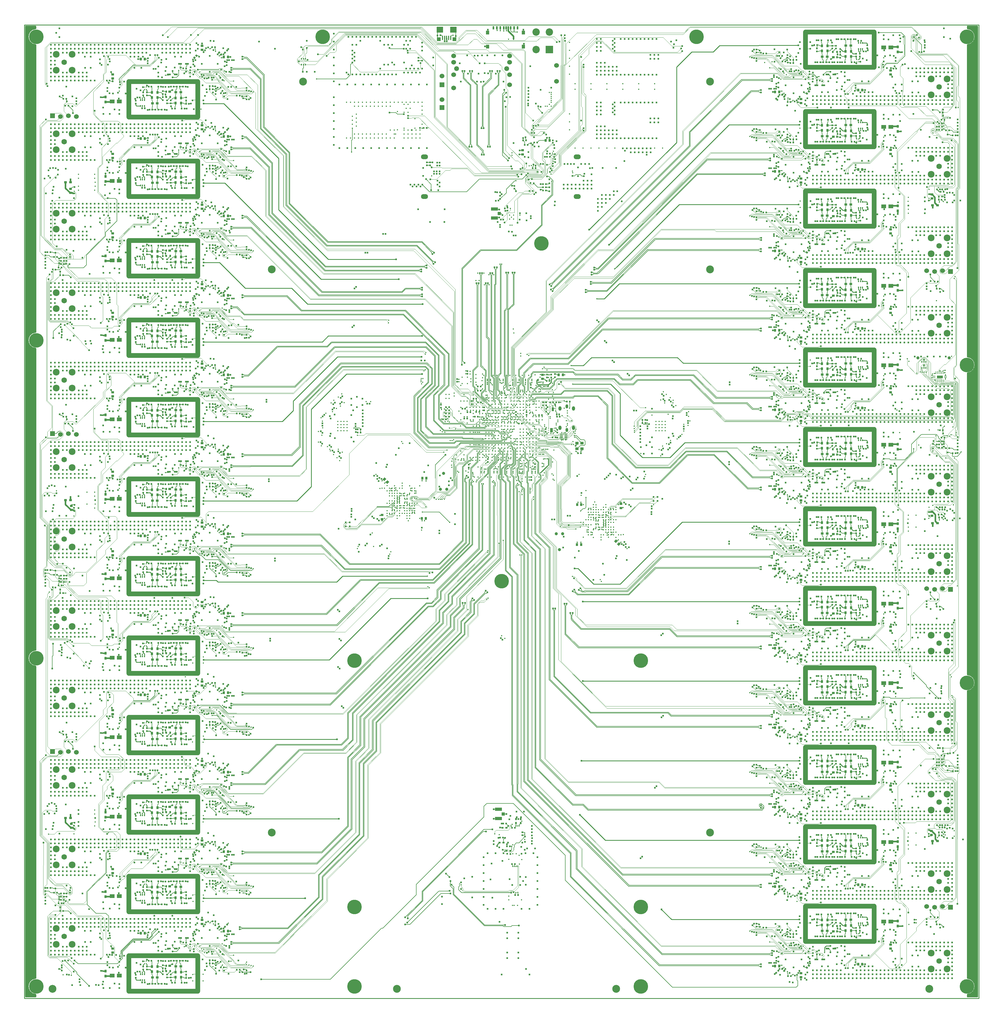
<source format=gbl>
*
*
G04 PADS VX.2.3 Build Number: 9191294 generated Gerber (RS-274-X) file*
G04 PC Version=2.1*
*
%IN "radiant_v2.pcb"*%
*
%MOIN*%
*
%FSLAX35Y35*%
*
*
*
*
G04 PC Standard Apertures*
*
*
G04 Thermal Relief Aperture macro.*
%AMTER*
1,1,$1,0,0*
1,0,$1-$2,0,0*
21,0,$3,$4,0,0,45*
21,0,$3,$4,0,0,135*
%
*
*
G04 Annular Aperture macro.*
%AMANN*
1,1,$1,0,0*
1,0,$2,0,0*
%
*
*
G04 Odd Aperture macro.*
%AMODD*
1,1,$1,0,0*
1,0,$1-0.005,0,0*
%
*
*
G04 PC Custom Aperture Macros*
*
*
*
*
*
*
G04 PC Aperture Table*
*
%ADD010C,0.001*%
%ADD011C,0.069*%
%ADD012C,0.085*%
%ADD015R,0.02X0.024*%
%ADD016C,0.012*%
%ADD017C,0.002*%
%ADD022R,0.024X0.02*%
%ADD023R,0.025X0.02*%
%ADD028R,0.01969X0.01969*%
%ADD036R,0.01969X0.02362*%
%ADD043R,0.035X0.028*%
%ADD044R,0.038X0.03*%
%ADD052R,0.06X0.06*%
%ADD053C,0.06*%
%ADD062R,0.02362X0.01969*%
%ADD066R,0.05906X0.05906*%
%ADD073O,0.09055X0.05906*%
%ADD083R,0.012X0.016*%
%ADD084R,0.016X0.012*%
%ADD086R,0.01181X0.01378*%
%ADD087R,0.00945X0.03543*%
%ADD088R,0.03543X0.00945*%
%ADD089R,0.0748X0.03543*%
%ADD098R,0.093X0.093*%
%ADD099C,0.093*%
%ADD102O,0.03937X0.05512*%
%ADD106C,0.183*%
%ADD110C,0.06102*%
%ADD112C,0.039*%
%ADD115C,0.03937*%
%ADD116R,0.08661X0.04134*%
%ADD117R,0.04134X0.03937*%
%ADD125R,0.051X0.024*%
%ADD130C,0.05906*%
%ADD132C,0.006*%
%ADD133C,0.004*%
%ADD134C,0.01*%
%ADD135C,0.007*%
%ADD136C,0.02*%
%ADD137C,0.003*%
%ADD138C,0.024*%
%ADD139C,0.016*%
%ADD140C,0.015*%
%ADD141C,0.009*%
%ADD143R,0.02X0.025*%
%ADD144R,0.028X0.035*%
%ADD145R,0.016X0.024*%
%ADD146R,0.02362X0.0315*%
%ADD147R,0.03543X0.0315*%
%ADD148R,0.06X0.05*%
%ADD149R,0.01063X0.01181*%
%ADD150R,0.03X0.038*%
%ADD151R,0.01654X0.02362*%
%ADD152R,0.01575X0.01024*%
%ADD153R,0.0365X0.05618*%
%ADD154R,0.01575X0.00906*%
%ADD155R,0.0315X0.05118*%
%ADD156R,0.04134X0.04724*%
%ADD157R,0.01969X0.03937*%
%ADD158R,0.01575X0.05315*%
%ADD159R,0.04724X0.05118*%
%ADD160R,0.08465X0.0748*%
%ADD161R,0.00866X0.03307*%
%ADD344C,0.09843*%
%ADD345C,0.0063*%
%ADD348R,0.03937X0.03543*%
%ADD356O,0.03543X0.05118*%
*
*
*
*
G04 PC Circuitry*
G04 Layer Name radiant_v2.pcb - circuitry*
%LPD*%
*
*
G04 PC Custom Flashes*
G04 Layer Name radiant_v2.pcb - flashes*
%LPD*%
*
*
G04 PC Circuitry*
G04 Layer Name radiant_v2.pcb - circuitry*
%LPD*%
*
G54D10*
G54D11*
G01X150000Y178000D03*
Y278000D03*
Y378000D03*
Y478000D03*
Y578000D03*
Y678000D03*
Y778000D03*
Y878000D03*
Y978000D03*
Y1078000D03*
Y1178000D03*
Y1278000D03*
X1250000Y1247000D03*
Y1147000D03*
Y1047000D03*
Y947000D03*
Y847000D03*
Y747000D03*
Y647000D03*
Y547000D03*
Y447000D03*
Y347000D03*
Y247000D03*
Y147000D03*
G54D12*
X140000Y188000D03*
X160000D03*
X140000Y168000D03*
X160000D03*
X140000Y288000D03*
X160000D03*
X140000Y268000D03*
X160000D03*
X140000Y388000D03*
X160000D03*
X140000Y368000D03*
X160000D03*
X140000Y488000D03*
X160000D03*
X140000Y468000D03*
X160000D03*
X140000Y588000D03*
X160000D03*
X140000Y568000D03*
X160000D03*
X140000Y688000D03*
X160000D03*
X140000Y668000D03*
X160000D03*
X140000Y788000D03*
X160000D03*
X140000Y768000D03*
X160000D03*
X140000Y888000D03*
X160000D03*
X140000Y868000D03*
X160000D03*
X140000Y988000D03*
X160000D03*
X140000Y968000D03*
X160000D03*
X140000Y1088000D03*
X160000D03*
X140000Y1068000D03*
X160000D03*
X140000Y1188000D03*
X160000D03*
X140000Y1168000D03*
X160000D03*
X140000Y1288000D03*
X160000D03*
X140000Y1268000D03*
X160000D03*
X1260000Y1237000D03*
X1240000D03*
X1260000Y1257000D03*
X1240000D03*
X1260000Y1137000D03*
X1240000D03*
X1260000Y1157000D03*
X1240000D03*
X1260000Y1037000D03*
X1240000D03*
X1260000Y1057000D03*
X1240000D03*
X1260000Y937000D03*
X1240000D03*
X1260000Y957000D03*
X1240000D03*
X1260000Y837000D03*
X1240000D03*
X1260000Y857000D03*
X1240000D03*
X1260000Y737000D03*
X1240000D03*
X1260000Y757000D03*
X1240000D03*
X1260000Y637000D03*
X1240000D03*
X1260000Y657000D03*
X1240000D03*
X1260000Y537000D03*
X1240000D03*
X1260000Y557000D03*
X1240000D03*
X1260000Y437000D03*
X1240000D03*
X1260000Y457000D03*
X1240000D03*
X1260000Y337000D03*
X1240000D03*
X1260000Y357000D03*
X1240000D03*
X1260000Y237000D03*
X1240000D03*
X1260000Y257000D03*
X1240000D03*
X1260000Y137000D03*
X1240000D03*
X1260000Y157000D03*
X1240000D03*
G54D15*
X605672Y1195200D03*
X602128D03*
X1192728Y1270000D03*
X1196272D03*
X207272Y955000D03*
X203728D03*
X207272Y455000D03*
X203728D03*
X207272Y355000D03*
X203728D03*
X207272Y255000D03*
X203728D03*
X339772Y297000D03*
X336228D03*
X339772Y397000D03*
X336228D03*
X339772Y497000D03*
X336228D03*
X340272Y197000D03*
X336728D03*
X331928Y158500D03*
X335472D03*
X264826Y118099D03*
X268370D03*
X268326Y147099D03*
X271870D03*
X272826Y118099D03*
X276370D03*
X260870D03*
X257326D03*
X259870Y147099D03*
X256326D03*
X289370Y119599D03*
X285826D03*
X287870Y147099D03*
X284326D03*
X299326D03*
X302870D03*
X297826Y119599D03*
X301370D03*
X291826Y147099D03*
X295370D03*
X303326Y125599D03*
X306870D03*
X303326Y225599D03*
X306870D03*
X291826Y247099D03*
X295370D03*
X297826Y219599D03*
X301370D03*
X299326Y247099D03*
X302870D03*
X287870D03*
X284326D03*
X289370Y219599D03*
X285826D03*
X268326Y247099D03*
X271870D03*
X272826Y218099D03*
X276370D03*
X260870D03*
X257326D03*
X259870Y247099D03*
X256326D03*
X264826Y218099D03*
X268370D03*
X291826Y347099D03*
X295370D03*
X303326Y325599D03*
X306870D03*
X297826Y319599D03*
X301370D03*
X299326Y347099D03*
X302870D03*
X287870D03*
X284326D03*
X289370Y319599D03*
X285826D03*
X259870Y347099D03*
X256326D03*
X260870Y318099D03*
X257326D03*
X272826D03*
X276370D03*
X268326Y347099D03*
X271870D03*
X264826Y318099D03*
X268370D03*
X264826Y418099D03*
X268370D03*
X272826D03*
X276370D03*
X260870D03*
X257326D03*
X259870Y447099D03*
X256326D03*
X268326D03*
X271870D03*
X303326Y425599D03*
X306870D03*
X289370Y419599D03*
X285826D03*
X287870Y447099D03*
X284326D03*
X299326D03*
X302870D03*
X297826Y419599D03*
X301370D03*
X291826Y447099D03*
X295370D03*
X207272Y155000D03*
X203728D03*
X331928Y258500D03*
X335472D03*
X331928Y358500D03*
X335472D03*
X331928Y458500D03*
X335472D03*
X331928Y558500D03*
X335472D03*
X340272Y597000D03*
X336728D03*
X287870Y547099D03*
X284326D03*
X289370Y519599D03*
X285826D03*
X291826Y547099D03*
X295370D03*
X268326D03*
X271870D03*
X259870D03*
X256326D03*
X264826Y518099D03*
X268370D03*
X297826Y519599D03*
X301370D03*
X299326Y547099D03*
X302870D03*
X303326Y525599D03*
X306870D03*
X272826Y518099D03*
X276370D03*
X260870D03*
X257326D03*
X339772Y697000D03*
X336228D03*
X331928Y658500D03*
X335472D03*
X299326Y647099D03*
X302870D03*
X287870D03*
X284326D03*
X289370Y619599D03*
X285826D03*
X291826Y647099D03*
X295370D03*
X268326D03*
X271870D03*
X259870D03*
X256326D03*
X264826Y618099D03*
X268370D03*
X297826Y619599D03*
X301370D03*
X303326Y625599D03*
X306870D03*
X272826Y618099D03*
X276370D03*
X260870D03*
X257326D03*
X331928Y758500D03*
X335472D03*
X207272Y555000D03*
X203728D03*
X339772Y797000D03*
X336228D03*
X207272Y655000D03*
X203728D03*
X299326Y747099D03*
X302870D03*
X287870D03*
X284326D03*
X289370Y719599D03*
X285826D03*
X291826Y747099D03*
X295370D03*
X268326D03*
X271870D03*
X259870D03*
X256326D03*
X264826Y718099D03*
X268370D03*
X297826Y719599D03*
X301370D03*
X303326Y725599D03*
X306870D03*
X272826Y718099D03*
X276370D03*
X260870D03*
X257326D03*
X331928Y858500D03*
X335472D03*
X207272Y755000D03*
X203728D03*
X339772Y897000D03*
X336228D03*
X207272Y855000D03*
X203728D03*
X299326Y847099D03*
X302870D03*
X303326Y825599D03*
X306870D03*
X268326Y847099D03*
X271870D03*
X272826Y818099D03*
X276370D03*
X259870Y847099D03*
X256326D03*
X264826Y818099D03*
X268370D03*
X297826Y819599D03*
X301370D03*
X260870Y818099D03*
X257326D03*
X287870Y847099D03*
X284326D03*
X289370Y819599D03*
X285826D03*
X291826Y847099D03*
X295370D03*
X346772Y146000D03*
X343228D03*
X346772Y246000D03*
X343228D03*
X346813Y346000D03*
X343269D03*
X346772Y446000D03*
X343228D03*
X346772Y546000D03*
X343228D03*
X346772Y646000D03*
X343228D03*
X346813Y746000D03*
X343269D03*
X346772Y846000D03*
X343228D03*
X207272Y1055000D03*
X203728D03*
X207272Y1155000D03*
X203728D03*
X331928Y1258500D03*
X335472D03*
X207272Y1255000D03*
X203728D03*
X331928Y1158500D03*
X335472D03*
X331928Y1058500D03*
X335472D03*
X340272Y997000D03*
X336728D03*
X331928Y958500D03*
X335472D03*
X297826Y1219599D03*
X301370D03*
X299326Y1247099D03*
X302870D03*
X287870D03*
X284326D03*
X289370Y1219599D03*
X285826D03*
X291826Y1247099D03*
X295370D03*
X303326Y1225599D03*
X306870D03*
X268326Y1247099D03*
X271870D03*
X272826Y1218099D03*
X276370D03*
X260870D03*
X257326D03*
X259870Y1247099D03*
X256326D03*
X264826Y1218099D03*
X268370D03*
X346772Y1246000D03*
X343228D03*
X339772Y1297000D03*
X336228D03*
X297826Y1119599D03*
X301370D03*
X299326Y1147099D03*
X302870D03*
X287870D03*
X284326D03*
X289370Y1119599D03*
X285826D03*
X291826Y1147099D03*
X295370D03*
X303326Y1125599D03*
X306870D03*
X268326Y1147099D03*
X271870D03*
X272826Y1118099D03*
X276370D03*
X260870D03*
X257326D03*
X259870Y1147099D03*
X256326D03*
X264826Y1118099D03*
X268370D03*
X346813Y1146000D03*
X343269D03*
X339772Y1197000D03*
X336228D03*
X297826Y1019599D03*
X301370D03*
X299326Y1047099D03*
X302870D03*
X287870D03*
X284326D03*
X289370Y1019599D03*
X285826D03*
X291826Y1047099D03*
X295370D03*
X303326Y1025599D03*
X306870D03*
X268326Y1047099D03*
X271870D03*
X272826Y1018099D03*
X276370D03*
X260870D03*
X257326D03*
X259870Y1047099D03*
X256326D03*
X264826Y1018099D03*
X268370D03*
X346772Y1046000D03*
X343228D03*
X339772Y1097000D03*
X336228D03*
X297826Y919599D03*
X301370D03*
X299326Y947099D03*
X302870D03*
X287870D03*
X284326D03*
X289370Y919599D03*
X285826D03*
X291826Y947099D03*
X295370D03*
X303326Y925599D03*
X306870D03*
X268326Y947099D03*
X271870D03*
X272826Y918099D03*
X276370D03*
X260870D03*
X257326D03*
X259870Y947099D03*
X256326D03*
X264826Y918099D03*
X268370D03*
X346772Y946000D03*
X343228D03*
X1254228Y1118000D03*
X1257772D03*
X1053228Y1279000D03*
X1056772D03*
X1059728Y1228000D03*
X1063272D03*
X1068072Y1266500D03*
X1064528D03*
X1102174Y1305401D03*
X1098630D03*
X1100674Y1277901D03*
X1097130D03*
X1112130D03*
X1115674D03*
X1110630Y1305401D03*
X1114174D03*
X1108174Y1277901D03*
X1104630D03*
X1096674Y1299401D03*
X1093130D03*
X1131674Y1277901D03*
X1128130D03*
X1127174Y1306901D03*
X1123630D03*
X1139130D03*
X1142674D03*
X1140130Y1277901D03*
X1143674D03*
X1135174Y1306901D03*
X1131630D03*
X1068072Y1166500D03*
X1064528D03*
X1060228Y1128000D03*
X1063772D03*
X1053228Y1179000D03*
X1056772D03*
X1102174Y1205401D03*
X1098630D03*
X1100674Y1177901D03*
X1097130D03*
X1112130D03*
X1115674D03*
X1110630Y1205401D03*
X1114174D03*
X1108174Y1177901D03*
X1104630D03*
X1096674Y1199401D03*
X1093130D03*
X1131674Y1177901D03*
X1128130D03*
X1127174Y1206901D03*
X1123630D03*
X1139130D03*
X1142674D03*
X1140130Y1177901D03*
X1143674D03*
X1135174Y1206901D03*
X1131630D03*
X1053187Y1079000D03*
X1056731D03*
X1068072Y1066500D03*
X1064528D03*
X1060228Y1028000D03*
X1063772D03*
X1102174Y1105401D03*
X1098630D03*
X1100674Y1077901D03*
X1097130D03*
X1112130D03*
X1115674D03*
X1110630Y1105401D03*
X1114174D03*
X1192728Y1170000D03*
X1196272D03*
X1108174Y1077901D03*
X1104630D03*
X1096674Y1099401D03*
X1093130D03*
X1131674Y1077901D03*
X1128130D03*
X1127174Y1106901D03*
X1123630D03*
X1139130D03*
X1142674D03*
X1140130Y1077901D03*
X1143674D03*
X1135174Y1106901D03*
X1131630D03*
X1053228Y979000D03*
X1056772D03*
X1068072Y966500D03*
X1064528D03*
X1192728Y1070000D03*
X1196272D03*
X1060228Y928000D03*
X1063772D03*
X1192728Y970000D03*
X1196272D03*
X1102174Y1005401D03*
X1098630D03*
X1100674Y977901D03*
X1097130D03*
X1112130D03*
X1115674D03*
X1110630Y1005401D03*
X1114174D03*
X1096674Y999401D03*
X1093130D03*
X1131674Y977901D03*
X1128130D03*
X1127174Y1006901D03*
X1123630D03*
X1139130D03*
X1142674D03*
X1140130Y977901D03*
X1143674D03*
X1108174D03*
X1104630D03*
X1135174Y1006901D03*
X1131630D03*
X1254228Y718000D03*
X1257772D03*
X1068072Y866500D03*
X1064528D03*
X1053228Y879000D03*
X1056772D03*
X1059728Y828000D03*
X1063272D03*
X1102174Y905401D03*
X1098630D03*
X1100674Y877901D03*
X1097130D03*
X1112130D03*
X1115674D03*
X1110630Y905401D03*
X1114174D03*
X1108174Y877901D03*
X1104630D03*
X1096674Y899401D03*
X1093130D03*
X1131674Y877901D03*
X1128130D03*
X1127174Y906901D03*
X1123630D03*
X1139130D03*
X1142674D03*
X1140130Y877901D03*
X1143674D03*
X1135174Y906901D03*
X1131630D03*
X1053228Y779000D03*
X1056772D03*
X1068072Y766500D03*
X1064528D03*
X1060228Y728000D03*
X1063772D03*
X1102174Y805401D03*
X1098630D03*
X1100674Y777901D03*
X1097130D03*
X1112130D03*
X1115674D03*
X1110630Y805401D03*
X1114174D03*
X1108174Y777901D03*
X1104630D03*
X1096674Y799401D03*
X1093130D03*
X1131674Y777901D03*
X1128130D03*
X1127174Y806901D03*
X1123630D03*
X1139130D03*
X1142674D03*
X1140130Y777901D03*
X1143674D03*
X1135174Y806901D03*
X1131630D03*
X1053187Y679000D03*
X1056731D03*
X1068072Y666500D03*
X1064528D03*
X1192728Y870000D03*
X1196272D03*
X1060228Y628000D03*
X1063772D03*
X1102174Y705401D03*
X1098630D03*
X1100674Y677901D03*
X1097130D03*
X1112130D03*
X1115674D03*
X1110630Y705401D03*
X1114174D03*
X1192728Y770000D03*
X1196272D03*
X1108174Y677901D03*
X1104630D03*
X1096674Y699401D03*
X1093130D03*
X1131674Y677901D03*
X1128130D03*
X1127174Y706901D03*
X1123630D03*
X1139130D03*
X1142674D03*
X1140130Y677901D03*
X1143674D03*
X1135174Y706901D03*
X1131630D03*
X1053228Y579000D03*
X1056772D03*
X1068072Y566500D03*
X1064528D03*
X1192728Y670000D03*
X1196272D03*
X1060228Y528000D03*
X1063772D03*
X1102174Y605401D03*
X1098630D03*
X1100674Y577901D03*
X1097130D03*
X1112130D03*
X1115674D03*
X1110630Y605401D03*
X1114174D03*
X1192728Y570000D03*
X1196272D03*
X1108174Y577901D03*
X1104630D03*
X1096674Y599401D03*
X1093130D03*
X1131674Y577901D03*
X1128130D03*
X1127174Y606901D03*
X1123630D03*
X1139130D03*
X1142674D03*
X1140130Y577901D03*
X1143674D03*
X1135174Y606901D03*
X1131630D03*
X1068072Y466500D03*
X1064528D03*
X1053228Y479000D03*
X1056772D03*
X1059728Y428000D03*
X1063272D03*
X1053228Y379000D03*
X1056772D03*
X1068072Y366500D03*
X1064528D03*
X1060228Y328000D03*
X1063772D03*
X1053187Y279000D03*
X1056731D03*
X1068072Y266500D03*
X1064528D03*
X1192728Y470000D03*
X1196272D03*
X1060228Y228000D03*
X1063772D03*
X1053228Y179000D03*
X1056772D03*
X1068072Y166500D03*
X1064528D03*
X1192728Y270000D03*
X1196272D03*
X1060228Y128000D03*
X1063772D03*
X1102174Y505401D03*
X1098630D03*
X1100674Y477901D03*
X1097130D03*
X1112130D03*
X1115674D03*
X1110630Y505401D03*
X1114174D03*
X1108174Y477901D03*
X1104630D03*
X1096674Y499401D03*
X1093130D03*
X1131674Y477901D03*
X1128130D03*
X1127174Y506901D03*
X1123630D03*
X1139130D03*
X1142674D03*
X1140130Y477901D03*
X1143674D03*
X1135174Y506901D03*
X1131630D03*
X1102174Y405401D03*
X1098630D03*
X1100674Y377901D03*
X1097130D03*
X1112130D03*
X1115674D03*
X1110630Y405401D03*
X1114174D03*
X1108174Y377901D03*
X1104630D03*
X1096674Y399401D03*
X1093130D03*
X1131674Y377901D03*
X1128130D03*
X1127174Y406901D03*
X1123630D03*
X1139130D03*
X1142674D03*
X1140130Y377901D03*
X1143674D03*
X1135174Y406901D03*
X1131630D03*
X1102174Y305401D03*
X1098630D03*
X1100674Y277901D03*
X1097130D03*
X1112130D03*
X1115674D03*
X1110630Y305401D03*
X1114174D03*
X1108174Y277901D03*
X1104630D03*
X1096674Y299401D03*
X1093130D03*
X1131674Y277901D03*
X1128130D03*
X1127174Y306901D03*
X1123630D03*
X1139130D03*
X1142674D03*
X1140130Y277901D03*
X1143674D03*
X1135174Y306901D03*
X1131630D03*
X1192728Y370000D03*
X1196272D03*
X1192728Y170000D03*
X1196272D03*
X1102174Y205401D03*
X1098630D03*
X1100674Y177901D03*
X1097130D03*
X1112130D03*
X1115674D03*
X1110630Y205401D03*
X1114174D03*
X1108174Y177901D03*
X1104630D03*
X1096674Y199401D03*
X1093130D03*
X1131674Y177901D03*
X1128130D03*
X1127174Y206901D03*
X1123630D03*
X1139130D03*
X1142674D03*
X1140130Y177901D03*
X1143674D03*
X1135174Y206901D03*
X1131630D03*
X1254228Y318000D03*
X1257772D03*
X705772Y320000D03*
X702228D03*
X698172Y1114300D03*
X694628D03*
X716772Y314500D03*
X713228D03*
X710372Y291100D03*
X706828D03*
X701772Y302100D03*
X698228D03*
X716772Y269000D03*
X713228D03*
X717228Y230000D03*
X720772D03*
X350772Y139000D03*
X347228D03*
X350772Y239000D03*
X347228D03*
X1253272Y1105000D03*
X1249728D03*
X1253772Y705000D03*
X1250228D03*
X1253572Y304800D03*
X1250028D03*
X350772Y539000D03*
X347228D03*
X350772Y639000D03*
X347228D03*
X350772Y739000D03*
X347228D03*
X350772Y839000D03*
X347228D03*
X350772Y939000D03*
X347228D03*
X350772Y1039000D03*
X347228D03*
X350772Y1139000D03*
X347228D03*
X350772Y1239000D03*
X347228D03*
X1049228Y1286000D03*
X1052772D03*
X1049228Y1186000D03*
X1052772D03*
X1049228Y1086000D03*
X1052772D03*
X1049228Y986000D03*
X1052772D03*
X350772Y339000D03*
X347228D03*
X350772Y439000D03*
X347228D03*
X626628Y828600D03*
X630172D03*
X666628Y831800D03*
X670172D03*
X653228Y829500D03*
X656772D03*
X660772Y837500D03*
X657228D03*
X721828Y823200D03*
X725372D03*
X654272Y842000D03*
X650728D03*
X674172Y850000D03*
X670628D03*
X673772Y869700D03*
X670228D03*
X664728Y854500D03*
X668272D03*
X747228Y834000D03*
X750772D03*
X700428Y861400D03*
X703972D03*
X1049228Y886000D03*
X1052772D03*
X1049228Y786000D03*
X1052772D03*
X1049228Y686000D03*
X1052772D03*
X1049228Y586000D03*
X1052772D03*
X1049228Y486000D03*
X1052772D03*
X1049228Y386000D03*
X1052772D03*
X1049228Y286000D03*
X1052772D03*
X1049228Y186000D03*
X1052772D03*
X742772Y1144500D03*
X739228D03*
X727228Y1179500D03*
X730772D03*
X673772Y864500D03*
X670228D03*
X768728Y850000D03*
X772272D03*
X769728Y832000D03*
X773272D03*
X756728Y876700D03*
X760272D03*
X796228Y786000D03*
X799772D03*
X733528Y810300D03*
X737072D03*
X782228Y851000D03*
X785772D03*
G54D16*
X726500Y761000D02*
X722300D01*
X722100*
X749300Y761100D02*
X759000Y770800D01*
Y779000*
X758900Y872095D02*
X759595D01*
X762500Y875000*
Y878000*
X758900Y870000D02*
Y872095D01*
X744400Y873605D02*
Y877400D01*
X746000Y879000*
X744400Y873605D02*
X746005Y872000D01*
X758805*
X758900Y872095*
G54D17*
X352108Y191359D02*
X350858Y190108D01*
X352108Y188858*
X353359Y190108*
X352108Y191359*
X351966Y189000D02*
X352251D01*
X351766Y189200D02*
X352451D01*
X351566Y189400D02*
X352651D01*
X351366Y189600D02*
X352851D01*
X351166Y189800D02*
X353051D01*
X350966Y190000D02*
X353251D01*
X350949Y190200D02*
X353267D01*
X351149Y190400D02*
X353067D01*
X351349Y190600D02*
X352867D01*
X351549Y190800D02*
X352667D01*
X351749Y191000D02*
X352467D01*
X351949Y191200D02*
X352267D01*
X351000Y189966D02*
Y190251D01*
X351200Y189766D02*
Y190451D01*
X351400Y189566D02*
Y190651D01*
X351600Y189366D02*
Y190851D01*
X351800Y189166D02*
Y191051D01*
X352000Y188966D02*
Y191251D01*
X352200Y188949D02*
Y191267D01*
X352400Y189149D02*
Y191067D01*
X352600Y189349D02*
Y190867D01*
X352800Y189549D02*
Y190667D01*
X353000Y189749D02*
Y190467D01*
X353200Y189949D02*
Y190267D01*
X354892Y194142D02*
X353641Y192892D01*
X354892Y191641*
X356142Y192892*
X354892Y194142*
X354733Y191800D02*
X355051D01*
X354533Y192000D02*
X355251D01*
X354333Y192200D02*
X355451D01*
X354133Y192400D02*
X355651D01*
X353933Y192600D02*
X355851D01*
X353733Y192800D02*
X356051D01*
X353749Y193000D02*
X356034D01*
X353949Y193200D02*
X355834D01*
X354149Y193400D02*
X355634D01*
X354349Y193600D02*
X355434D01*
X354549Y193800D02*
X355234D01*
X354749Y194000D02*
X355034D01*
X353800Y192733D02*
Y193051D01*
X354000Y192533D02*
Y193251D01*
X354200Y192333D02*
Y193451D01*
X354400Y192133D02*
Y193651D01*
X354600Y191933D02*
Y193851D01*
X354800Y191733D02*
Y194051D01*
X355000Y191749D02*
Y194034D01*
X355200Y191949D02*
Y193834D01*
X355400Y192149D02*
Y193634D01*
X355600Y192349D02*
Y193434D01*
X355800Y192549D02*
Y193234D01*
X356000Y192749D02*
Y193034D01*
X347559Y158492D02*
X346308Y159742D01*
X345058Y158492*
X346308Y157241*
X347559Y158492*
X346149Y157400D02*
X346467D01*
X345949Y157600D02*
X346667D01*
X345749Y157800D02*
X346867D01*
X345549Y158000D02*
X347067D01*
X345349Y158200D02*
X347267D01*
X345149Y158400D02*
X347467D01*
X345166Y158600D02*
X347451D01*
X345366Y158800D02*
X347251D01*
X345566Y159000D02*
X347051D01*
X345766Y159200D02*
X346851D01*
X345966Y159400D02*
X346651D01*
X346166Y159600D02*
X346451D01*
X345200Y158349D02*
Y158634D01*
X345400Y158149D02*
Y158834D01*
X345600Y157949D02*
Y159034D01*
X345800Y157749D02*
Y159234D01*
X346000Y157549D02*
Y159434D01*
X346200Y157349D02*
Y159634D01*
X346400Y157333D02*
Y159651D01*
X346600Y157533D02*
Y159451D01*
X346800Y157733D02*
Y159251D01*
X347000Y157933D02*
Y159051D01*
X347200Y158133D02*
Y158851D01*
X347400Y158333D02*
Y158651D01*
X350342Y155708D02*
X349092Y156959D01*
X347841Y155708*
X349092Y154458*
X350342Y155708*
X348949Y154600D02*
X349234D01*
X348749Y154800D02*
X349434D01*
X348549Y155000D02*
X349634D01*
X348349Y155200D02*
X349834D01*
X348149Y155400D02*
X350034D01*
X347949Y155600D02*
X350234D01*
X347933Y155800D02*
X350251D01*
X348133Y156000D02*
X350051D01*
X348333Y156200D02*
X349851D01*
X348533Y156400D02*
X349651D01*
X348733Y156600D02*
X349451D01*
X348933Y156800D02*
X349251D01*
X348000Y155549D02*
Y155867D01*
X348200Y155349D02*
Y156067D01*
X348400Y155149D02*
Y156267D01*
X348600Y154949D02*
Y156467D01*
X348800Y154749D02*
Y156667D01*
X349000Y154549D02*
Y156867D01*
X349200Y154566D02*
Y156851D01*
X349400Y154766D02*
Y156651D01*
X349600Y154966D02*
Y156451D01*
X349800Y155166D02*
Y156251D01*
X350000Y155366D02*
Y156051D01*
X350200Y155566D02*
Y155851D01*
X352108Y291359D02*
X350858Y290108D01*
X352108Y288858*
X353359Y290108*
X352108Y291359*
X351966Y289000D02*
X352251D01*
X351766Y289200D02*
X352451D01*
X351566Y289400D02*
X352651D01*
X351366Y289600D02*
X352851D01*
X351166Y289800D02*
X353051D01*
X350966Y290000D02*
X353251D01*
X350949Y290200D02*
X353267D01*
X351149Y290400D02*
X353067D01*
X351349Y290600D02*
X352867D01*
X351549Y290800D02*
X352667D01*
X351749Y291000D02*
X352467D01*
X351949Y291200D02*
X352267D01*
X351000Y289966D02*
Y290251D01*
X351200Y289766D02*
Y290451D01*
X351400Y289566D02*
Y290651D01*
X351600Y289366D02*
Y290851D01*
X351800Y289166D02*
Y291051D01*
X352000Y288966D02*
Y291251D01*
X352200Y288949D02*
Y291267D01*
X352400Y289149D02*
Y291067D01*
X352600Y289349D02*
Y290867D01*
X352800Y289549D02*
Y290667D01*
X353000Y289749D02*
Y290467D01*
X353200Y289949D02*
Y290267D01*
X354892Y294142D02*
X353641Y292892D01*
X354892Y291641*
X356142Y292892*
X354892Y294142*
X354733Y291800D02*
X355051D01*
X354533Y292000D02*
X355251D01*
X354333Y292200D02*
X355451D01*
X354133Y292400D02*
X355651D01*
X353933Y292600D02*
X355851D01*
X353733Y292800D02*
X356051D01*
X353749Y293000D02*
X356034D01*
X353949Y293200D02*
X355834D01*
X354149Y293400D02*
X355634D01*
X354349Y293600D02*
X355434D01*
X354549Y293800D02*
X355234D01*
X354749Y294000D02*
X355034D01*
X353800Y292733D02*
Y293051D01*
X354000Y292533D02*
Y293251D01*
X354200Y292333D02*
Y293451D01*
X354400Y292133D02*
Y293651D01*
X354600Y291933D02*
Y293851D01*
X354800Y291733D02*
Y294051D01*
X355000Y291749D02*
Y294034D01*
X355200Y291949D02*
Y293834D01*
X355400Y292149D02*
Y293634D01*
X355600Y292349D02*
Y293434D01*
X355800Y292549D02*
Y293234D01*
X356000Y292749D02*
Y293034D01*
X347559Y258492D02*
X346308Y259742D01*
X345058Y258492*
X346308Y257241*
X347559Y258492*
X346149Y257400D02*
X346467D01*
X345949Y257600D02*
X346667D01*
X345749Y257800D02*
X346867D01*
X345549Y258000D02*
X347067D01*
X345349Y258200D02*
X347267D01*
X345149Y258400D02*
X347467D01*
X345166Y258600D02*
X347451D01*
X345366Y258800D02*
X347251D01*
X345566Y259000D02*
X347051D01*
X345766Y259200D02*
X346851D01*
X345966Y259400D02*
X346651D01*
X346166Y259600D02*
X346451D01*
X345200Y258349D02*
Y258634D01*
X345400Y258149D02*
Y258834D01*
X345600Y257949D02*
Y259034D01*
X345800Y257749D02*
Y259234D01*
X346000Y257549D02*
Y259434D01*
X346200Y257349D02*
Y259634D01*
X346400Y257333D02*
Y259651D01*
X346600Y257533D02*
Y259451D01*
X346800Y257733D02*
Y259251D01*
X347000Y257933D02*
Y259051D01*
X347200Y258133D02*
Y258851D01*
X347400Y258333D02*
Y258651D01*
X350342Y255708D02*
X349092Y256959D01*
X347841Y255708*
X349092Y254458*
X350342Y255708*
X348949Y254600D02*
X349234D01*
X348749Y254800D02*
X349434D01*
X348549Y255000D02*
X349634D01*
X348349Y255200D02*
X349834D01*
X348149Y255400D02*
X350034D01*
X347949Y255600D02*
X350234D01*
X347933Y255800D02*
X350251D01*
X348133Y256000D02*
X350051D01*
X348333Y256200D02*
X349851D01*
X348533Y256400D02*
X349651D01*
X348733Y256600D02*
X349451D01*
X348933Y256800D02*
X349251D01*
X348000Y255549D02*
Y255867D01*
X348200Y255349D02*
Y256067D01*
X348400Y255149D02*
Y256267D01*
X348600Y254949D02*
Y256467D01*
X348800Y254749D02*
Y256667D01*
X349000Y254549D02*
Y256867D01*
X349200Y254566D02*
Y256851D01*
X349400Y254766D02*
Y256651D01*
X349600Y254966D02*
Y256451D01*
X349800Y255166D02*
Y256251D01*
X350000Y255366D02*
Y256051D01*
X350200Y255566D02*
Y255851D01*
X352108Y391359D02*
X350858Y390108D01*
X352108Y388858*
X353359Y390108*
X352108Y391359*
X351966Y389000D02*
X352251D01*
X351766Y389200D02*
X352451D01*
X351566Y389400D02*
X352651D01*
X351366Y389600D02*
X352851D01*
X351166Y389800D02*
X353051D01*
X350966Y390000D02*
X353251D01*
X350949Y390200D02*
X353267D01*
X351149Y390400D02*
X353067D01*
X351349Y390600D02*
X352867D01*
X351549Y390800D02*
X352667D01*
X351749Y391000D02*
X352467D01*
X351949Y391200D02*
X352267D01*
X351000Y389966D02*
Y390251D01*
X351200Y389766D02*
Y390451D01*
X351400Y389566D02*
Y390651D01*
X351600Y389366D02*
Y390851D01*
X351800Y389166D02*
Y391051D01*
X352000Y388966D02*
Y391251D01*
X352200Y388949D02*
Y391267D01*
X352400Y389149D02*
Y391067D01*
X352600Y389349D02*
Y390867D01*
X352800Y389549D02*
Y390667D01*
X353000Y389749D02*
Y390467D01*
X353200Y389949D02*
Y390267D01*
X354892Y394142D02*
X353641Y392892D01*
X354892Y391641*
X356142Y392892*
X354892Y394142*
X354733Y391800D02*
X355051D01*
X354533Y392000D02*
X355251D01*
X354333Y392200D02*
X355451D01*
X354133Y392400D02*
X355651D01*
X353933Y392600D02*
X355851D01*
X353733Y392800D02*
X356051D01*
X353749Y393000D02*
X356034D01*
X353949Y393200D02*
X355834D01*
X354149Y393400D02*
X355634D01*
X354349Y393600D02*
X355434D01*
X354549Y393800D02*
X355234D01*
X354749Y394000D02*
X355034D01*
X353800Y392733D02*
Y393051D01*
X354000Y392533D02*
Y393251D01*
X354200Y392333D02*
Y393451D01*
X354400Y392133D02*
Y393651D01*
X354600Y391933D02*
Y393851D01*
X354800Y391733D02*
Y394051D01*
X355000Y391749D02*
Y394034D01*
X355200Y391949D02*
Y393834D01*
X355400Y392149D02*
Y393634D01*
X355600Y392349D02*
Y393434D01*
X355800Y392549D02*
Y393234D01*
X356000Y392749D02*
Y393034D01*
X347559Y358492D02*
X346308Y359742D01*
X345058Y358492*
X346308Y357241*
X347559Y358492*
X346149Y357400D02*
X346467D01*
X345949Y357600D02*
X346667D01*
X345749Y357800D02*
X346867D01*
X345549Y358000D02*
X347067D01*
X345349Y358200D02*
X347267D01*
X345149Y358400D02*
X347467D01*
X345166Y358600D02*
X347451D01*
X345366Y358800D02*
X347251D01*
X345566Y359000D02*
X347051D01*
X345766Y359200D02*
X346851D01*
X345966Y359400D02*
X346651D01*
X346166Y359600D02*
X346451D01*
X345200Y358349D02*
Y358634D01*
X345400Y358149D02*
Y358834D01*
X345600Y357949D02*
Y359034D01*
X345800Y357749D02*
Y359234D01*
X346000Y357549D02*
Y359434D01*
X346200Y357349D02*
Y359634D01*
X346400Y357333D02*
Y359651D01*
X346600Y357533D02*
Y359451D01*
X346800Y357733D02*
Y359251D01*
X347000Y357933D02*
Y359051D01*
X347200Y358133D02*
Y358851D01*
X347400Y358333D02*
Y358651D01*
X350342Y355708D02*
X349092Y356959D01*
X347841Y355708*
X349092Y354458*
X350342Y355708*
X348949Y354600D02*
X349234D01*
X348749Y354800D02*
X349434D01*
X348549Y355000D02*
X349634D01*
X348349Y355200D02*
X349834D01*
X348149Y355400D02*
X350034D01*
X347949Y355600D02*
X350234D01*
X347933Y355800D02*
X350251D01*
X348133Y356000D02*
X350051D01*
X348333Y356200D02*
X349851D01*
X348533Y356400D02*
X349651D01*
X348733Y356600D02*
X349451D01*
X348933Y356800D02*
X349251D01*
X348000Y355549D02*
Y355867D01*
X348200Y355349D02*
Y356067D01*
X348400Y355149D02*
Y356267D01*
X348600Y354949D02*
Y356467D01*
X348800Y354749D02*
Y356667D01*
X349000Y354549D02*
Y356867D01*
X349200Y354566D02*
Y356851D01*
X349400Y354766D02*
Y356651D01*
X349600Y354966D02*
Y356451D01*
X349800Y355166D02*
Y356251D01*
X350000Y355366D02*
Y356051D01*
X350200Y355566D02*
Y355851D01*
X347559Y458492D02*
X346308Y459742D01*
X345058Y458492*
X346308Y457241*
X347559Y458492*
X346149Y457400D02*
X346467D01*
X345949Y457600D02*
X346667D01*
X345749Y457800D02*
X346867D01*
X345549Y458000D02*
X347067D01*
X345349Y458200D02*
X347267D01*
X345149Y458400D02*
X347467D01*
X345166Y458600D02*
X347451D01*
X345366Y458800D02*
X347251D01*
X345566Y459000D02*
X347051D01*
X345766Y459200D02*
X346851D01*
X345966Y459400D02*
X346651D01*
X346166Y459600D02*
X346451D01*
X345200Y458349D02*
Y458634D01*
X345400Y458149D02*
Y458834D01*
X345600Y457949D02*
Y459034D01*
X345800Y457749D02*
Y459234D01*
X346000Y457549D02*
Y459434D01*
X346200Y457349D02*
Y459634D01*
X346400Y457333D02*
Y459651D01*
X346600Y457533D02*
Y459451D01*
X346800Y457733D02*
Y459251D01*
X347000Y457933D02*
Y459051D01*
X347200Y458133D02*
Y458851D01*
X347400Y458333D02*
Y458651D01*
X350342Y455708D02*
X349092Y456959D01*
X347841Y455708*
X349092Y454458*
X350342Y455708*
X348949Y454600D02*
X349234D01*
X348749Y454800D02*
X349434D01*
X348549Y455000D02*
X349634D01*
X348349Y455200D02*
X349834D01*
X348149Y455400D02*
X350034D01*
X347949Y455600D02*
X350234D01*
X347933Y455800D02*
X350251D01*
X348133Y456000D02*
X350051D01*
X348333Y456200D02*
X349851D01*
X348533Y456400D02*
X349651D01*
X348733Y456600D02*
X349451D01*
X348933Y456800D02*
X349251D01*
X348000Y455549D02*
Y455867D01*
X348200Y455349D02*
Y456067D01*
X348400Y455149D02*
Y456267D01*
X348600Y454949D02*
Y456467D01*
X348800Y454749D02*
Y456667D01*
X349000Y454549D02*
Y456867D01*
X349200Y454566D02*
Y456851D01*
X349400Y454766D02*
Y456651D01*
X349600Y454966D02*
Y456451D01*
X349800Y455166D02*
Y456251D01*
X350000Y455366D02*
Y456051D01*
X350200Y455566D02*
Y455851D01*
X344606Y188839D02*
X346161Y190394D01*
X344889Y191667*
X343333Y190111*
X344606Y188839*
X344444Y189000D02*
X344767D01*
X344244Y189200D02*
X344967D01*
X344044Y189400D02*
X345167D01*
X343844Y189600D02*
X345367D01*
X343644Y189800D02*
X345567D01*
X343444Y190000D02*
X345767D01*
X343422Y190200D02*
X345967D01*
X343622Y190400D02*
X346156D01*
X343822Y190600D02*
X345956D01*
X344022Y190800D02*
X345756D01*
X344222Y191000D02*
X345556D01*
X344422Y191200D02*
X345356D01*
X344622Y191400D02*
X345156D01*
X344822Y191600D02*
X344956D01*
X343400Y190044D02*
Y190178D01*
X343600Y189844D02*
Y190378D01*
X343800Y189644D02*
Y190578D01*
X344000Y189444D02*
Y190778D01*
X344200Y189244D02*
Y190978D01*
X344400Y189044D02*
Y191178D01*
X344600Y188844D02*
Y191378D01*
X344800Y189033D02*
Y191578D01*
X345000Y189233D02*
Y191556D01*
X345200Y189433D02*
Y191356D01*
X345400Y189633D02*
Y191156D01*
X345600Y189833D02*
Y190956D01*
X345800Y190033D02*
Y190756D01*
X346000Y190233D02*
Y190556D01*
X347111Y186333D02*
X348667Y187889D01*
X347394Y189161*
X345839Y187606*
X347111Y186333*
X347044Y186400D02*
X347178D01*
X346844Y186600D02*
X347378D01*
X346644Y186800D02*
X347578D01*
X346444Y187000D02*
X347778D01*
X346244Y187200D02*
X347978D01*
X346044Y187400D02*
X348178D01*
X345844Y187600D02*
X348378D01*
X346033Y187800D02*
X348578D01*
X346233Y188000D02*
X348556D01*
X346433Y188200D02*
X348356D01*
X346633Y188400D02*
X348156D01*
X346833Y188600D02*
X347956D01*
X347033Y188800D02*
X347756D01*
X347233Y189000D02*
X347556D01*
X346000Y187444D02*
Y187767D01*
X346200Y187244D02*
Y187967D01*
X346400Y187044D02*
Y188167D01*
X346600Y186844D02*
Y188367D01*
X346800Y186644D02*
Y188567D01*
X347000Y186444D02*
Y188767D01*
X347200Y186422D02*
Y188967D01*
X347400Y186622D02*
Y189156D01*
X347600Y186822D02*
Y188956D01*
X347800Y187022D02*
Y188756D01*
X348000Y187222D02*
Y188556D01*
X348200Y187422D02*
Y188356D01*
X348400Y187622D02*
Y188156D01*
X348600Y187822D02*
Y187956D01*
X314839Y186394D02*
X316394Y184839D01*
X317667Y186111*
X316111Y187667*
X314839Y186394*
X316233Y185000D02*
X316556D01*
X316033Y185200D02*
X316756D01*
X315833Y185400D02*
X316956D01*
X315633Y185600D02*
X317156D01*
X315433Y185800D02*
X317356D01*
X315233Y186000D02*
X317556D01*
X315033Y186200D02*
X317578D01*
X314844Y186400D02*
X317378D01*
X315044Y186600D02*
X317178D01*
X315244Y186800D02*
X316978D01*
X315444Y187000D02*
X316778D01*
X315644Y187200D02*
X316578D01*
X315844Y187400D02*
X316378D01*
X316044Y187600D02*
X316178D01*
X315000Y186233D02*
Y186556D01*
X315200Y186033D02*
Y186756D01*
X315400Y185833D02*
Y186956D01*
X315600Y185633D02*
Y187156D01*
X315800Y185433D02*
Y187356D01*
X316000Y185233D02*
Y187556D01*
X316200Y185033D02*
Y187578D01*
X316400Y184844D02*
Y187378D01*
X316600Y185044D02*
Y187178D01*
X316800Y185244D02*
Y186978D01*
X317000Y185444D02*
Y186778D01*
X317200Y185644D02*
Y186578D01*
X317400Y185844D02*
Y186378D01*
X317600Y186044D02*
Y186178D01*
X312333Y183889D02*
X313889Y182333D01*
X315161Y183606*
X313606Y185161*
X312333Y183889*
X313822Y182400D02*
X313956D01*
X313622Y182600D02*
X314156D01*
X313422Y182800D02*
X314356D01*
X313222Y183000D02*
X314556D01*
X313022Y183200D02*
X314756D01*
X312822Y183400D02*
X314956D01*
X312622Y183600D02*
X315156D01*
X312422Y183800D02*
X314967D01*
X312444Y184000D02*
X314767D01*
X312644Y184200D02*
X314567D01*
X312844Y184400D02*
X314367D01*
X313044Y184600D02*
X314167D01*
X313244Y184800D02*
X313967D01*
X313444Y185000D02*
X313767D01*
X312400Y183822D02*
Y183956D01*
X312600Y183622D02*
Y184156D01*
X312800Y183422D02*
Y184356D01*
X313000Y183222D02*
Y184556D01*
X313200Y183022D02*
Y184756D01*
X313400Y182822D02*
Y184956D01*
X313600Y182622D02*
Y185156D01*
X313800Y182422D02*
Y184967D01*
X314000Y182444D02*
Y184767D01*
X314200Y182644D02*
Y184567D01*
X314400Y182844D02*
Y184367D01*
X314600Y183044D02*
Y184167D01*
X314800Y183244D02*
Y183967D01*
X315000Y183444D02*
Y183767D01*
X314839Y286394D02*
X316394Y284839D01*
X317667Y286111*
X316111Y287667*
X314839Y286394*
X316233Y285000D02*
X316556D01*
X316033Y285200D02*
X316756D01*
X315833Y285400D02*
X316956D01*
X315633Y285600D02*
X317156D01*
X315433Y285800D02*
X317356D01*
X315233Y286000D02*
X317556D01*
X315033Y286200D02*
X317578D01*
X314844Y286400D02*
X317378D01*
X315044Y286600D02*
X317178D01*
X315244Y286800D02*
X316978D01*
X315444Y287000D02*
X316778D01*
X315644Y287200D02*
X316578D01*
X315844Y287400D02*
X316378D01*
X316044Y287600D02*
X316178D01*
X315000Y286233D02*
Y286556D01*
X315200Y286033D02*
Y286756D01*
X315400Y285833D02*
Y286956D01*
X315600Y285633D02*
Y287156D01*
X315800Y285433D02*
Y287356D01*
X316000Y285233D02*
Y287556D01*
X316200Y285033D02*
Y287578D01*
X316400Y284844D02*
Y287378D01*
X316600Y285044D02*
Y287178D01*
X316800Y285244D02*
Y286978D01*
X317000Y285444D02*
Y286778D01*
X317200Y285644D02*
Y286578D01*
X317400Y285844D02*
Y286378D01*
X317600Y286044D02*
Y286178D01*
X312333Y283889D02*
X313889Y282333D01*
X315161Y283606*
X313606Y285161*
X312333Y283889*
X313822Y282400D02*
X313956D01*
X313622Y282600D02*
X314156D01*
X313422Y282800D02*
X314356D01*
X313222Y283000D02*
X314556D01*
X313022Y283200D02*
X314756D01*
X312822Y283400D02*
X314956D01*
X312622Y283600D02*
X315156D01*
X312422Y283800D02*
X314967D01*
X312444Y284000D02*
X314767D01*
X312644Y284200D02*
X314567D01*
X312844Y284400D02*
X314367D01*
X313044Y284600D02*
X314167D01*
X313244Y284800D02*
X313967D01*
X313444Y285000D02*
X313767D01*
X312400Y283822D02*
Y283956D01*
X312600Y283622D02*
Y284156D01*
X312800Y283422D02*
Y284356D01*
X313000Y283222D02*
Y284556D01*
X313200Y283022D02*
Y284756D01*
X313400Y282822D02*
Y284956D01*
X313600Y282622D02*
Y285156D01*
X313800Y282422D02*
Y284967D01*
X314000Y282444D02*
Y284767D01*
X314200Y282644D02*
Y284567D01*
X314400Y282844D02*
Y284367D01*
X314600Y283044D02*
Y284167D01*
X314800Y283244D02*
Y283967D01*
X315000Y283444D02*
Y283767D01*
X344606Y288839D02*
X346161Y290394D01*
X344889Y291667*
X343333Y290111*
X344606Y288839*
X344444Y289000D02*
X344767D01*
X344244Y289200D02*
X344967D01*
X344044Y289400D02*
X345167D01*
X343844Y289600D02*
X345367D01*
X343644Y289800D02*
X345567D01*
X343444Y290000D02*
X345767D01*
X343422Y290200D02*
X345967D01*
X343622Y290400D02*
X346156D01*
X343822Y290600D02*
X345956D01*
X344022Y290800D02*
X345756D01*
X344222Y291000D02*
X345556D01*
X344422Y291200D02*
X345356D01*
X344622Y291400D02*
X345156D01*
X344822Y291600D02*
X344956D01*
X343400Y290044D02*
Y290178D01*
X343600Y289844D02*
Y290378D01*
X343800Y289644D02*
Y290578D01*
X344000Y289444D02*
Y290778D01*
X344200Y289244D02*
Y290978D01*
X344400Y289044D02*
Y291178D01*
X344600Y288844D02*
Y291378D01*
X344800Y289033D02*
Y291578D01*
X345000Y289233D02*
Y291556D01*
X345200Y289433D02*
Y291356D01*
X345400Y289633D02*
Y291156D01*
X345600Y289833D02*
Y290956D01*
X345800Y290033D02*
Y290756D01*
X346000Y290233D02*
Y290556D01*
X347111Y286333D02*
X348667Y287889D01*
X347394Y289161*
X345839Y287606*
X347111Y286333*
X347044Y286400D02*
X347178D01*
X346844Y286600D02*
X347378D01*
X346644Y286800D02*
X347578D01*
X346444Y287000D02*
X347778D01*
X346244Y287200D02*
X347978D01*
X346044Y287400D02*
X348178D01*
X345844Y287600D02*
X348378D01*
X346033Y287800D02*
X348578D01*
X346233Y288000D02*
X348556D01*
X346433Y288200D02*
X348356D01*
X346633Y288400D02*
X348156D01*
X346833Y288600D02*
X347956D01*
X347033Y288800D02*
X347756D01*
X347233Y289000D02*
X347556D01*
X346000Y287444D02*
Y287767D01*
X346200Y287244D02*
Y287967D01*
X346400Y287044D02*
Y288167D01*
X346600Y286844D02*
Y288367D01*
X346800Y286644D02*
Y288567D01*
X347000Y286444D02*
Y288767D01*
X347200Y286422D02*
Y288967D01*
X347400Y286622D02*
Y289156D01*
X347600Y286822D02*
Y288956D01*
X347800Y287022D02*
Y288756D01*
X348000Y287222D02*
Y288556D01*
X348200Y287422D02*
Y288356D01*
X348400Y287622D02*
Y288156D01*
X348600Y287822D02*
Y287956D01*
X344606Y388839D02*
X346161Y390394D01*
X344889Y391667*
X343333Y390111*
X344606Y388839*
X344444Y389000D02*
X344767D01*
X344244Y389200D02*
X344967D01*
X344044Y389400D02*
X345167D01*
X343844Y389600D02*
X345367D01*
X343644Y389800D02*
X345567D01*
X343444Y390000D02*
X345767D01*
X343422Y390200D02*
X345967D01*
X343622Y390400D02*
X346156D01*
X343822Y390600D02*
X345956D01*
X344022Y390800D02*
X345756D01*
X344222Y391000D02*
X345556D01*
X344422Y391200D02*
X345356D01*
X344622Y391400D02*
X345156D01*
X344822Y391600D02*
X344956D01*
X343400Y390044D02*
Y390178D01*
X343600Y389844D02*
Y390378D01*
X343800Y389644D02*
Y390578D01*
X344000Y389444D02*
Y390778D01*
X344200Y389244D02*
Y390978D01*
X344400Y389044D02*
Y391178D01*
X344600Y388844D02*
Y391378D01*
X344800Y389033D02*
Y391578D01*
X345000Y389233D02*
Y391556D01*
X345200Y389433D02*
Y391356D01*
X345400Y389633D02*
Y391156D01*
X345600Y389833D02*
Y390956D01*
X345800Y390033D02*
Y390756D01*
X346000Y390233D02*
Y390556D01*
X347111Y386333D02*
X348667Y387889D01*
X347394Y389161*
X345839Y387606*
X347111Y386333*
X347044Y386400D02*
X347178D01*
X346844Y386600D02*
X347378D01*
X346644Y386800D02*
X347578D01*
X346444Y387000D02*
X347778D01*
X346244Y387200D02*
X347978D01*
X346044Y387400D02*
X348178D01*
X345844Y387600D02*
X348378D01*
X346033Y387800D02*
X348578D01*
X346233Y388000D02*
X348556D01*
X346433Y388200D02*
X348356D01*
X346633Y388400D02*
X348156D01*
X346833Y388600D02*
X347956D01*
X347033Y388800D02*
X347756D01*
X347233Y389000D02*
X347556D01*
X346000Y387444D02*
Y387767D01*
X346200Y387244D02*
Y387967D01*
X346400Y387044D02*
Y388167D01*
X346600Y386844D02*
Y388367D01*
X346800Y386644D02*
Y388567D01*
X347000Y386444D02*
Y388767D01*
X347200Y386422D02*
Y388967D01*
X347400Y386622D02*
Y389156D01*
X347600Y386822D02*
Y388956D01*
X347800Y387022D02*
Y388756D01*
X348000Y387222D02*
Y388556D01*
X348200Y387422D02*
Y388356D01*
X348400Y387622D02*
Y388156D01*
X348600Y387822D02*
Y387956D01*
X314839Y386394D02*
X316394Y384839D01*
X317667Y386111*
X316111Y387667*
X314839Y386394*
X316233Y385000D02*
X316556D01*
X316033Y385200D02*
X316756D01*
X315833Y385400D02*
X316956D01*
X315633Y385600D02*
X317156D01*
X315433Y385800D02*
X317356D01*
X315233Y386000D02*
X317556D01*
X315033Y386200D02*
X317578D01*
X314844Y386400D02*
X317378D01*
X315044Y386600D02*
X317178D01*
X315244Y386800D02*
X316978D01*
X315444Y387000D02*
X316778D01*
X315644Y387200D02*
X316578D01*
X315844Y387400D02*
X316378D01*
X316044Y387600D02*
X316178D01*
X315000Y386233D02*
Y386556D01*
X315200Y386033D02*
Y386756D01*
X315400Y385833D02*
Y386956D01*
X315600Y385633D02*
Y387156D01*
X315800Y385433D02*
Y387356D01*
X316000Y385233D02*
Y387556D01*
X316200Y385033D02*
Y387578D01*
X316400Y384844D02*
Y387378D01*
X316600Y385044D02*
Y387178D01*
X316800Y385244D02*
Y386978D01*
X317000Y385444D02*
Y386778D01*
X317200Y385644D02*
Y386578D01*
X317400Y385844D02*
Y386378D01*
X317600Y386044D02*
Y386178D01*
X312333Y383889D02*
X313889Y382333D01*
X315161Y383606*
X313606Y385161*
X312333Y383889*
X313822Y382400D02*
X313956D01*
X313622Y382600D02*
X314156D01*
X313422Y382800D02*
X314356D01*
X313222Y383000D02*
X314556D01*
X313022Y383200D02*
X314756D01*
X312822Y383400D02*
X314956D01*
X312622Y383600D02*
X315156D01*
X312422Y383800D02*
X314967D01*
X312444Y384000D02*
X314767D01*
X312644Y384200D02*
X314567D01*
X312844Y384400D02*
X314367D01*
X313044Y384600D02*
X314167D01*
X313244Y384800D02*
X313967D01*
X313444Y385000D02*
X313767D01*
X312400Y383822D02*
Y383956D01*
X312600Y383622D02*
Y384156D01*
X312800Y383422D02*
Y384356D01*
X313000Y383222D02*
Y384556D01*
X313200Y383022D02*
Y384756D01*
X313400Y382822D02*
Y384956D01*
X313600Y382622D02*
Y385156D01*
X313800Y382422D02*
Y384967D01*
X314000Y382444D02*
Y384767D01*
X314200Y382644D02*
Y384567D01*
X314400Y382844D02*
Y384367D01*
X314600Y383044D02*
Y384167D01*
X314800Y383244D02*
Y383967D01*
X315000Y383444D02*
Y383767D01*
X314839Y486394D02*
X316394Y484839D01*
X317667Y486111*
X316111Y487667*
X314839Y486394*
X316233Y485000D02*
X316556D01*
X316033Y485200D02*
X316756D01*
X315833Y485400D02*
X316956D01*
X315633Y485600D02*
X317156D01*
X315433Y485800D02*
X317356D01*
X315233Y486000D02*
X317556D01*
X315033Y486200D02*
X317578D01*
X314844Y486400D02*
X317378D01*
X315044Y486600D02*
X317178D01*
X315244Y486800D02*
X316978D01*
X315444Y487000D02*
X316778D01*
X315644Y487200D02*
X316578D01*
X315844Y487400D02*
X316378D01*
X316044Y487600D02*
X316178D01*
X315000Y486233D02*
Y486556D01*
X315200Y486033D02*
Y486756D01*
X315400Y485833D02*
Y486956D01*
X315600Y485633D02*
Y487156D01*
X315800Y485433D02*
Y487356D01*
X316000Y485233D02*
Y487556D01*
X316200Y485033D02*
Y487578D01*
X316400Y484844D02*
Y487378D01*
X316600Y485044D02*
Y487178D01*
X316800Y485244D02*
Y486978D01*
X317000Y485444D02*
Y486778D01*
X317200Y485644D02*
Y486578D01*
X317400Y485844D02*
Y486378D01*
X317600Y486044D02*
Y486178D01*
X312333Y483889D02*
X313889Y482333D01*
X315161Y483606*
X313606Y485161*
X312333Y483889*
X313822Y482400D02*
X313956D01*
X313622Y482600D02*
X314156D01*
X313422Y482800D02*
X314356D01*
X313222Y483000D02*
X314556D01*
X313022Y483200D02*
X314756D01*
X312822Y483400D02*
X314956D01*
X312622Y483600D02*
X315156D01*
X312422Y483800D02*
X314967D01*
X312444Y484000D02*
X314767D01*
X312644Y484200D02*
X314567D01*
X312844Y484400D02*
X314367D01*
X313044Y484600D02*
X314167D01*
X313244Y484800D02*
X313967D01*
X313444Y485000D02*
X313767D01*
X312400Y483822D02*
Y483956D01*
X312600Y483622D02*
Y484156D01*
X312800Y483422D02*
Y484356D01*
X313000Y483222D02*
Y484556D01*
X313200Y483022D02*
Y484756D01*
X313400Y482822D02*
Y484956D01*
X313600Y482622D02*
Y485156D01*
X313800Y482422D02*
Y484967D01*
X314000Y482444D02*
Y484767D01*
X314200Y482644D02*
Y484567D01*
X314400Y482844D02*
Y484367D01*
X314600Y483044D02*
Y484167D01*
X314800Y483244D02*
Y483967D01*
X315000Y483444D02*
Y483767D01*
X344606Y488839D02*
X346161Y490394D01*
X344889Y491667*
X343333Y490111*
X344606Y488839*
X344444Y489000D02*
X344767D01*
X344244Y489200D02*
X344967D01*
X344044Y489400D02*
X345167D01*
X343844Y489600D02*
X345367D01*
X343644Y489800D02*
X345567D01*
X343444Y490000D02*
X345767D01*
X343422Y490200D02*
X345967D01*
X343622Y490400D02*
X346156D01*
X343822Y490600D02*
X345956D01*
X344022Y490800D02*
X345756D01*
X344222Y491000D02*
X345556D01*
X344422Y491200D02*
X345356D01*
X344622Y491400D02*
X345156D01*
X344822Y491600D02*
X344956D01*
X343400Y490044D02*
Y490178D01*
X343600Y489844D02*
Y490378D01*
X343800Y489644D02*
Y490578D01*
X344000Y489444D02*
Y490778D01*
X344200Y489244D02*
Y490978D01*
X344400Y489044D02*
Y491178D01*
X344600Y488844D02*
Y491378D01*
X344800Y489033D02*
Y491578D01*
X345000Y489233D02*
Y491556D01*
X345200Y489433D02*
Y491356D01*
X345400Y489633D02*
Y491156D01*
X345600Y489833D02*
Y490956D01*
X345800Y490033D02*
Y490756D01*
X346000Y490233D02*
Y490556D01*
X347111Y486333D02*
X348667Y487889D01*
X347394Y489161*
X345839Y487606*
X347111Y486333*
X347044Y486400D02*
X347178D01*
X346844Y486600D02*
X347378D01*
X346644Y486800D02*
X347578D01*
X346444Y487000D02*
X347778D01*
X346244Y487200D02*
X347978D01*
X346044Y487400D02*
X348178D01*
X345844Y487600D02*
X348378D01*
X346033Y487800D02*
X348578D01*
X346233Y488000D02*
X348556D01*
X346433Y488200D02*
X348356D01*
X346633Y488400D02*
X348156D01*
X346833Y488600D02*
X347956D01*
X347033Y488800D02*
X347756D01*
X347233Y489000D02*
X347556D01*
X346000Y487444D02*
Y487767D01*
X346200Y487244D02*
Y487967D01*
X346400Y487044D02*
Y488167D01*
X346600Y486844D02*
Y488367D01*
X346800Y486644D02*
Y488567D01*
X347000Y486444D02*
Y488767D01*
X347200Y486422D02*
Y488967D01*
X347400Y486622D02*
Y489156D01*
X347600Y486822D02*
Y488956D01*
X347800Y487022D02*
Y488756D01*
X348000Y487222D02*
Y488556D01*
X348200Y487422D02*
Y488356D01*
X348400Y487622D02*
Y488156D01*
X348600Y487822D02*
Y487956D01*
X352108Y491359D02*
X350858Y490108D01*
X352108Y488858*
X353359Y490108*
X352108Y491359*
X351966Y489000D02*
X352251D01*
X351766Y489200D02*
X352451D01*
X351566Y489400D02*
X352651D01*
X351366Y489600D02*
X352851D01*
X351166Y489800D02*
X353051D01*
X350966Y490000D02*
X353251D01*
X350949Y490200D02*
X353267D01*
X351149Y490400D02*
X353067D01*
X351349Y490600D02*
X352867D01*
X351549Y490800D02*
X352667D01*
X351749Y491000D02*
X352467D01*
X351949Y491200D02*
X352267D01*
X351000Y489966D02*
Y490251D01*
X351200Y489766D02*
Y490451D01*
X351400Y489566D02*
Y490651D01*
X351600Y489366D02*
Y490851D01*
X351800Y489166D02*
Y491051D01*
X352000Y488966D02*
Y491251D01*
X352200Y488949D02*
Y491267D01*
X352400Y489149D02*
Y491067D01*
X352600Y489349D02*
Y490867D01*
X352800Y489549D02*
Y490667D01*
X353000Y489749D02*
Y490467D01*
X353200Y489949D02*
Y490267D01*
X354892Y494142D02*
X353641Y492892D01*
X354892Y491641*
X356142Y492892*
X354892Y494142*
X354733Y491800D02*
X355051D01*
X354533Y492000D02*
X355251D01*
X354333Y492200D02*
X355451D01*
X354133Y492400D02*
X355651D01*
X353933Y492600D02*
X355851D01*
X353733Y492800D02*
X356051D01*
X353749Y493000D02*
X356034D01*
X353949Y493200D02*
X355834D01*
X354149Y493400D02*
X355634D01*
X354349Y493600D02*
X355434D01*
X354549Y493800D02*
X355234D01*
X354749Y494000D02*
X355034D01*
X353800Y492733D02*
Y493051D01*
X354000Y492533D02*
Y493251D01*
X354200Y492333D02*
Y493451D01*
X354400Y492133D02*
Y493651D01*
X354600Y491933D02*
Y493851D01*
X354800Y491733D02*
Y494051D01*
X355000Y491749D02*
Y494034D01*
X355200Y491949D02*
Y493834D01*
X355400Y492149D02*
Y493634D01*
X355600Y492349D02*
Y493434D01*
X355800Y492549D02*
Y493234D01*
X356000Y492749D02*
Y493034D01*
X314839Y586394D02*
X316394Y584839D01*
X317667Y586111*
X316111Y587667*
X314839Y586394*
X316233Y585000D02*
X316556D01*
X316033Y585200D02*
X316756D01*
X315833Y585400D02*
X316956D01*
X315633Y585600D02*
X317156D01*
X315433Y585800D02*
X317356D01*
X315233Y586000D02*
X317556D01*
X315033Y586200D02*
X317578D01*
X314844Y586400D02*
X317378D01*
X315044Y586600D02*
X317178D01*
X315244Y586800D02*
X316978D01*
X315444Y587000D02*
X316778D01*
X315644Y587200D02*
X316578D01*
X315844Y587400D02*
X316378D01*
X316044Y587600D02*
X316178D01*
X315000Y586233D02*
Y586556D01*
X315200Y586033D02*
Y586756D01*
X315400Y585833D02*
Y586956D01*
X315600Y585633D02*
Y587156D01*
X315800Y585433D02*
Y587356D01*
X316000Y585233D02*
Y587556D01*
X316200Y585033D02*
Y587578D01*
X316400Y584844D02*
Y587378D01*
X316600Y585044D02*
Y587178D01*
X316800Y585244D02*
Y586978D01*
X317000Y585444D02*
Y586778D01*
X317200Y585644D02*
Y586578D01*
X317400Y585844D02*
Y586378D01*
X317600Y586044D02*
Y586178D01*
X312333Y583889D02*
X313889Y582333D01*
X315161Y583606*
X313606Y585161*
X312333Y583889*
X313822Y582400D02*
X313956D01*
X313622Y582600D02*
X314156D01*
X313422Y582800D02*
X314356D01*
X313222Y583000D02*
X314556D01*
X313022Y583200D02*
X314756D01*
X312822Y583400D02*
X314956D01*
X312622Y583600D02*
X315156D01*
X312422Y583800D02*
X314967D01*
X312444Y584000D02*
X314767D01*
X312644Y584200D02*
X314567D01*
X312844Y584400D02*
X314367D01*
X313044Y584600D02*
X314167D01*
X313244Y584800D02*
X313967D01*
X313444Y585000D02*
X313767D01*
X312400Y583822D02*
Y583956D01*
X312600Y583622D02*
Y584156D01*
X312800Y583422D02*
Y584356D01*
X313000Y583222D02*
Y584556D01*
X313200Y583022D02*
Y584756D01*
X313400Y582822D02*
Y584956D01*
X313600Y582622D02*
Y585156D01*
X313800Y582422D02*
Y584967D01*
X314000Y582444D02*
Y584767D01*
X314200Y582644D02*
Y584567D01*
X314400Y582844D02*
Y584367D01*
X314600Y583044D02*
Y584167D01*
X314800Y583244D02*
Y583967D01*
X315000Y583444D02*
Y583767D01*
X344606Y588839D02*
X346161Y590394D01*
X344889Y591667*
X343333Y590111*
X344606Y588839*
X344444Y589000D02*
X344767D01*
X344244Y589200D02*
X344967D01*
X344044Y589400D02*
X345167D01*
X343844Y589600D02*
X345367D01*
X343644Y589800D02*
X345567D01*
X343444Y590000D02*
X345767D01*
X343422Y590200D02*
X345967D01*
X343622Y590400D02*
X346156D01*
X343822Y590600D02*
X345956D01*
X344022Y590800D02*
X345756D01*
X344222Y591000D02*
X345556D01*
X344422Y591200D02*
X345356D01*
X344622Y591400D02*
X345156D01*
X344822Y591600D02*
X344956D01*
X343400Y590044D02*
Y590178D01*
X343600Y589844D02*
Y590378D01*
X343800Y589644D02*
Y590578D01*
X344000Y589444D02*
Y590778D01*
X344200Y589244D02*
Y590978D01*
X344400Y589044D02*
Y591178D01*
X344600Y588844D02*
Y591378D01*
X344800Y589033D02*
Y591578D01*
X345000Y589233D02*
Y591556D01*
X345200Y589433D02*
Y591356D01*
X345400Y589633D02*
Y591156D01*
X345600Y589833D02*
Y590956D01*
X345800Y590033D02*
Y590756D01*
X346000Y590233D02*
Y590556D01*
X347111Y586333D02*
X348667Y587889D01*
X347394Y589161*
X345839Y587606*
X347111Y586333*
X347044Y586400D02*
X347178D01*
X346844Y586600D02*
X347378D01*
X346644Y586800D02*
X347578D01*
X346444Y587000D02*
X347778D01*
X346244Y587200D02*
X347978D01*
X346044Y587400D02*
X348178D01*
X345844Y587600D02*
X348378D01*
X346033Y587800D02*
X348578D01*
X346233Y588000D02*
X348556D01*
X346433Y588200D02*
X348356D01*
X346633Y588400D02*
X348156D01*
X346833Y588600D02*
X347956D01*
X347033Y588800D02*
X347756D01*
X347233Y589000D02*
X347556D01*
X346000Y587444D02*
Y587767D01*
X346200Y587244D02*
Y587967D01*
X346400Y587044D02*
Y588167D01*
X346600Y586844D02*
Y588367D01*
X346800Y586644D02*
Y588567D01*
X347000Y586444D02*
Y588767D01*
X347200Y586422D02*
Y588967D01*
X347400Y586622D02*
Y589156D01*
X347600Y586822D02*
Y588956D01*
X347800Y587022D02*
Y588756D01*
X348000Y587222D02*
Y588556D01*
X348200Y587422D02*
Y588356D01*
X348400Y587622D02*
Y588156D01*
X348600Y587822D02*
Y587956D01*
X352108Y591359D02*
X350858Y590108D01*
X352108Y588858*
X353359Y590108*
X352108Y591359*
X351966Y589000D02*
X352251D01*
X351766Y589200D02*
X352451D01*
X351566Y589400D02*
X352651D01*
X351366Y589600D02*
X352851D01*
X351166Y589800D02*
X353051D01*
X350966Y590000D02*
X353251D01*
X350949Y590200D02*
X353267D01*
X351149Y590400D02*
X353067D01*
X351349Y590600D02*
X352867D01*
X351549Y590800D02*
X352667D01*
X351749Y591000D02*
X352467D01*
X351949Y591200D02*
X352267D01*
X351000Y589966D02*
Y590251D01*
X351200Y589766D02*
Y590451D01*
X351400Y589566D02*
Y590651D01*
X351600Y589366D02*
Y590851D01*
X351800Y589166D02*
Y591051D01*
X352000Y588966D02*
Y591251D01*
X352200Y588949D02*
Y591267D01*
X352400Y589149D02*
Y591067D01*
X352600Y589349D02*
Y590867D01*
X352800Y589549D02*
Y590667D01*
X353000Y589749D02*
Y590467D01*
X353200Y589949D02*
Y590267D01*
X354892Y594142D02*
X353641Y592892D01*
X354892Y591641*
X356142Y592892*
X354892Y594142*
X354733Y591800D02*
X355051D01*
X354533Y592000D02*
X355251D01*
X354333Y592200D02*
X355451D01*
X354133Y592400D02*
X355651D01*
X353933Y592600D02*
X355851D01*
X353733Y592800D02*
X356051D01*
X353749Y593000D02*
X356034D01*
X353949Y593200D02*
X355834D01*
X354149Y593400D02*
X355634D01*
X354349Y593600D02*
X355434D01*
X354549Y593800D02*
X355234D01*
X354749Y594000D02*
X355034D01*
X353800Y592733D02*
Y593051D01*
X354000Y592533D02*
Y593251D01*
X354200Y592333D02*
Y593451D01*
X354400Y592133D02*
Y593651D01*
X354600Y591933D02*
Y593851D01*
X354800Y591733D02*
Y594051D01*
X355000Y591749D02*
Y594034D01*
X355200Y591949D02*
Y593834D01*
X355400Y592149D02*
Y593634D01*
X355600Y592349D02*
Y593434D01*
X355800Y592549D02*
Y593234D01*
X356000Y592749D02*
Y593034D01*
X347559Y558492D02*
X346308Y559742D01*
X345058Y558492*
X346308Y557241*
X347559Y558492*
X346149Y557400D02*
X346467D01*
X345949Y557600D02*
X346667D01*
X345749Y557800D02*
X346867D01*
X345549Y558000D02*
X347067D01*
X345349Y558200D02*
X347267D01*
X345149Y558400D02*
X347467D01*
X345166Y558600D02*
X347451D01*
X345366Y558800D02*
X347251D01*
X345566Y559000D02*
X347051D01*
X345766Y559200D02*
X346851D01*
X345966Y559400D02*
X346651D01*
X346166Y559600D02*
X346451D01*
X345200Y558349D02*
Y558634D01*
X345400Y558149D02*
Y558834D01*
X345600Y557949D02*
Y559034D01*
X345800Y557749D02*
Y559234D01*
X346000Y557549D02*
Y559434D01*
X346200Y557349D02*
Y559634D01*
X346400Y557333D02*
Y559651D01*
X346600Y557533D02*
Y559451D01*
X346800Y557733D02*
Y559251D01*
X347000Y557933D02*
Y559051D01*
X347200Y558133D02*
Y558851D01*
X347400Y558333D02*
Y558651D01*
X350342Y555708D02*
X349092Y556959D01*
X347841Y555708*
X349092Y554458*
X350342Y555708*
X348949Y554600D02*
X349234D01*
X348749Y554800D02*
X349434D01*
X348549Y555000D02*
X349634D01*
X348349Y555200D02*
X349834D01*
X348149Y555400D02*
X350034D01*
X347949Y555600D02*
X350234D01*
X347933Y555800D02*
X350251D01*
X348133Y556000D02*
X350051D01*
X348333Y556200D02*
X349851D01*
X348533Y556400D02*
X349651D01*
X348733Y556600D02*
X349451D01*
X348933Y556800D02*
X349251D01*
X348000Y555549D02*
Y555867D01*
X348200Y555349D02*
Y556067D01*
X348400Y555149D02*
Y556267D01*
X348600Y554949D02*
Y556467D01*
X348800Y554749D02*
Y556667D01*
X349000Y554549D02*
Y556867D01*
X349200Y554566D02*
Y556851D01*
X349400Y554766D02*
Y556651D01*
X349600Y554966D02*
Y556451D01*
X349800Y555166D02*
Y556251D01*
X350000Y555366D02*
Y556051D01*
X350200Y555566D02*
Y555851D01*
X314839Y686394D02*
X316394Y684839D01*
X317667Y686111*
X316111Y687667*
X314839Y686394*
X316233Y685000D02*
X316556D01*
X316033Y685200D02*
X316756D01*
X315833Y685400D02*
X316956D01*
X315633Y685600D02*
X317156D01*
X315433Y685800D02*
X317356D01*
X315233Y686000D02*
X317556D01*
X315033Y686200D02*
X317578D01*
X314844Y686400D02*
X317378D01*
X315044Y686600D02*
X317178D01*
X315244Y686800D02*
X316978D01*
X315444Y687000D02*
X316778D01*
X315644Y687200D02*
X316578D01*
X315844Y687400D02*
X316378D01*
X316044Y687600D02*
X316178D01*
X315000Y686233D02*
Y686556D01*
X315200Y686033D02*
Y686756D01*
X315400Y685833D02*
Y686956D01*
X315600Y685633D02*
Y687156D01*
X315800Y685433D02*
Y687356D01*
X316000Y685233D02*
Y687556D01*
X316200Y685033D02*
Y687578D01*
X316400Y684844D02*
Y687378D01*
X316600Y685044D02*
Y687178D01*
X316800Y685244D02*
Y686978D01*
X317000Y685444D02*
Y686778D01*
X317200Y685644D02*
Y686578D01*
X317400Y685844D02*
Y686378D01*
X317600Y686044D02*
Y686178D01*
X312333Y683889D02*
X313889Y682333D01*
X315161Y683606*
X313606Y685161*
X312333Y683889*
X313822Y682400D02*
X313956D01*
X313622Y682600D02*
X314156D01*
X313422Y682800D02*
X314356D01*
X313222Y683000D02*
X314556D01*
X313022Y683200D02*
X314756D01*
X312822Y683400D02*
X314956D01*
X312622Y683600D02*
X315156D01*
X312422Y683800D02*
X314967D01*
X312444Y684000D02*
X314767D01*
X312644Y684200D02*
X314567D01*
X312844Y684400D02*
X314367D01*
X313044Y684600D02*
X314167D01*
X313244Y684800D02*
X313967D01*
X313444Y685000D02*
X313767D01*
X312400Y683822D02*
Y683956D01*
X312600Y683622D02*
Y684156D01*
X312800Y683422D02*
Y684356D01*
X313000Y683222D02*
Y684556D01*
X313200Y683022D02*
Y684756D01*
X313400Y682822D02*
Y684956D01*
X313600Y682622D02*
Y685156D01*
X313800Y682422D02*
Y684967D01*
X314000Y682444D02*
Y684767D01*
X314200Y682644D02*
Y684567D01*
X314400Y682844D02*
Y684367D01*
X314600Y683044D02*
Y684167D01*
X314800Y683244D02*
Y683967D01*
X315000Y683444D02*
Y683767D01*
X344606Y688839D02*
X346161Y690394D01*
X344889Y691667*
X343333Y690111*
X344606Y688839*
X344444Y689000D02*
X344767D01*
X344244Y689200D02*
X344967D01*
X344044Y689400D02*
X345167D01*
X343844Y689600D02*
X345367D01*
X343644Y689800D02*
X345567D01*
X343444Y690000D02*
X345767D01*
X343422Y690200D02*
X345967D01*
X343622Y690400D02*
X346156D01*
X343822Y690600D02*
X345956D01*
X344022Y690800D02*
X345756D01*
X344222Y691000D02*
X345556D01*
X344422Y691200D02*
X345356D01*
X344622Y691400D02*
X345156D01*
X344822Y691600D02*
X344956D01*
X343400Y690044D02*
Y690178D01*
X343600Y689844D02*
Y690378D01*
X343800Y689644D02*
Y690578D01*
X344000Y689444D02*
Y690778D01*
X344200Y689244D02*
Y690978D01*
X344400Y689044D02*
Y691178D01*
X344600Y688844D02*
Y691378D01*
X344800Y689033D02*
Y691578D01*
X345000Y689233D02*
Y691556D01*
X345200Y689433D02*
Y691356D01*
X345400Y689633D02*
Y691156D01*
X345600Y689833D02*
Y690956D01*
X345800Y690033D02*
Y690756D01*
X346000Y690233D02*
Y690556D01*
X347111Y686333D02*
X348667Y687889D01*
X347394Y689161*
X345839Y687606*
X347111Y686333*
X347044Y686400D02*
X347178D01*
X346844Y686600D02*
X347378D01*
X346644Y686800D02*
X347578D01*
X346444Y687000D02*
X347778D01*
X346244Y687200D02*
X347978D01*
X346044Y687400D02*
X348178D01*
X345844Y687600D02*
X348378D01*
X346033Y687800D02*
X348578D01*
X346233Y688000D02*
X348556D01*
X346433Y688200D02*
X348356D01*
X346633Y688400D02*
X348156D01*
X346833Y688600D02*
X347956D01*
X347033Y688800D02*
X347756D01*
X347233Y689000D02*
X347556D01*
X346000Y687444D02*
Y687767D01*
X346200Y687244D02*
Y687967D01*
X346400Y687044D02*
Y688167D01*
X346600Y686844D02*
Y688367D01*
X346800Y686644D02*
Y688567D01*
X347000Y686444D02*
Y688767D01*
X347200Y686422D02*
Y688967D01*
X347400Y686622D02*
Y689156D01*
X347600Y686822D02*
Y688956D01*
X347800Y687022D02*
Y688756D01*
X348000Y687222D02*
Y688556D01*
X348200Y687422D02*
Y688356D01*
X348400Y687622D02*
Y688156D01*
X348600Y687822D02*
Y687956D01*
X347559Y658492D02*
X346308Y659742D01*
X345058Y658492*
X346308Y657241*
X347559Y658492*
X346149Y657400D02*
X346467D01*
X345949Y657600D02*
X346667D01*
X345749Y657800D02*
X346867D01*
X345549Y658000D02*
X347067D01*
X345349Y658200D02*
X347267D01*
X345149Y658400D02*
X347467D01*
X345166Y658600D02*
X347451D01*
X345366Y658800D02*
X347251D01*
X345566Y659000D02*
X347051D01*
X345766Y659200D02*
X346851D01*
X345966Y659400D02*
X346651D01*
X346166Y659600D02*
X346451D01*
X345200Y658349D02*
Y658634D01*
X345400Y658149D02*
Y658834D01*
X345600Y657949D02*
Y659034D01*
X345800Y657749D02*
Y659234D01*
X346000Y657549D02*
Y659434D01*
X346200Y657349D02*
Y659634D01*
X346400Y657333D02*
Y659651D01*
X346600Y657533D02*
Y659451D01*
X346800Y657733D02*
Y659251D01*
X347000Y657933D02*
Y659051D01*
X347200Y658133D02*
Y658851D01*
X347400Y658333D02*
Y658651D01*
X350342Y655708D02*
X349092Y656959D01*
X347841Y655708*
X349092Y654458*
X350342Y655708*
X348949Y654600D02*
X349234D01*
X348749Y654800D02*
X349434D01*
X348549Y655000D02*
X349634D01*
X348349Y655200D02*
X349834D01*
X348149Y655400D02*
X350034D01*
X347949Y655600D02*
X350234D01*
X347933Y655800D02*
X350251D01*
X348133Y656000D02*
X350051D01*
X348333Y656200D02*
X349851D01*
X348533Y656400D02*
X349651D01*
X348733Y656600D02*
X349451D01*
X348933Y656800D02*
X349251D01*
X348000Y655549D02*
Y655867D01*
X348200Y655349D02*
Y656067D01*
X348400Y655149D02*
Y656267D01*
X348600Y654949D02*
Y656467D01*
X348800Y654749D02*
Y656667D01*
X349000Y654549D02*
Y656867D01*
X349200Y654566D02*
Y656851D01*
X349400Y654766D02*
Y656651D01*
X349600Y654966D02*
Y656451D01*
X349800Y655166D02*
Y656251D01*
X350000Y655366D02*
Y656051D01*
X350200Y655566D02*
Y655851D01*
X352108Y691359D02*
X350858Y690108D01*
X352108Y688858*
X353359Y690108*
X352108Y691359*
X351966Y689000D02*
X352251D01*
X351766Y689200D02*
X352451D01*
X351566Y689400D02*
X352651D01*
X351366Y689600D02*
X352851D01*
X351166Y689800D02*
X353051D01*
X350966Y690000D02*
X353251D01*
X350949Y690200D02*
X353267D01*
X351149Y690400D02*
X353067D01*
X351349Y690600D02*
X352867D01*
X351549Y690800D02*
X352667D01*
X351749Y691000D02*
X352467D01*
X351949Y691200D02*
X352267D01*
X351000Y689966D02*
Y690251D01*
X351200Y689766D02*
Y690451D01*
X351400Y689566D02*
Y690651D01*
X351600Y689366D02*
Y690851D01*
X351800Y689166D02*
Y691051D01*
X352000Y688966D02*
Y691251D01*
X352200Y688949D02*
Y691267D01*
X352400Y689149D02*
Y691067D01*
X352600Y689349D02*
Y690867D01*
X352800Y689549D02*
Y690667D01*
X353000Y689749D02*
Y690467D01*
X353200Y689949D02*
Y690267D01*
X354892Y694142D02*
X353641Y692892D01*
X354892Y691641*
X356142Y692892*
X354892Y694142*
X354733Y691800D02*
X355051D01*
X354533Y692000D02*
X355251D01*
X354333Y692200D02*
X355451D01*
X354133Y692400D02*
X355651D01*
X353933Y692600D02*
X355851D01*
X353733Y692800D02*
X356051D01*
X353749Y693000D02*
X356034D01*
X353949Y693200D02*
X355834D01*
X354149Y693400D02*
X355634D01*
X354349Y693600D02*
X355434D01*
X354549Y693800D02*
X355234D01*
X354749Y694000D02*
X355034D01*
X353800Y692733D02*
Y693051D01*
X354000Y692533D02*
Y693251D01*
X354200Y692333D02*
Y693451D01*
X354400Y692133D02*
Y693651D01*
X354600Y691933D02*
Y693851D01*
X354800Y691733D02*
Y694051D01*
X355000Y691749D02*
Y694034D01*
X355200Y691949D02*
Y693834D01*
X355400Y692149D02*
Y693634D01*
X355600Y692349D02*
Y693434D01*
X355800Y692549D02*
Y693234D01*
X356000Y692749D02*
Y693034D01*
X314839Y786394D02*
X316394Y784839D01*
X317667Y786111*
X316111Y787667*
X314839Y786394*
X316233Y785000D02*
X316556D01*
X316033Y785200D02*
X316756D01*
X315833Y785400D02*
X316956D01*
X315633Y785600D02*
X317156D01*
X315433Y785800D02*
X317356D01*
X315233Y786000D02*
X317556D01*
X315033Y786200D02*
X317578D01*
X314844Y786400D02*
X317378D01*
X315044Y786600D02*
X317178D01*
X315244Y786800D02*
X316978D01*
X315444Y787000D02*
X316778D01*
X315644Y787200D02*
X316578D01*
X315844Y787400D02*
X316378D01*
X316044Y787600D02*
X316178D01*
X315000Y786233D02*
Y786556D01*
X315200Y786033D02*
Y786756D01*
X315400Y785833D02*
Y786956D01*
X315600Y785633D02*
Y787156D01*
X315800Y785433D02*
Y787356D01*
X316000Y785233D02*
Y787556D01*
X316200Y785033D02*
Y787578D01*
X316400Y784844D02*
Y787378D01*
X316600Y785044D02*
Y787178D01*
X316800Y785244D02*
Y786978D01*
X317000Y785444D02*
Y786778D01*
X317200Y785644D02*
Y786578D01*
X317400Y785844D02*
Y786378D01*
X317600Y786044D02*
Y786178D01*
X312333Y783889D02*
X313889Y782333D01*
X315161Y783606*
X313606Y785161*
X312333Y783889*
X313822Y782400D02*
X313956D01*
X313622Y782600D02*
X314156D01*
X313422Y782800D02*
X314356D01*
X313222Y783000D02*
X314556D01*
X313022Y783200D02*
X314756D01*
X312822Y783400D02*
X314956D01*
X312622Y783600D02*
X315156D01*
X312422Y783800D02*
X314967D01*
X312444Y784000D02*
X314767D01*
X312644Y784200D02*
X314567D01*
X312844Y784400D02*
X314367D01*
X313044Y784600D02*
X314167D01*
X313244Y784800D02*
X313967D01*
X313444Y785000D02*
X313767D01*
X312400Y783822D02*
Y783956D01*
X312600Y783622D02*
Y784156D01*
X312800Y783422D02*
Y784356D01*
X313000Y783222D02*
Y784556D01*
X313200Y783022D02*
Y784756D01*
X313400Y782822D02*
Y784956D01*
X313600Y782622D02*
Y785156D01*
X313800Y782422D02*
Y784967D01*
X314000Y782444D02*
Y784767D01*
X314200Y782644D02*
Y784567D01*
X314400Y782844D02*
Y784367D01*
X314600Y783044D02*
Y784167D01*
X314800Y783244D02*
Y783967D01*
X315000Y783444D02*
Y783767D01*
X344606Y788839D02*
X346161Y790394D01*
X344889Y791667*
X343333Y790111*
X344606Y788839*
X344444Y789000D02*
X344767D01*
X344244Y789200D02*
X344967D01*
X344044Y789400D02*
X345167D01*
X343844Y789600D02*
X345367D01*
X343644Y789800D02*
X345567D01*
X343444Y790000D02*
X345767D01*
X343422Y790200D02*
X345967D01*
X343622Y790400D02*
X346156D01*
X343822Y790600D02*
X345956D01*
X344022Y790800D02*
X345756D01*
X344222Y791000D02*
X345556D01*
X344422Y791200D02*
X345356D01*
X344622Y791400D02*
X345156D01*
X344822Y791600D02*
X344956D01*
X343400Y790044D02*
Y790178D01*
X343600Y789844D02*
Y790378D01*
X343800Y789644D02*
Y790578D01*
X344000Y789444D02*
Y790778D01*
X344200Y789244D02*
Y790978D01*
X344400Y789044D02*
Y791178D01*
X344600Y788844D02*
Y791378D01*
X344800Y789033D02*
Y791578D01*
X345000Y789233D02*
Y791556D01*
X345200Y789433D02*
Y791356D01*
X345400Y789633D02*
Y791156D01*
X345600Y789833D02*
Y790956D01*
X345800Y790033D02*
Y790756D01*
X346000Y790233D02*
Y790556D01*
X347111Y786333D02*
X348667Y787889D01*
X347394Y789161*
X345839Y787606*
X347111Y786333*
X347044Y786400D02*
X347178D01*
X346844Y786600D02*
X347378D01*
X346644Y786800D02*
X347578D01*
X346444Y787000D02*
X347778D01*
X346244Y787200D02*
X347978D01*
X346044Y787400D02*
X348178D01*
X345844Y787600D02*
X348378D01*
X346033Y787800D02*
X348578D01*
X346233Y788000D02*
X348556D01*
X346433Y788200D02*
X348356D01*
X346633Y788400D02*
X348156D01*
X346833Y788600D02*
X347956D01*
X347033Y788800D02*
X347756D01*
X347233Y789000D02*
X347556D01*
X346000Y787444D02*
Y787767D01*
X346200Y787244D02*
Y787967D01*
X346400Y787044D02*
Y788167D01*
X346600Y786844D02*
Y788367D01*
X346800Y786644D02*
Y788567D01*
X347000Y786444D02*
Y788767D01*
X347200Y786422D02*
Y788967D01*
X347400Y786622D02*
Y789156D01*
X347600Y786822D02*
Y788956D01*
X347800Y787022D02*
Y788756D01*
X348000Y787222D02*
Y788556D01*
X348200Y787422D02*
Y788356D01*
X348400Y787622D02*
Y788156D01*
X348600Y787822D02*
Y787956D01*
X347559Y758492D02*
X346308Y759742D01*
X345058Y758492*
X346308Y757241*
X347559Y758492*
X346149Y757400D02*
X346467D01*
X345949Y757600D02*
X346667D01*
X345749Y757800D02*
X346867D01*
X345549Y758000D02*
X347067D01*
X345349Y758200D02*
X347267D01*
X345149Y758400D02*
X347467D01*
X345166Y758600D02*
X347451D01*
X345366Y758800D02*
X347251D01*
X345566Y759000D02*
X347051D01*
X345766Y759200D02*
X346851D01*
X345966Y759400D02*
X346651D01*
X346166Y759600D02*
X346451D01*
X345200Y758349D02*
Y758634D01*
X345400Y758149D02*
Y758834D01*
X345600Y757949D02*
Y759034D01*
X345800Y757749D02*
Y759234D01*
X346000Y757549D02*
Y759434D01*
X346200Y757349D02*
Y759634D01*
X346400Y757333D02*
Y759651D01*
X346600Y757533D02*
Y759451D01*
X346800Y757733D02*
Y759251D01*
X347000Y757933D02*
Y759051D01*
X347200Y758133D02*
Y758851D01*
X347400Y758333D02*
Y758651D01*
X350342Y755708D02*
X349092Y756959D01*
X347841Y755708*
X349092Y754458*
X350342Y755708*
X348949Y754600D02*
X349234D01*
X348749Y754800D02*
X349434D01*
X348549Y755000D02*
X349634D01*
X348349Y755200D02*
X349834D01*
X348149Y755400D02*
X350034D01*
X347949Y755600D02*
X350234D01*
X347933Y755800D02*
X350251D01*
X348133Y756000D02*
X350051D01*
X348333Y756200D02*
X349851D01*
X348533Y756400D02*
X349651D01*
X348733Y756600D02*
X349451D01*
X348933Y756800D02*
X349251D01*
X348000Y755549D02*
Y755867D01*
X348200Y755349D02*
Y756067D01*
X348400Y755149D02*
Y756267D01*
X348600Y754949D02*
Y756467D01*
X348800Y754749D02*
Y756667D01*
X349000Y754549D02*
Y756867D01*
X349200Y754566D02*
Y756851D01*
X349400Y754766D02*
Y756651D01*
X349600Y754966D02*
Y756451D01*
X349800Y755166D02*
Y756251D01*
X350000Y755366D02*
Y756051D01*
X350200Y755566D02*
Y755851D01*
X352108Y791359D02*
X350858Y790108D01*
X352108Y788858*
X353359Y790108*
X352108Y791359*
X351966Y789000D02*
X352251D01*
X351766Y789200D02*
X352451D01*
X351566Y789400D02*
X352651D01*
X351366Y789600D02*
X352851D01*
X351166Y789800D02*
X353051D01*
X350966Y790000D02*
X353251D01*
X350949Y790200D02*
X353267D01*
X351149Y790400D02*
X353067D01*
X351349Y790600D02*
X352867D01*
X351549Y790800D02*
X352667D01*
X351749Y791000D02*
X352467D01*
X351949Y791200D02*
X352267D01*
X351000Y789966D02*
Y790251D01*
X351200Y789766D02*
Y790451D01*
X351400Y789566D02*
Y790651D01*
X351600Y789366D02*
Y790851D01*
X351800Y789166D02*
Y791051D01*
X352000Y788966D02*
Y791251D01*
X352200Y788949D02*
Y791267D01*
X352400Y789149D02*
Y791067D01*
X352600Y789349D02*
Y790867D01*
X352800Y789549D02*
Y790667D01*
X353000Y789749D02*
Y790467D01*
X353200Y789949D02*
Y790267D01*
X354892Y794142D02*
X353641Y792892D01*
X354892Y791641*
X356142Y792892*
X354892Y794142*
X354733Y791800D02*
X355051D01*
X354533Y792000D02*
X355251D01*
X354333Y792200D02*
X355451D01*
X354133Y792400D02*
X355651D01*
X353933Y792600D02*
X355851D01*
X353733Y792800D02*
X356051D01*
X353749Y793000D02*
X356034D01*
X353949Y793200D02*
X355834D01*
X354149Y793400D02*
X355634D01*
X354349Y793600D02*
X355434D01*
X354549Y793800D02*
X355234D01*
X354749Y794000D02*
X355034D01*
X353800Y792733D02*
Y793051D01*
X354000Y792533D02*
Y793251D01*
X354200Y792333D02*
Y793451D01*
X354400Y792133D02*
Y793651D01*
X354600Y791933D02*
Y793851D01*
X354800Y791733D02*
Y794051D01*
X355000Y791749D02*
Y794034D01*
X355200Y791949D02*
Y793834D01*
X355400Y792149D02*
Y793634D01*
X355600Y792349D02*
Y793434D01*
X355800Y792549D02*
Y793234D01*
X356000Y792749D02*
Y793034D01*
X314839Y886394D02*
X316394Y884839D01*
X317667Y886111*
X316111Y887667*
X314839Y886394*
X316233Y885000D02*
X316556D01*
X316033Y885200D02*
X316756D01*
X315833Y885400D02*
X316956D01*
X315633Y885600D02*
X317156D01*
X315433Y885800D02*
X317356D01*
X315233Y886000D02*
X317556D01*
X315033Y886200D02*
X317578D01*
X314844Y886400D02*
X317378D01*
X315044Y886600D02*
X317178D01*
X315244Y886800D02*
X316978D01*
X315444Y887000D02*
X316778D01*
X315644Y887200D02*
X316578D01*
X315844Y887400D02*
X316378D01*
X316044Y887600D02*
X316178D01*
X315000Y886233D02*
Y886556D01*
X315200Y886033D02*
Y886756D01*
X315400Y885833D02*
Y886956D01*
X315600Y885633D02*
Y887156D01*
X315800Y885433D02*
Y887356D01*
X316000Y885233D02*
Y887556D01*
X316200Y885033D02*
Y887578D01*
X316400Y884844D02*
Y887378D01*
X316600Y885044D02*
Y887178D01*
X316800Y885244D02*
Y886978D01*
X317000Y885444D02*
Y886778D01*
X317200Y885644D02*
Y886578D01*
X317400Y885844D02*
Y886378D01*
X317600Y886044D02*
Y886178D01*
X312333Y883889D02*
X313889Y882333D01*
X315161Y883606*
X313606Y885161*
X312333Y883889*
X313822Y882400D02*
X313956D01*
X313622Y882600D02*
X314156D01*
X313422Y882800D02*
X314356D01*
X313222Y883000D02*
X314556D01*
X313022Y883200D02*
X314756D01*
X312822Y883400D02*
X314956D01*
X312622Y883600D02*
X315156D01*
X312422Y883800D02*
X314967D01*
X312444Y884000D02*
X314767D01*
X312644Y884200D02*
X314567D01*
X312844Y884400D02*
X314367D01*
X313044Y884600D02*
X314167D01*
X313244Y884800D02*
X313967D01*
X313444Y885000D02*
X313767D01*
X312400Y883822D02*
Y883956D01*
X312600Y883622D02*
Y884156D01*
X312800Y883422D02*
Y884356D01*
X313000Y883222D02*
Y884556D01*
X313200Y883022D02*
Y884756D01*
X313400Y882822D02*
Y884956D01*
X313600Y882622D02*
Y885156D01*
X313800Y882422D02*
Y884967D01*
X314000Y882444D02*
Y884767D01*
X314200Y882644D02*
Y884567D01*
X314400Y882844D02*
Y884367D01*
X314600Y883044D02*
Y884167D01*
X314800Y883244D02*
Y883967D01*
X315000Y883444D02*
Y883767D01*
X344606Y888839D02*
X346161Y890394D01*
X344889Y891667*
X343333Y890111*
X344606Y888839*
X344444Y889000D02*
X344767D01*
X344244Y889200D02*
X344967D01*
X344044Y889400D02*
X345167D01*
X343844Y889600D02*
X345367D01*
X343644Y889800D02*
X345567D01*
X343444Y890000D02*
X345767D01*
X343422Y890200D02*
X345967D01*
X343622Y890400D02*
X346156D01*
X343822Y890600D02*
X345956D01*
X344022Y890800D02*
X345756D01*
X344222Y891000D02*
X345556D01*
X344422Y891200D02*
X345356D01*
X344622Y891400D02*
X345156D01*
X344822Y891600D02*
X344956D01*
X343400Y890044D02*
Y890178D01*
X343600Y889844D02*
Y890378D01*
X343800Y889644D02*
Y890578D01*
X344000Y889444D02*
Y890778D01*
X344200Y889244D02*
Y890978D01*
X344400Y889044D02*
Y891178D01*
X344600Y888844D02*
Y891378D01*
X344800Y889033D02*
Y891578D01*
X345000Y889233D02*
Y891556D01*
X345200Y889433D02*
Y891356D01*
X345400Y889633D02*
Y891156D01*
X345600Y889833D02*
Y890956D01*
X345800Y890033D02*
Y890756D01*
X346000Y890233D02*
Y890556D01*
X347111Y886333D02*
X348667Y887889D01*
X347394Y889161*
X345839Y887606*
X347111Y886333*
X347044Y886400D02*
X347178D01*
X346844Y886600D02*
X347378D01*
X346644Y886800D02*
X347578D01*
X346444Y887000D02*
X347778D01*
X346244Y887200D02*
X347978D01*
X346044Y887400D02*
X348178D01*
X345844Y887600D02*
X348378D01*
X346033Y887800D02*
X348578D01*
X346233Y888000D02*
X348556D01*
X346433Y888200D02*
X348356D01*
X346633Y888400D02*
X348156D01*
X346833Y888600D02*
X347956D01*
X347033Y888800D02*
X347756D01*
X347233Y889000D02*
X347556D01*
X346000Y887444D02*
Y887767D01*
X346200Y887244D02*
Y887967D01*
X346400Y887044D02*
Y888167D01*
X346600Y886844D02*
Y888367D01*
X346800Y886644D02*
Y888567D01*
X347000Y886444D02*
Y888767D01*
X347200Y886422D02*
Y888967D01*
X347400Y886622D02*
Y889156D01*
X347600Y886822D02*
Y888956D01*
X347800Y887022D02*
Y888756D01*
X348000Y887222D02*
Y888556D01*
X348200Y887422D02*
Y888356D01*
X348400Y887622D02*
Y888156D01*
X348600Y887822D02*
Y887956D01*
X347559Y858492D02*
X346308Y859742D01*
X345058Y858492*
X346308Y857241*
X347559Y858492*
X346149Y857400D02*
X346467D01*
X345949Y857600D02*
X346667D01*
X345749Y857800D02*
X346867D01*
X345549Y858000D02*
X347067D01*
X345349Y858200D02*
X347267D01*
X345149Y858400D02*
X347467D01*
X345166Y858600D02*
X347451D01*
X345366Y858800D02*
X347251D01*
X345566Y859000D02*
X347051D01*
X345766Y859200D02*
X346851D01*
X345966Y859400D02*
X346651D01*
X346166Y859600D02*
X346451D01*
X345200Y858349D02*
Y858634D01*
X345400Y858149D02*
Y858834D01*
X345600Y857949D02*
Y859034D01*
X345800Y857749D02*
Y859234D01*
X346000Y857549D02*
Y859434D01*
X346200Y857349D02*
Y859634D01*
X346400Y857333D02*
Y859651D01*
X346600Y857533D02*
Y859451D01*
X346800Y857733D02*
Y859251D01*
X347000Y857933D02*
Y859051D01*
X347200Y858133D02*
Y858851D01*
X347400Y858333D02*
Y858651D01*
X350342Y855708D02*
X349092Y856959D01*
X347841Y855708*
X349092Y854458*
X350342Y855708*
X348949Y854600D02*
X349234D01*
X348749Y854800D02*
X349434D01*
X348549Y855000D02*
X349634D01*
X348349Y855200D02*
X349834D01*
X348149Y855400D02*
X350034D01*
X347949Y855600D02*
X350234D01*
X347933Y855800D02*
X350251D01*
X348133Y856000D02*
X350051D01*
X348333Y856200D02*
X349851D01*
X348533Y856400D02*
X349651D01*
X348733Y856600D02*
X349451D01*
X348933Y856800D02*
X349251D01*
X348000Y855549D02*
Y855867D01*
X348200Y855349D02*
Y856067D01*
X348400Y855149D02*
Y856267D01*
X348600Y854949D02*
Y856467D01*
X348800Y854749D02*
Y856667D01*
X349000Y854549D02*
Y856867D01*
X349200Y854566D02*
Y856851D01*
X349400Y854766D02*
Y856651D01*
X349600Y854966D02*
Y856451D01*
X349800Y855166D02*
Y856251D01*
X350000Y855366D02*
Y856051D01*
X350200Y855566D02*
Y855851D01*
X352108Y891359D02*
X350858Y890108D01*
X352108Y888858*
X353359Y890108*
X352108Y891359*
X351966Y889000D02*
X352251D01*
X351766Y889200D02*
X352451D01*
X351566Y889400D02*
X352651D01*
X351366Y889600D02*
X352851D01*
X351166Y889800D02*
X353051D01*
X350966Y890000D02*
X353251D01*
X350949Y890200D02*
X353267D01*
X351149Y890400D02*
X353067D01*
X351349Y890600D02*
X352867D01*
X351549Y890800D02*
X352667D01*
X351749Y891000D02*
X352467D01*
X351949Y891200D02*
X352267D01*
X351000Y889966D02*
Y890251D01*
X351200Y889766D02*
Y890451D01*
X351400Y889566D02*
Y890651D01*
X351600Y889366D02*
Y890851D01*
X351800Y889166D02*
Y891051D01*
X352000Y888966D02*
Y891251D01*
X352200Y888949D02*
Y891267D01*
X352400Y889149D02*
Y891067D01*
X352600Y889349D02*
Y890867D01*
X352800Y889549D02*
Y890667D01*
X353000Y889749D02*
Y890467D01*
X353200Y889949D02*
Y890267D01*
X354892Y894142D02*
X353641Y892892D01*
X354892Y891641*
X356142Y892892*
X354892Y894142*
X354733Y891800D02*
X355051D01*
X354533Y892000D02*
X355251D01*
X354333Y892200D02*
X355451D01*
X354133Y892400D02*
X355651D01*
X353933Y892600D02*
X355851D01*
X353733Y892800D02*
X356051D01*
X353749Y893000D02*
X356034D01*
X353949Y893200D02*
X355834D01*
X354149Y893400D02*
X355634D01*
X354349Y893600D02*
X355434D01*
X354549Y893800D02*
X355234D01*
X354749Y894000D02*
X355034D01*
X353800Y892733D02*
Y893051D01*
X354000Y892533D02*
Y893251D01*
X354200Y892333D02*
Y893451D01*
X354400Y892133D02*
Y893651D01*
X354600Y891933D02*
Y893851D01*
X354800Y891733D02*
Y894051D01*
X355000Y891749D02*
Y894034D01*
X355200Y891949D02*
Y893834D01*
X355400Y892149D02*
Y893634D01*
X355600Y892349D02*
Y893434D01*
X355800Y892549D02*
Y893234D01*
X356000Y892749D02*
Y893034D01*
X347559Y958492D02*
X346308Y959742D01*
X345058Y958492*
X346308Y957241*
X347559Y958492*
X346149Y957400D02*
X346467D01*
X345949Y957600D02*
X346667D01*
X345749Y957800D02*
X346867D01*
X345549Y958000D02*
X347067D01*
X345349Y958200D02*
X347267D01*
X345149Y958400D02*
X347467D01*
X345166Y958600D02*
X347451D01*
X345366Y958800D02*
X347251D01*
X345566Y959000D02*
X347051D01*
X345766Y959200D02*
X346851D01*
X345966Y959400D02*
X346651D01*
X346166Y959600D02*
X346451D01*
X345200Y958349D02*
Y958634D01*
X345400Y958149D02*
Y958834D01*
X345600Y957949D02*
Y959034D01*
X345800Y957749D02*
Y959234D01*
X346000Y957549D02*
Y959434D01*
X346200Y957349D02*
Y959634D01*
X346400Y957333D02*
Y959651D01*
X346600Y957533D02*
Y959451D01*
X346800Y957733D02*
Y959251D01*
X347000Y957933D02*
Y959051D01*
X347200Y958133D02*
Y958851D01*
X347400Y958333D02*
Y958651D01*
X350342Y955708D02*
X349092Y956959D01*
X347841Y955708*
X349092Y954458*
X350342Y955708*
X348949Y954600D02*
X349234D01*
X348749Y954800D02*
X349434D01*
X348549Y955000D02*
X349634D01*
X348349Y955200D02*
X349834D01*
X348149Y955400D02*
X350034D01*
X347949Y955600D02*
X350234D01*
X347933Y955800D02*
X350251D01*
X348133Y956000D02*
X350051D01*
X348333Y956200D02*
X349851D01*
X348533Y956400D02*
X349651D01*
X348733Y956600D02*
X349451D01*
X348933Y956800D02*
X349251D01*
X348000Y955549D02*
Y955867D01*
X348200Y955349D02*
Y956067D01*
X348400Y955149D02*
Y956267D01*
X348600Y954949D02*
Y956467D01*
X348800Y954749D02*
Y956667D01*
X349000Y954549D02*
Y956867D01*
X349200Y954566D02*
Y956851D01*
X349400Y954766D02*
Y956651D01*
X349600Y954966D02*
Y956451D01*
X349800Y955166D02*
Y956251D01*
X350000Y955366D02*
Y956051D01*
X350200Y955566D02*
Y955851D01*
X352108Y991359D02*
X350858Y990108D01*
X352108Y988858*
X353359Y990108*
X352108Y991359*
X351966Y989000D02*
X352251D01*
X351766Y989200D02*
X352451D01*
X351566Y989400D02*
X352651D01*
X351366Y989600D02*
X352851D01*
X351166Y989800D02*
X353051D01*
X350966Y990000D02*
X353251D01*
X350949Y990200D02*
X353267D01*
X351149Y990400D02*
X353067D01*
X351349Y990600D02*
X352867D01*
X351549Y990800D02*
X352667D01*
X351749Y991000D02*
X352467D01*
X351949Y991200D02*
X352267D01*
X351000Y989966D02*
Y990251D01*
X351200Y989766D02*
Y990451D01*
X351400Y989566D02*
Y990651D01*
X351600Y989366D02*
Y990851D01*
X351800Y989166D02*
Y991051D01*
X352000Y988966D02*
Y991251D01*
X352200Y988949D02*
Y991267D01*
X352400Y989149D02*
Y991067D01*
X352600Y989349D02*
Y990867D01*
X352800Y989549D02*
Y990667D01*
X353000Y989749D02*
Y990467D01*
X353200Y989949D02*
Y990267D01*
X354892Y994142D02*
X353641Y992892D01*
X354892Y991641*
X356142Y992892*
X354892Y994142*
X354733Y991800D02*
X355051D01*
X354533Y992000D02*
X355251D01*
X354333Y992200D02*
X355451D01*
X354133Y992400D02*
X355651D01*
X353933Y992600D02*
X355851D01*
X353733Y992800D02*
X356051D01*
X353749Y993000D02*
X356034D01*
X353949Y993200D02*
X355834D01*
X354149Y993400D02*
X355634D01*
X354349Y993600D02*
X355434D01*
X354549Y993800D02*
X355234D01*
X354749Y994000D02*
X355034D01*
X353800Y992733D02*
Y993051D01*
X354000Y992533D02*
Y993251D01*
X354200Y992333D02*
Y993451D01*
X354400Y992133D02*
Y993651D01*
X354600Y991933D02*
Y993851D01*
X354800Y991733D02*
Y994051D01*
X355000Y991749D02*
Y994034D01*
X355200Y991949D02*
Y993834D01*
X355400Y992149D02*
Y993634D01*
X355600Y992349D02*
Y993434D01*
X355800Y992549D02*
Y993234D01*
X356000Y992749D02*
Y993034D01*
X352108Y1191359D02*
X350858Y1190108D01*
X352108Y1188858*
X353359Y1190108*
X352108Y1191359*
X351966Y1189000D02*
X352251D01*
X351766Y1189200D02*
X352451D01*
X351566Y1189400D02*
X352651D01*
X351366Y1189600D02*
X352851D01*
X351166Y1189800D02*
X353051D01*
X350966Y1190000D02*
X353251D01*
X350949Y1190200D02*
X353267D01*
X351149Y1190400D02*
X353067D01*
X351349Y1190600D02*
X352867D01*
X351549Y1190800D02*
X352667D01*
X351749Y1191000D02*
X352467D01*
X351949Y1191200D02*
X352267D01*
X351000Y1189966D02*
Y1190251D01*
X351200Y1189766D02*
Y1190451D01*
X351400Y1189566D02*
Y1190651D01*
X351600Y1189366D02*
Y1190851D01*
X351800Y1189166D02*
Y1191051D01*
X352000Y1188966D02*
Y1191251D01*
X352200Y1188949D02*
Y1191267D01*
X352400Y1189149D02*
Y1191067D01*
X352600Y1189349D02*
Y1190867D01*
X352800Y1189549D02*
Y1190667D01*
X353000Y1189749D02*
Y1190467D01*
X353200Y1189949D02*
Y1190267D01*
X354892Y1194142D02*
X353641Y1192892D01*
X354892Y1191641*
X356142Y1192892*
X354892Y1194142*
X354733Y1191800D02*
X355051D01*
X354533Y1192000D02*
X355251D01*
X354333Y1192200D02*
X355451D01*
X354133Y1192400D02*
X355651D01*
X353933Y1192600D02*
X355851D01*
X353733Y1192800D02*
X356051D01*
X353749Y1193000D02*
X356034D01*
X353949Y1193200D02*
X355834D01*
X354149Y1193400D02*
X355634D01*
X354349Y1193600D02*
X355434D01*
X354549Y1193800D02*
X355234D01*
X354749Y1194000D02*
X355034D01*
X353800Y1192733D02*
Y1193051D01*
X354000Y1192533D02*
Y1193251D01*
X354200Y1192333D02*
Y1193451D01*
X354400Y1192133D02*
Y1193651D01*
X354600Y1191933D02*
Y1193851D01*
X354800Y1191733D02*
Y1194051D01*
X355000Y1191749D02*
Y1194034D01*
X355200Y1191949D02*
Y1193834D01*
X355400Y1192149D02*
Y1193634D01*
X355600Y1192349D02*
Y1193434D01*
X355800Y1192549D02*
Y1193234D01*
X356000Y1192749D02*
Y1193034D01*
X352108Y1091359D02*
X350858Y1090108D01*
X352108Y1088858*
X353359Y1090108*
X352108Y1091359*
X351966Y1089000D02*
X352251D01*
X351766Y1089200D02*
X352451D01*
X351566Y1089400D02*
X352651D01*
X351366Y1089600D02*
X352851D01*
X351166Y1089800D02*
X353051D01*
X350966Y1090000D02*
X353251D01*
X350949Y1090200D02*
X353267D01*
X351149Y1090400D02*
X353067D01*
X351349Y1090600D02*
X352867D01*
X351549Y1090800D02*
X352667D01*
X351749Y1091000D02*
X352467D01*
X351949Y1091200D02*
X352267D01*
X351000Y1089966D02*
Y1090251D01*
X351200Y1089766D02*
Y1090451D01*
X351400Y1089566D02*
Y1090651D01*
X351600Y1089366D02*
Y1090851D01*
X351800Y1089166D02*
Y1091051D01*
X352000Y1088966D02*
Y1091251D01*
X352200Y1088949D02*
Y1091267D01*
X352400Y1089149D02*
Y1091067D01*
X352600Y1089349D02*
Y1090867D01*
X352800Y1089549D02*
Y1090667D01*
X353000Y1089749D02*
Y1090467D01*
X353200Y1089949D02*
Y1090267D01*
X354892Y1094142D02*
X353641Y1092892D01*
X354892Y1091641*
X356142Y1092892*
X354892Y1094142*
X354733Y1091800D02*
X355051D01*
X354533Y1092000D02*
X355251D01*
X354333Y1092200D02*
X355451D01*
X354133Y1092400D02*
X355651D01*
X353933Y1092600D02*
X355851D01*
X353733Y1092800D02*
X356051D01*
X353749Y1093000D02*
X356034D01*
X353949Y1093200D02*
X355834D01*
X354149Y1093400D02*
X355634D01*
X354349Y1093600D02*
X355434D01*
X354549Y1093800D02*
X355234D01*
X354749Y1094000D02*
X355034D01*
X353800Y1092733D02*
Y1093051D01*
X354000Y1092533D02*
Y1093251D01*
X354200Y1092333D02*
Y1093451D01*
X354400Y1092133D02*
Y1093651D01*
X354600Y1091933D02*
Y1093851D01*
X354800Y1091733D02*
Y1094051D01*
X355000Y1091749D02*
Y1094034D01*
X355200Y1091949D02*
Y1093834D01*
X355400Y1092149D02*
Y1093634D01*
X355600Y1092349D02*
Y1093434D01*
X355800Y1092549D02*
Y1093234D01*
X356000Y1092749D02*
Y1093034D01*
X347559Y1058492D02*
X346308Y1059742D01*
X345058Y1058492*
X346308Y1057241*
X347559Y1058492*
X346149Y1057400D02*
X346467D01*
X345949Y1057600D02*
X346667D01*
X345749Y1057800D02*
X346867D01*
X345549Y1058000D02*
X347067D01*
X345349Y1058200D02*
X347267D01*
X345149Y1058400D02*
X347467D01*
X345166Y1058600D02*
X347451D01*
X345366Y1058800D02*
X347251D01*
X345566Y1059000D02*
X347051D01*
X345766Y1059200D02*
X346851D01*
X345966Y1059400D02*
X346651D01*
X346166Y1059600D02*
X346451D01*
X345200Y1058349D02*
Y1058634D01*
X345400Y1058149D02*
Y1058834D01*
X345600Y1057949D02*
Y1059034D01*
X345800Y1057749D02*
Y1059234D01*
X346000Y1057549D02*
Y1059434D01*
X346200Y1057349D02*
Y1059634D01*
X346400Y1057333D02*
Y1059651D01*
X346600Y1057533D02*
Y1059451D01*
X346800Y1057733D02*
Y1059251D01*
X347000Y1057933D02*
Y1059051D01*
X347200Y1058133D02*
Y1058851D01*
X347400Y1058333D02*
Y1058651D01*
X350342Y1055708D02*
X349092Y1056959D01*
X347841Y1055708*
X349092Y1054458*
X350342Y1055708*
X348949Y1054600D02*
X349234D01*
X348749Y1054800D02*
X349434D01*
X348549Y1055000D02*
X349634D01*
X348349Y1055200D02*
X349834D01*
X348149Y1055400D02*
X350034D01*
X347949Y1055600D02*
X350234D01*
X347933Y1055800D02*
X350251D01*
X348133Y1056000D02*
X350051D01*
X348333Y1056200D02*
X349851D01*
X348533Y1056400D02*
X349651D01*
X348733Y1056600D02*
X349451D01*
X348933Y1056800D02*
X349251D01*
X348000Y1055549D02*
Y1055867D01*
X348200Y1055349D02*
Y1056067D01*
X348400Y1055149D02*
Y1056267D01*
X348600Y1054949D02*
Y1056467D01*
X348800Y1054749D02*
Y1056667D01*
X349000Y1054549D02*
Y1056867D01*
X349200Y1054566D02*
Y1056851D01*
X349400Y1054766D02*
Y1056651D01*
X349600Y1054966D02*
Y1056451D01*
X349800Y1055166D02*
Y1056251D01*
X350000Y1055366D02*
Y1056051D01*
X350200Y1055566D02*
Y1055851D01*
X347559Y1158492D02*
X346308Y1159742D01*
X345058Y1158492*
X346308Y1157241*
X347559Y1158492*
X346149Y1157400D02*
X346467D01*
X345949Y1157600D02*
X346667D01*
X345749Y1157800D02*
X346867D01*
X345549Y1158000D02*
X347067D01*
X345349Y1158200D02*
X347267D01*
X345149Y1158400D02*
X347467D01*
X345166Y1158600D02*
X347451D01*
X345366Y1158800D02*
X347251D01*
X345566Y1159000D02*
X347051D01*
X345766Y1159200D02*
X346851D01*
X345966Y1159400D02*
X346651D01*
X346166Y1159600D02*
X346451D01*
X345200Y1158349D02*
Y1158634D01*
X345400Y1158149D02*
Y1158834D01*
X345600Y1157949D02*
Y1159034D01*
X345800Y1157749D02*
Y1159234D01*
X346000Y1157549D02*
Y1159434D01*
X346200Y1157349D02*
Y1159634D01*
X346400Y1157333D02*
Y1159651D01*
X346600Y1157533D02*
Y1159451D01*
X346800Y1157733D02*
Y1159251D01*
X347000Y1157933D02*
Y1159051D01*
X347200Y1158133D02*
Y1158851D01*
X347400Y1158333D02*
Y1158651D01*
X350342Y1155708D02*
X349092Y1156959D01*
X347841Y1155708*
X349092Y1154458*
X350342Y1155708*
X348949Y1154600D02*
X349234D01*
X348749Y1154800D02*
X349434D01*
X348549Y1155000D02*
X349634D01*
X348349Y1155200D02*
X349834D01*
X348149Y1155400D02*
X350034D01*
X347949Y1155600D02*
X350234D01*
X347933Y1155800D02*
X350251D01*
X348133Y1156000D02*
X350051D01*
X348333Y1156200D02*
X349851D01*
X348533Y1156400D02*
X349651D01*
X348733Y1156600D02*
X349451D01*
X348933Y1156800D02*
X349251D01*
X348000Y1155549D02*
Y1155867D01*
X348200Y1155349D02*
Y1156067D01*
X348400Y1155149D02*
Y1156267D01*
X348600Y1154949D02*
Y1156467D01*
X348800Y1154749D02*
Y1156667D01*
X349000Y1154549D02*
Y1156867D01*
X349200Y1154566D02*
Y1156851D01*
X349400Y1154766D02*
Y1156651D01*
X349600Y1154966D02*
Y1156451D01*
X349800Y1155166D02*
Y1156251D01*
X350000Y1155366D02*
Y1156051D01*
X350200Y1155566D02*
Y1155851D01*
X352108Y1291359D02*
X350858Y1290108D01*
X352108Y1288858*
X353359Y1290108*
X352108Y1291359*
X351966Y1289000D02*
X352251D01*
X351766Y1289200D02*
X352451D01*
X351566Y1289400D02*
X352651D01*
X351366Y1289600D02*
X352851D01*
X351166Y1289800D02*
X353051D01*
X350966Y1290000D02*
X353251D01*
X350949Y1290200D02*
X353267D01*
X351149Y1290400D02*
X353067D01*
X351349Y1290600D02*
X352867D01*
X351549Y1290800D02*
X352667D01*
X351749Y1291000D02*
X352467D01*
X351949Y1291200D02*
X352267D01*
X351000Y1289966D02*
Y1290251D01*
X351200Y1289766D02*
Y1290451D01*
X351400Y1289566D02*
Y1290651D01*
X351600Y1289366D02*
Y1290851D01*
X351800Y1289166D02*
Y1291051D01*
X352000Y1288966D02*
Y1291251D01*
X352200Y1288949D02*
Y1291267D01*
X352400Y1289149D02*
Y1291067D01*
X352600Y1289349D02*
Y1290867D01*
X352800Y1289549D02*
Y1290667D01*
X353000Y1289749D02*
Y1290467D01*
X353200Y1289949D02*
Y1290267D01*
X354892Y1294142D02*
X353641Y1292892D01*
X354892Y1291641*
X356142Y1292892*
X354892Y1294142*
X354733Y1291800D02*
X355051D01*
X354533Y1292000D02*
X355251D01*
X354333Y1292200D02*
X355451D01*
X354133Y1292400D02*
X355651D01*
X353933Y1292600D02*
X355851D01*
X353733Y1292800D02*
X356051D01*
X353749Y1293000D02*
X356034D01*
X353949Y1293200D02*
X355834D01*
X354149Y1293400D02*
X355634D01*
X354349Y1293600D02*
X355434D01*
X354549Y1293800D02*
X355234D01*
X354749Y1294000D02*
X355034D01*
X353800Y1292733D02*
Y1293051D01*
X354000Y1292533D02*
Y1293251D01*
X354200Y1292333D02*
Y1293451D01*
X354400Y1292133D02*
Y1293651D01*
X354600Y1291933D02*
Y1293851D01*
X354800Y1291733D02*
Y1294051D01*
X355000Y1291749D02*
Y1294034D01*
X355200Y1291949D02*
Y1293834D01*
X355400Y1292149D02*
Y1293634D01*
X355600Y1292349D02*
Y1293434D01*
X355800Y1292549D02*
Y1293234D01*
X356000Y1292749D02*
Y1293034D01*
X347559Y1258492D02*
X346308Y1259742D01*
X345058Y1258492*
X346308Y1257241*
X347559Y1258492*
X346149Y1257400D02*
X346467D01*
X345949Y1257600D02*
X346667D01*
X345749Y1257800D02*
X346867D01*
X345549Y1258000D02*
X347067D01*
X345349Y1258200D02*
X347267D01*
X345149Y1258400D02*
X347467D01*
X345166Y1258600D02*
X347451D01*
X345366Y1258800D02*
X347251D01*
X345566Y1259000D02*
X347051D01*
X345766Y1259200D02*
X346851D01*
X345966Y1259400D02*
X346651D01*
X346166Y1259600D02*
X346451D01*
X345200Y1258349D02*
Y1258634D01*
X345400Y1258149D02*
Y1258834D01*
X345600Y1257949D02*
Y1259034D01*
X345800Y1257749D02*
Y1259234D01*
X346000Y1257549D02*
Y1259434D01*
X346200Y1257349D02*
Y1259634D01*
X346400Y1257333D02*
Y1259651D01*
X346600Y1257533D02*
Y1259451D01*
X346800Y1257733D02*
Y1259251D01*
X347000Y1257933D02*
Y1259051D01*
X347200Y1258133D02*
Y1258851D01*
X347400Y1258333D02*
Y1258651D01*
X350342Y1255708D02*
X349092Y1256959D01*
X347841Y1255708*
X349092Y1254458*
X350342Y1255708*
X348949Y1254600D02*
X349234D01*
X348749Y1254800D02*
X349434D01*
X348549Y1255000D02*
X349634D01*
X348349Y1255200D02*
X349834D01*
X348149Y1255400D02*
X350034D01*
X347949Y1255600D02*
X350234D01*
X347933Y1255800D02*
X350251D01*
X348133Y1256000D02*
X350051D01*
X348333Y1256200D02*
X349851D01*
X348533Y1256400D02*
X349651D01*
X348733Y1256600D02*
X349451D01*
X348933Y1256800D02*
X349251D01*
X348000Y1255549D02*
Y1255867D01*
X348200Y1255349D02*
Y1256067D01*
X348400Y1255149D02*
Y1256267D01*
X348600Y1254949D02*
Y1256467D01*
X348800Y1254749D02*
Y1256667D01*
X349000Y1254549D02*
Y1256867D01*
X349200Y1254566D02*
Y1256851D01*
X349400Y1254766D02*
Y1256651D01*
X349600Y1254966D02*
Y1256451D01*
X349800Y1255166D02*
Y1256251D01*
X350000Y1255366D02*
Y1256051D01*
X350200Y1255566D02*
Y1255851D01*
X344606Y1288839D02*
X346161Y1290394D01*
X344889Y1291667*
X343333Y1290111*
X344606Y1288839*
X344444Y1289000D02*
X344767D01*
X344244Y1289200D02*
X344967D01*
X344044Y1289400D02*
X345167D01*
X343844Y1289600D02*
X345367D01*
X343644Y1289800D02*
X345567D01*
X343444Y1290000D02*
X345767D01*
X343422Y1290200D02*
X345967D01*
X343622Y1290400D02*
X346156D01*
X343822Y1290600D02*
X345956D01*
X344022Y1290800D02*
X345756D01*
X344222Y1291000D02*
X345556D01*
X344422Y1291200D02*
X345356D01*
X344622Y1291400D02*
X345156D01*
X344822Y1291600D02*
X344956D01*
X343400Y1290044D02*
Y1290178D01*
X343600Y1289844D02*
Y1290378D01*
X343800Y1289644D02*
Y1290578D01*
X344000Y1289444D02*
Y1290778D01*
X344200Y1289244D02*
Y1290978D01*
X344400Y1289044D02*
Y1291178D01*
X344600Y1288844D02*
Y1291378D01*
X344800Y1289033D02*
Y1291578D01*
X345000Y1289233D02*
Y1291556D01*
X345200Y1289433D02*
Y1291356D01*
X345400Y1289633D02*
Y1291156D01*
X345600Y1289833D02*
Y1290956D01*
X345800Y1290033D02*
Y1290756D01*
X346000Y1290233D02*
Y1290556D01*
X347111Y1286333D02*
X348667Y1287889D01*
X347394Y1289161*
X345839Y1287606*
X347111Y1286333*
X347044Y1286400D02*
X347178D01*
X346844Y1286600D02*
X347378D01*
X346644Y1286800D02*
X347578D01*
X346444Y1287000D02*
X347778D01*
X346244Y1287200D02*
X347978D01*
X346044Y1287400D02*
X348178D01*
X345844Y1287600D02*
X348378D01*
X346033Y1287800D02*
X348578D01*
X346233Y1288000D02*
X348556D01*
X346433Y1288200D02*
X348356D01*
X346633Y1288400D02*
X348156D01*
X346833Y1288600D02*
X347956D01*
X347033Y1288800D02*
X347756D01*
X347233Y1289000D02*
X347556D01*
X346000Y1287444D02*
Y1287767D01*
X346200Y1287244D02*
Y1287967D01*
X346400Y1287044D02*
Y1288167D01*
X346600Y1286844D02*
Y1288367D01*
X346800Y1286644D02*
Y1288567D01*
X347000Y1286444D02*
Y1288767D01*
X347200Y1286422D02*
Y1288967D01*
X347400Y1286622D02*
Y1289156D01*
X347600Y1286822D02*
Y1288956D01*
X347800Y1287022D02*
Y1288756D01*
X348000Y1287222D02*
Y1288556D01*
X348200Y1287422D02*
Y1288356D01*
X348400Y1287622D02*
Y1288156D01*
X348600Y1287822D02*
Y1287956D01*
X314839Y1286394D02*
X316394Y1284839D01*
X317667Y1286111*
X316111Y1287667*
X314839Y1286394*
X316233Y1285000D02*
X316556D01*
X316033Y1285200D02*
X316756D01*
X315833Y1285400D02*
X316956D01*
X315633Y1285600D02*
X317156D01*
X315433Y1285800D02*
X317356D01*
X315233Y1286000D02*
X317556D01*
X315033Y1286200D02*
X317578D01*
X314844Y1286400D02*
X317378D01*
X315044Y1286600D02*
X317178D01*
X315244Y1286800D02*
X316978D01*
X315444Y1287000D02*
X316778D01*
X315644Y1287200D02*
X316578D01*
X315844Y1287400D02*
X316378D01*
X316044Y1287600D02*
X316178D01*
X315000Y1286233D02*
Y1286556D01*
X315200Y1286033D02*
Y1286756D01*
X315400Y1285833D02*
Y1286956D01*
X315600Y1285633D02*
Y1287156D01*
X315800Y1285433D02*
Y1287356D01*
X316000Y1285233D02*
Y1287556D01*
X316200Y1285033D02*
Y1287578D01*
X316400Y1284844D02*
Y1287378D01*
X316600Y1285044D02*
Y1287178D01*
X316800Y1285244D02*
Y1286978D01*
X317000Y1285444D02*
Y1286778D01*
X317200Y1285644D02*
Y1286578D01*
X317400Y1285844D02*
Y1286378D01*
X317600Y1286044D02*
Y1286178D01*
X312333Y1283889D02*
X313889Y1282333D01*
X315161Y1283606*
X313606Y1285161*
X312333Y1283889*
X313822Y1282400D02*
X313956D01*
X313622Y1282600D02*
X314156D01*
X313422Y1282800D02*
X314356D01*
X313222Y1283000D02*
X314556D01*
X313022Y1283200D02*
X314756D01*
X312822Y1283400D02*
X314956D01*
X312622Y1283600D02*
X315156D01*
X312422Y1283800D02*
X314967D01*
X312444Y1284000D02*
X314767D01*
X312644Y1284200D02*
X314567D01*
X312844Y1284400D02*
X314367D01*
X313044Y1284600D02*
X314167D01*
X313244Y1284800D02*
X313967D01*
X313444Y1285000D02*
X313767D01*
X312400Y1283822D02*
Y1283956D01*
X312600Y1283622D02*
Y1284156D01*
X312800Y1283422D02*
Y1284356D01*
X313000Y1283222D02*
Y1284556D01*
X313200Y1283022D02*
Y1284756D01*
X313400Y1282822D02*
Y1284956D01*
X313600Y1282622D02*
Y1285156D01*
X313800Y1282422D02*
Y1284967D01*
X314000Y1282444D02*
Y1284767D01*
X314200Y1282644D02*
Y1284567D01*
X314400Y1282844D02*
Y1284367D01*
X314600Y1283044D02*
Y1284167D01*
X314800Y1283244D02*
Y1283967D01*
X315000Y1283444D02*
Y1283767D01*
X314839Y1186394D02*
X316394Y1184839D01*
X317667Y1186111*
X316111Y1187667*
X314839Y1186394*
X316233Y1185000D02*
X316556D01*
X316033Y1185200D02*
X316756D01*
X315833Y1185400D02*
X316956D01*
X315633Y1185600D02*
X317156D01*
X315433Y1185800D02*
X317356D01*
X315233Y1186000D02*
X317556D01*
X315033Y1186200D02*
X317578D01*
X314844Y1186400D02*
X317378D01*
X315044Y1186600D02*
X317178D01*
X315244Y1186800D02*
X316978D01*
X315444Y1187000D02*
X316778D01*
X315644Y1187200D02*
X316578D01*
X315844Y1187400D02*
X316378D01*
X316044Y1187600D02*
X316178D01*
X315000Y1186233D02*
Y1186556D01*
X315200Y1186033D02*
Y1186756D01*
X315400Y1185833D02*
Y1186956D01*
X315600Y1185633D02*
Y1187156D01*
X315800Y1185433D02*
Y1187356D01*
X316000Y1185233D02*
Y1187556D01*
X316200Y1185033D02*
Y1187578D01*
X316400Y1184844D02*
Y1187378D01*
X316600Y1185044D02*
Y1187178D01*
X316800Y1185244D02*
Y1186978D01*
X317000Y1185444D02*
Y1186778D01*
X317200Y1185644D02*
Y1186578D01*
X317400Y1185844D02*
Y1186378D01*
X317600Y1186044D02*
Y1186178D01*
X312333Y1183889D02*
X313889Y1182333D01*
X315161Y1183606*
X313606Y1185161*
X312333Y1183889*
X313822Y1182400D02*
X313956D01*
X313622Y1182600D02*
X314156D01*
X313422Y1182800D02*
X314356D01*
X313222Y1183000D02*
X314556D01*
X313022Y1183200D02*
X314756D01*
X312822Y1183400D02*
X314956D01*
X312622Y1183600D02*
X315156D01*
X312422Y1183800D02*
X314967D01*
X312444Y1184000D02*
X314767D01*
X312644Y1184200D02*
X314567D01*
X312844Y1184400D02*
X314367D01*
X313044Y1184600D02*
X314167D01*
X313244Y1184800D02*
X313967D01*
X313444Y1185000D02*
X313767D01*
X312400Y1183822D02*
Y1183956D01*
X312600Y1183622D02*
Y1184156D01*
X312800Y1183422D02*
Y1184356D01*
X313000Y1183222D02*
Y1184556D01*
X313200Y1183022D02*
Y1184756D01*
X313400Y1182822D02*
Y1184956D01*
X313600Y1182622D02*
Y1185156D01*
X313800Y1182422D02*
Y1184967D01*
X314000Y1182444D02*
Y1184767D01*
X314200Y1182644D02*
Y1184567D01*
X314400Y1182844D02*
Y1184367D01*
X314600Y1183044D02*
Y1184167D01*
X314800Y1183244D02*
Y1183967D01*
X315000Y1183444D02*
Y1183767D01*
X344606Y1188839D02*
X346161Y1190394D01*
X344889Y1191667*
X343333Y1190111*
X344606Y1188839*
X344444Y1189000D02*
X344767D01*
X344244Y1189200D02*
X344967D01*
X344044Y1189400D02*
X345167D01*
X343844Y1189600D02*
X345367D01*
X343644Y1189800D02*
X345567D01*
X343444Y1190000D02*
X345767D01*
X343422Y1190200D02*
X345967D01*
X343622Y1190400D02*
X346156D01*
X343822Y1190600D02*
X345956D01*
X344022Y1190800D02*
X345756D01*
X344222Y1191000D02*
X345556D01*
X344422Y1191200D02*
X345356D01*
X344622Y1191400D02*
X345156D01*
X344822Y1191600D02*
X344956D01*
X343400Y1190044D02*
Y1190178D01*
X343600Y1189844D02*
Y1190378D01*
X343800Y1189644D02*
Y1190578D01*
X344000Y1189444D02*
Y1190778D01*
X344200Y1189244D02*
Y1190978D01*
X344400Y1189044D02*
Y1191178D01*
X344600Y1188844D02*
Y1191378D01*
X344800Y1189033D02*
Y1191578D01*
X345000Y1189233D02*
Y1191556D01*
X345200Y1189433D02*
Y1191356D01*
X345400Y1189633D02*
Y1191156D01*
X345600Y1189833D02*
Y1190956D01*
X345800Y1190033D02*
Y1190756D01*
X346000Y1190233D02*
Y1190556D01*
X347111Y1186333D02*
X348667Y1187889D01*
X347394Y1189161*
X345839Y1187606*
X347111Y1186333*
X347044Y1186400D02*
X347178D01*
X346844Y1186600D02*
X347378D01*
X346644Y1186800D02*
X347578D01*
X346444Y1187000D02*
X347778D01*
X346244Y1187200D02*
X347978D01*
X346044Y1187400D02*
X348178D01*
X345844Y1187600D02*
X348378D01*
X346033Y1187800D02*
X348578D01*
X346233Y1188000D02*
X348556D01*
X346433Y1188200D02*
X348356D01*
X346633Y1188400D02*
X348156D01*
X346833Y1188600D02*
X347956D01*
X347033Y1188800D02*
X347756D01*
X347233Y1189000D02*
X347556D01*
X346000Y1187444D02*
Y1187767D01*
X346200Y1187244D02*
Y1187967D01*
X346400Y1187044D02*
Y1188167D01*
X346600Y1186844D02*
Y1188367D01*
X346800Y1186644D02*
Y1188567D01*
X347000Y1186444D02*
Y1188767D01*
X347200Y1186422D02*
Y1188967D01*
X347400Y1186622D02*
Y1189156D01*
X347600Y1186822D02*
Y1188956D01*
X347800Y1187022D02*
Y1188756D01*
X348000Y1187222D02*
Y1188556D01*
X348200Y1187422D02*
Y1188356D01*
X348400Y1187622D02*
Y1188156D01*
X348600Y1187822D02*
Y1187956D01*
X314839Y1086394D02*
X316394Y1084839D01*
X317667Y1086111*
X316111Y1087667*
X314839Y1086394*
X316233Y1085000D02*
X316556D01*
X316033Y1085200D02*
X316756D01*
X315833Y1085400D02*
X316956D01*
X315633Y1085600D02*
X317156D01*
X315433Y1085800D02*
X317356D01*
X315233Y1086000D02*
X317556D01*
X315033Y1086200D02*
X317578D01*
X314844Y1086400D02*
X317378D01*
X315044Y1086600D02*
X317178D01*
X315244Y1086800D02*
X316978D01*
X315444Y1087000D02*
X316778D01*
X315644Y1087200D02*
X316578D01*
X315844Y1087400D02*
X316378D01*
X316044Y1087600D02*
X316178D01*
X315000Y1086233D02*
Y1086556D01*
X315200Y1086033D02*
Y1086756D01*
X315400Y1085833D02*
Y1086956D01*
X315600Y1085633D02*
Y1087156D01*
X315800Y1085433D02*
Y1087356D01*
X316000Y1085233D02*
Y1087556D01*
X316200Y1085033D02*
Y1087578D01*
X316400Y1084844D02*
Y1087378D01*
X316600Y1085044D02*
Y1087178D01*
X316800Y1085244D02*
Y1086978D01*
X317000Y1085444D02*
Y1086778D01*
X317200Y1085644D02*
Y1086578D01*
X317400Y1085844D02*
Y1086378D01*
X317600Y1086044D02*
Y1086178D01*
X312333Y1083889D02*
X313889Y1082333D01*
X315161Y1083606*
X313606Y1085161*
X312333Y1083889*
X313822Y1082400D02*
X313956D01*
X313622Y1082600D02*
X314156D01*
X313422Y1082800D02*
X314356D01*
X313222Y1083000D02*
X314556D01*
X313022Y1083200D02*
X314756D01*
X312822Y1083400D02*
X314956D01*
X312622Y1083600D02*
X315156D01*
X312422Y1083800D02*
X314967D01*
X312444Y1084000D02*
X314767D01*
X312644Y1084200D02*
X314567D01*
X312844Y1084400D02*
X314367D01*
X313044Y1084600D02*
X314167D01*
X313244Y1084800D02*
X313967D01*
X313444Y1085000D02*
X313767D01*
X312400Y1083822D02*
Y1083956D01*
X312600Y1083622D02*
Y1084156D01*
X312800Y1083422D02*
Y1084356D01*
X313000Y1083222D02*
Y1084556D01*
X313200Y1083022D02*
Y1084756D01*
X313400Y1082822D02*
Y1084956D01*
X313600Y1082622D02*
Y1085156D01*
X313800Y1082422D02*
Y1084967D01*
X314000Y1082444D02*
Y1084767D01*
X314200Y1082644D02*
Y1084567D01*
X314400Y1082844D02*
Y1084367D01*
X314600Y1083044D02*
Y1084167D01*
X314800Y1083244D02*
Y1083967D01*
X315000Y1083444D02*
Y1083767D01*
X344606Y1088839D02*
X346161Y1090394D01*
X344889Y1091667*
X343333Y1090111*
X344606Y1088839*
X344444Y1089000D02*
X344767D01*
X344244Y1089200D02*
X344967D01*
X344044Y1089400D02*
X345167D01*
X343844Y1089600D02*
X345367D01*
X343644Y1089800D02*
X345567D01*
X343444Y1090000D02*
X345767D01*
X343422Y1090200D02*
X345967D01*
X343622Y1090400D02*
X346156D01*
X343822Y1090600D02*
X345956D01*
X344022Y1090800D02*
X345756D01*
X344222Y1091000D02*
X345556D01*
X344422Y1091200D02*
X345356D01*
X344622Y1091400D02*
X345156D01*
X344822Y1091600D02*
X344956D01*
X343400Y1090044D02*
Y1090178D01*
X343600Y1089844D02*
Y1090378D01*
X343800Y1089644D02*
Y1090578D01*
X344000Y1089444D02*
Y1090778D01*
X344200Y1089244D02*
Y1090978D01*
X344400Y1089044D02*
Y1091178D01*
X344600Y1088844D02*
Y1091378D01*
X344800Y1089033D02*
Y1091578D01*
X345000Y1089233D02*
Y1091556D01*
X345200Y1089433D02*
Y1091356D01*
X345400Y1089633D02*
Y1091156D01*
X345600Y1089833D02*
Y1090956D01*
X345800Y1090033D02*
Y1090756D01*
X346000Y1090233D02*
Y1090556D01*
X347111Y1086333D02*
X348667Y1087889D01*
X347394Y1089161*
X345839Y1087606*
X347111Y1086333*
X347044Y1086400D02*
X347178D01*
X346844Y1086600D02*
X347378D01*
X346644Y1086800D02*
X347578D01*
X346444Y1087000D02*
X347778D01*
X346244Y1087200D02*
X347978D01*
X346044Y1087400D02*
X348178D01*
X345844Y1087600D02*
X348378D01*
X346033Y1087800D02*
X348578D01*
X346233Y1088000D02*
X348556D01*
X346433Y1088200D02*
X348356D01*
X346633Y1088400D02*
X348156D01*
X346833Y1088600D02*
X347956D01*
X347033Y1088800D02*
X347756D01*
X347233Y1089000D02*
X347556D01*
X346000Y1087444D02*
Y1087767D01*
X346200Y1087244D02*
Y1087967D01*
X346400Y1087044D02*
Y1088167D01*
X346600Y1086844D02*
Y1088367D01*
X346800Y1086644D02*
Y1088567D01*
X347000Y1086444D02*
Y1088767D01*
X347200Y1086422D02*
Y1088967D01*
X347400Y1086622D02*
Y1089156D01*
X347600Y1086822D02*
Y1088956D01*
X347800Y1087022D02*
Y1088756D01*
X348000Y1087222D02*
Y1088556D01*
X348200Y1087422D02*
Y1088356D01*
X348400Y1087622D02*
Y1088156D01*
X348600Y1087822D02*
Y1087956D01*
X314839Y986394D02*
X316394Y984839D01*
X317667Y986111*
X316111Y987667*
X314839Y986394*
X316233Y985000D02*
X316556D01*
X316033Y985200D02*
X316756D01*
X315833Y985400D02*
X316956D01*
X315633Y985600D02*
X317156D01*
X315433Y985800D02*
X317356D01*
X315233Y986000D02*
X317556D01*
X315033Y986200D02*
X317578D01*
X314844Y986400D02*
X317378D01*
X315044Y986600D02*
X317178D01*
X315244Y986800D02*
X316978D01*
X315444Y987000D02*
X316778D01*
X315644Y987200D02*
X316578D01*
X315844Y987400D02*
X316378D01*
X316044Y987600D02*
X316178D01*
X315000Y986233D02*
Y986556D01*
X315200Y986033D02*
Y986756D01*
X315400Y985833D02*
Y986956D01*
X315600Y985633D02*
Y987156D01*
X315800Y985433D02*
Y987356D01*
X316000Y985233D02*
Y987556D01*
X316200Y985033D02*
Y987578D01*
X316400Y984844D02*
Y987378D01*
X316600Y985044D02*
Y987178D01*
X316800Y985244D02*
Y986978D01*
X317000Y985444D02*
Y986778D01*
X317200Y985644D02*
Y986578D01*
X317400Y985844D02*
Y986378D01*
X317600Y986044D02*
Y986178D01*
X312333Y983889D02*
X313889Y982333D01*
X315161Y983606*
X313606Y985161*
X312333Y983889*
X313822Y982400D02*
X313956D01*
X313622Y982600D02*
X314156D01*
X313422Y982800D02*
X314356D01*
X313222Y983000D02*
X314556D01*
X313022Y983200D02*
X314756D01*
X312822Y983400D02*
X314956D01*
X312622Y983600D02*
X315156D01*
X312422Y983800D02*
X314967D01*
X312444Y984000D02*
X314767D01*
X312644Y984200D02*
X314567D01*
X312844Y984400D02*
X314367D01*
X313044Y984600D02*
X314167D01*
X313244Y984800D02*
X313967D01*
X313444Y985000D02*
X313767D01*
X312400Y983822D02*
Y983956D01*
X312600Y983622D02*
Y984156D01*
X312800Y983422D02*
Y984356D01*
X313000Y983222D02*
Y984556D01*
X313200Y983022D02*
Y984756D01*
X313400Y982822D02*
Y984956D01*
X313600Y982622D02*
Y985156D01*
X313800Y982422D02*
Y984967D01*
X314000Y982444D02*
Y984767D01*
X314200Y982644D02*
Y984567D01*
X314400Y982844D02*
Y984367D01*
X314600Y983044D02*
Y984167D01*
X314800Y983244D02*
Y983967D01*
X315000Y983444D02*
Y983767D01*
X344606Y988839D02*
X346161Y990394D01*
X344889Y991667*
X343333Y990111*
X344606Y988839*
X344444Y989000D02*
X344767D01*
X344244Y989200D02*
X344967D01*
X344044Y989400D02*
X345167D01*
X343844Y989600D02*
X345367D01*
X343644Y989800D02*
X345567D01*
X343444Y990000D02*
X345767D01*
X343422Y990200D02*
X345967D01*
X343622Y990400D02*
X346156D01*
X343822Y990600D02*
X345956D01*
X344022Y990800D02*
X345756D01*
X344222Y991000D02*
X345556D01*
X344422Y991200D02*
X345356D01*
X344622Y991400D02*
X345156D01*
X344822Y991600D02*
X344956D01*
X343400Y990044D02*
Y990178D01*
X343600Y989844D02*
Y990378D01*
X343800Y989644D02*
Y990578D01*
X344000Y989444D02*
Y990778D01*
X344200Y989244D02*
Y990978D01*
X344400Y989044D02*
Y991178D01*
X344600Y988844D02*
Y991378D01*
X344800Y989033D02*
Y991578D01*
X345000Y989233D02*
Y991556D01*
X345200Y989433D02*
Y991356D01*
X345400Y989633D02*
Y991156D01*
X345600Y989833D02*
Y990956D01*
X345800Y990033D02*
Y990756D01*
X346000Y990233D02*
Y990556D01*
X347111Y986333D02*
X348667Y987889D01*
X347394Y989161*
X345839Y987606*
X347111Y986333*
X347044Y986400D02*
X347178D01*
X346844Y986600D02*
X347378D01*
X346644Y986800D02*
X347578D01*
X346444Y987000D02*
X347778D01*
X346244Y987200D02*
X347978D01*
X346044Y987400D02*
X348178D01*
X345844Y987600D02*
X348378D01*
X346033Y987800D02*
X348578D01*
X346233Y988000D02*
X348556D01*
X346433Y988200D02*
X348356D01*
X346633Y988400D02*
X348156D01*
X346833Y988600D02*
X347956D01*
X347033Y988800D02*
X347756D01*
X347233Y989000D02*
X347556D01*
X346000Y987444D02*
Y987767D01*
X346200Y987244D02*
Y987967D01*
X346400Y987044D02*
Y988167D01*
X346600Y986844D02*
Y988367D01*
X346800Y986644D02*
Y988567D01*
X347000Y986444D02*
Y988767D01*
X347200Y986422D02*
Y988967D01*
X347400Y986622D02*
Y989156D01*
X347600Y986822D02*
Y988956D01*
X347800Y987022D02*
Y988756D01*
X348000Y987222D02*
Y988556D01*
X348200Y987422D02*
Y988356D01*
X348400Y987622D02*
Y988156D01*
X348600Y987822D02*
Y987956D01*
X1052441Y1266508D02*
X1053692Y1265258D01*
X1054942Y1266508*
X1053692Y1267759*
X1052441Y1266508*
X1053549Y1265400D02*
X1053834D01*
X1053349Y1265600D02*
X1054034D01*
X1053149Y1265800D02*
X1054234D01*
X1052949Y1266000D02*
X1054434D01*
X1052749Y1266200D02*
X1054634D01*
X1052549Y1266400D02*
X1054834D01*
X1052533Y1266600D02*
X1054851D01*
X1052733Y1266800D02*
X1054651D01*
X1052933Y1267000D02*
X1054451D01*
X1053133Y1267200D02*
X1054251D01*
X1053333Y1267400D02*
X1054051D01*
X1053533Y1267600D02*
X1053851D01*
X1052600Y1266349D02*
Y1266667D01*
X1052800Y1266149D02*
Y1266867D01*
X1053000Y1265949D02*
Y1267067D01*
X1053200Y1265749D02*
Y1267267D01*
X1053400Y1265549D02*
Y1267467D01*
X1053600Y1265349D02*
Y1267667D01*
X1053800Y1265366D02*
Y1267651D01*
X1054000Y1265566D02*
Y1267451D01*
X1054200Y1265766D02*
Y1267251D01*
X1054400Y1265966D02*
Y1267051D01*
X1054600Y1266166D02*
Y1266851D01*
X1054800Y1266366D02*
Y1266651D01*
X1049658Y1269292D02*
X1050908Y1268041D01*
X1052159Y1269292*
X1050908Y1270542*
X1049658Y1269292*
X1050749Y1268200D02*
X1051067D01*
X1050549Y1268400D02*
X1051267D01*
X1050349Y1268600D02*
X1051467D01*
X1050149Y1268800D02*
X1051667D01*
X1049949Y1269000D02*
X1051867D01*
X1049749Y1269200D02*
X1052067D01*
X1049766Y1269400D02*
X1052051D01*
X1049966Y1269600D02*
X1051851D01*
X1050166Y1269800D02*
X1051651D01*
X1050366Y1270000D02*
X1051451D01*
X1050566Y1270200D02*
X1051251D01*
X1050766Y1270400D02*
X1051051D01*
X1049800Y1269149D02*
Y1269434D01*
X1050000Y1268949D02*
Y1269634D01*
X1050200Y1268749D02*
Y1269834D01*
X1050400Y1268549D02*
Y1270034D01*
X1050600Y1268349D02*
Y1270234D01*
X1050800Y1268149D02*
Y1270434D01*
X1051000Y1268133D02*
Y1270451D01*
X1051200Y1268333D02*
Y1270251D01*
X1051400Y1268533D02*
Y1270051D01*
X1051600Y1268733D02*
Y1269851D01*
X1051800Y1268933D02*
Y1269651D01*
X1052000Y1269133D02*
Y1269451D01*
X1047892Y1233641D02*
X1049142Y1234892D01*
X1047892Y1236142*
X1046641Y1234892*
X1047892Y1233641*
X1047733Y1233800D02*
X1048051D01*
X1047533Y1234000D02*
X1048251D01*
X1047333Y1234200D02*
X1048451D01*
X1047133Y1234400D02*
X1048651D01*
X1046933Y1234600D02*
X1048851D01*
X1046733Y1234800D02*
X1049051D01*
X1046749Y1235000D02*
X1049034D01*
X1046949Y1235200D02*
X1048834D01*
X1047149Y1235400D02*
X1048634D01*
X1047349Y1235600D02*
X1048434D01*
X1047549Y1235800D02*
X1048234D01*
X1047749Y1236000D02*
X1048034D01*
X1046800Y1234733D02*
Y1235051D01*
X1047000Y1234533D02*
Y1235251D01*
X1047200Y1234333D02*
Y1235451D01*
X1047400Y1234133D02*
Y1235651D01*
X1047600Y1233933D02*
Y1235851D01*
X1047800Y1233733D02*
Y1236051D01*
X1048000Y1233749D02*
Y1236034D01*
X1048200Y1233949D02*
Y1235834D01*
X1048400Y1234149D02*
Y1235634D01*
X1048600Y1234349D02*
Y1235434D01*
X1048800Y1234549D02*
Y1235234D01*
X1049000Y1234749D02*
Y1235034D01*
X1045108Y1230858D02*
X1046359Y1232108D01*
X1045108Y1233359*
X1043858Y1232108*
X1045108Y1230858*
X1044966Y1231000D02*
X1045251D01*
X1044766Y1231200D02*
X1045451D01*
X1044566Y1231400D02*
X1045651D01*
X1044366Y1231600D02*
X1045851D01*
X1044166Y1231800D02*
X1046051D01*
X1043966Y1232000D02*
X1046251D01*
X1043949Y1232200D02*
X1046267D01*
X1044149Y1232400D02*
X1046067D01*
X1044349Y1232600D02*
X1045867D01*
X1044549Y1232800D02*
X1045667D01*
X1044749Y1233000D02*
X1045467D01*
X1044949Y1233200D02*
X1045267D01*
X1044000Y1231966D02*
Y1232251D01*
X1044200Y1231766D02*
Y1232451D01*
X1044400Y1231566D02*
Y1232651D01*
X1044600Y1231366D02*
Y1232851D01*
X1044800Y1231166D02*
Y1233051D01*
X1045000Y1230966D02*
Y1233251D01*
X1045200Y1230949D02*
Y1233267D01*
X1045400Y1231149D02*
Y1233067D01*
X1045600Y1231349D02*
Y1232867D01*
X1045800Y1231549D02*
Y1232667D01*
X1046000Y1231749D02*
Y1232467D01*
X1046200Y1231949D02*
Y1232267D01*
X1085161Y1238606D02*
X1083606Y1240161D01*
X1082333Y1238889*
X1083889Y1237333*
X1085161Y1238606*
X1083822Y1237400D02*
X1083956D01*
X1083622Y1237600D02*
X1084156D01*
X1083422Y1237800D02*
X1084356D01*
X1083222Y1238000D02*
X1084556D01*
X1083022Y1238200D02*
X1084756D01*
X1082822Y1238400D02*
X1084956D01*
X1082622Y1238600D02*
X1085156D01*
X1082422Y1238800D02*
X1084967D01*
X1082444Y1239000D02*
X1084767D01*
X1082644Y1239200D02*
X1084567D01*
X1082844Y1239400D02*
X1084367D01*
X1083044Y1239600D02*
X1084167D01*
X1083244Y1239800D02*
X1083967D01*
X1083444Y1240000D02*
X1083767D01*
X1082400Y1238822D02*
Y1238956D01*
X1082600Y1238622D02*
Y1239156D01*
X1082800Y1238422D02*
Y1239356D01*
X1083000Y1238222D02*
Y1239556D01*
X1083200Y1238022D02*
Y1239756D01*
X1083400Y1237822D02*
Y1239956D01*
X1083600Y1237622D02*
Y1240156D01*
X1083800Y1237422D02*
Y1239967D01*
X1084000Y1237444D02*
Y1239767D01*
X1084200Y1237644D02*
Y1239567D01*
X1084400Y1237844D02*
Y1239367D01*
X1084600Y1238044D02*
Y1239167D01*
X1084800Y1238244D02*
Y1238967D01*
X1085000Y1238444D02*
Y1238767D01*
X1087667Y1241111D02*
X1086111Y1242667D01*
X1084839Y1241394*
X1086394Y1239839*
X1087667Y1241111*
X1086233Y1240000D02*
X1086556D01*
X1086033Y1240200D02*
X1086756D01*
X1085833Y1240400D02*
X1086956D01*
X1085633Y1240600D02*
X1087156D01*
X1085433Y1240800D02*
X1087356D01*
X1085233Y1241000D02*
X1087556D01*
X1085033Y1241200D02*
X1087578D01*
X1084844Y1241400D02*
X1087378D01*
X1085044Y1241600D02*
X1087178D01*
X1085244Y1241800D02*
X1086978D01*
X1085444Y1242000D02*
X1086778D01*
X1085644Y1242200D02*
X1086578D01*
X1085844Y1242400D02*
X1086378D01*
X1086044Y1242600D02*
X1086178D01*
X1085000Y1241233D02*
Y1241556D01*
X1085200Y1241033D02*
Y1241756D01*
X1085400Y1240833D02*
Y1241956D01*
X1085600Y1240633D02*
Y1242156D01*
X1085800Y1240433D02*
Y1242356D01*
X1086000Y1240233D02*
Y1242556D01*
X1086200Y1240033D02*
Y1242578D01*
X1086400Y1239844D02*
Y1242378D01*
X1086600Y1240044D02*
Y1242178D01*
X1086800Y1240244D02*
Y1241978D01*
X1087000Y1240444D02*
Y1241778D01*
X1087200Y1240644D02*
Y1241578D01*
X1087400Y1240844D02*
Y1241378D01*
X1087600Y1241044D02*
Y1241178D01*
X1055394Y1236161D02*
X1053839Y1234606D01*
X1055111Y1233333*
X1056667Y1234889*
X1055394Y1236161*
X1055044Y1233400D02*
X1055178D01*
X1054844Y1233600D02*
X1055378D01*
X1054644Y1233800D02*
X1055578D01*
X1054444Y1234000D02*
X1055778D01*
X1054244Y1234200D02*
X1055978D01*
X1054044Y1234400D02*
X1056178D01*
X1053844Y1234600D02*
X1056378D01*
X1054033Y1234800D02*
X1056578D01*
X1054233Y1235000D02*
X1056556D01*
X1054433Y1235200D02*
X1056356D01*
X1054633Y1235400D02*
X1056156D01*
X1054833Y1235600D02*
X1055956D01*
X1055033Y1235800D02*
X1055756D01*
X1055233Y1236000D02*
X1055556D01*
X1054000Y1234444D02*
Y1234767D01*
X1054200Y1234244D02*
Y1234967D01*
X1054400Y1234044D02*
Y1235167D01*
X1054600Y1233844D02*
Y1235367D01*
X1054800Y1233644D02*
Y1235567D01*
X1055000Y1233444D02*
Y1235767D01*
X1055200Y1233422D02*
Y1235967D01*
X1055400Y1233622D02*
Y1236156D01*
X1055600Y1233822D02*
Y1235956D01*
X1055800Y1234022D02*
Y1235756D01*
X1056000Y1234222D02*
Y1235556D01*
X1056200Y1234422D02*
Y1235356D01*
X1056400Y1234622D02*
Y1235156D01*
X1056600Y1234822D02*
Y1234956D01*
X1052889Y1238667D02*
X1051333Y1237111D01*
X1052606Y1235839*
X1054161Y1237394*
X1052889Y1238667*
X1052444Y1236000D02*
X1052767D01*
X1052244Y1236200D02*
X1052967D01*
X1052044Y1236400D02*
X1053167D01*
X1051844Y1236600D02*
X1053367D01*
X1051644Y1236800D02*
X1053567D01*
X1051444Y1237000D02*
X1053767D01*
X1051422Y1237200D02*
X1053967D01*
X1051622Y1237400D02*
X1054156D01*
X1051822Y1237600D02*
X1053956D01*
X1052022Y1237800D02*
X1053756D01*
X1052222Y1238000D02*
X1053556D01*
X1052422Y1238200D02*
X1053356D01*
X1052622Y1238400D02*
X1053156D01*
X1052822Y1238600D02*
X1052956D01*
X1051400Y1237044D02*
Y1237178D01*
X1051600Y1236844D02*
Y1237378D01*
X1051800Y1236644D02*
Y1237578D01*
X1052000Y1236444D02*
Y1237778D01*
X1052200Y1236244D02*
Y1237978D01*
X1052400Y1236044D02*
Y1238178D01*
X1052600Y1235844D02*
Y1238378D01*
X1052800Y1236033D02*
Y1238578D01*
X1053000Y1236233D02*
Y1238556D01*
X1053200Y1236433D02*
Y1238356D01*
X1053400Y1236633D02*
Y1238156D01*
X1053600Y1236833D02*
Y1237956D01*
X1053800Y1237033D02*
Y1237756D01*
X1054000Y1237233D02*
Y1237556D01*
X1047892Y1133641D02*
X1049142Y1134892D01*
X1047892Y1136142*
X1046641Y1134892*
X1047892Y1133641*
X1047733Y1133800D02*
X1048051D01*
X1047533Y1134000D02*
X1048251D01*
X1047333Y1134200D02*
X1048451D01*
X1047133Y1134400D02*
X1048651D01*
X1046933Y1134600D02*
X1048851D01*
X1046733Y1134800D02*
X1049051D01*
X1046749Y1135000D02*
X1049034D01*
X1046949Y1135200D02*
X1048834D01*
X1047149Y1135400D02*
X1048634D01*
X1047349Y1135600D02*
X1048434D01*
X1047549Y1135800D02*
X1048234D01*
X1047749Y1136000D02*
X1048034D01*
X1046800Y1134733D02*
Y1135051D01*
X1047000Y1134533D02*
Y1135251D01*
X1047200Y1134333D02*
Y1135451D01*
X1047400Y1134133D02*
Y1135651D01*
X1047600Y1133933D02*
Y1135851D01*
X1047800Y1133733D02*
Y1136051D01*
X1048000Y1133749D02*
Y1136034D01*
X1048200Y1133949D02*
Y1135834D01*
X1048400Y1134149D02*
Y1135634D01*
X1048600Y1134349D02*
Y1135434D01*
X1048800Y1134549D02*
Y1135234D01*
X1049000Y1134749D02*
Y1135034D01*
X1045108Y1130858D02*
X1046359Y1132108D01*
X1045108Y1133359*
X1043858Y1132108*
X1045108Y1130858*
X1044966Y1131000D02*
X1045251D01*
X1044766Y1131200D02*
X1045451D01*
X1044566Y1131400D02*
X1045651D01*
X1044366Y1131600D02*
X1045851D01*
X1044166Y1131800D02*
X1046051D01*
X1043966Y1132000D02*
X1046251D01*
X1043949Y1132200D02*
X1046267D01*
X1044149Y1132400D02*
X1046067D01*
X1044349Y1132600D02*
X1045867D01*
X1044549Y1132800D02*
X1045667D01*
X1044749Y1133000D02*
X1045467D01*
X1044949Y1133200D02*
X1045267D01*
X1044000Y1131966D02*
Y1132251D01*
X1044200Y1131766D02*
Y1132451D01*
X1044400Y1131566D02*
Y1132651D01*
X1044600Y1131366D02*
Y1132851D01*
X1044800Y1131166D02*
Y1133051D01*
X1045000Y1130966D02*
Y1133251D01*
X1045200Y1130949D02*
Y1133267D01*
X1045400Y1131149D02*
Y1133067D01*
X1045600Y1131349D02*
Y1132867D01*
X1045800Y1131549D02*
Y1132667D01*
X1046000Y1131749D02*
Y1132467D01*
X1046200Y1131949D02*
Y1132267D01*
X1052441Y1166508D02*
X1053692Y1165258D01*
X1054942Y1166508*
X1053692Y1167759*
X1052441Y1166508*
X1053549Y1165400D02*
X1053834D01*
X1053349Y1165600D02*
X1054034D01*
X1053149Y1165800D02*
X1054234D01*
X1052949Y1166000D02*
X1054434D01*
X1052749Y1166200D02*
X1054634D01*
X1052549Y1166400D02*
X1054834D01*
X1052533Y1166600D02*
X1054851D01*
X1052733Y1166800D02*
X1054651D01*
X1052933Y1167000D02*
X1054451D01*
X1053133Y1167200D02*
X1054251D01*
X1053333Y1167400D02*
X1054051D01*
X1053533Y1167600D02*
X1053851D01*
X1052600Y1166349D02*
Y1166667D01*
X1052800Y1166149D02*
Y1166867D01*
X1053000Y1165949D02*
Y1167067D01*
X1053200Y1165749D02*
Y1167267D01*
X1053400Y1165549D02*
Y1167467D01*
X1053600Y1165349D02*
Y1167667D01*
X1053800Y1165366D02*
Y1167651D01*
X1054000Y1165566D02*
Y1167451D01*
X1054200Y1165766D02*
Y1167251D01*
X1054400Y1165966D02*
Y1167051D01*
X1054600Y1166166D02*
Y1166851D01*
X1054800Y1166366D02*
Y1166651D01*
X1049658Y1169292D02*
X1050908Y1168041D01*
X1052159Y1169292*
X1050908Y1170542*
X1049658Y1169292*
X1050749Y1168200D02*
X1051067D01*
X1050549Y1168400D02*
X1051267D01*
X1050349Y1168600D02*
X1051467D01*
X1050149Y1168800D02*
X1051667D01*
X1049949Y1169000D02*
X1051867D01*
X1049749Y1169200D02*
X1052067D01*
X1049766Y1169400D02*
X1052051D01*
X1049966Y1169600D02*
X1051851D01*
X1050166Y1169800D02*
X1051651D01*
X1050366Y1170000D02*
X1051451D01*
X1050566Y1170200D02*
X1051251D01*
X1050766Y1170400D02*
X1051051D01*
X1049800Y1169149D02*
Y1169434D01*
X1050000Y1168949D02*
Y1169634D01*
X1050200Y1168749D02*
Y1169834D01*
X1050400Y1168549D02*
Y1170034D01*
X1050600Y1168349D02*
Y1170234D01*
X1050800Y1168149D02*
Y1170434D01*
X1051000Y1168133D02*
Y1170451D01*
X1051200Y1168333D02*
Y1170251D01*
X1051400Y1168533D02*
Y1170051D01*
X1051600Y1168733D02*
Y1169851D01*
X1051800Y1168933D02*
Y1169651D01*
X1052000Y1169133D02*
Y1169451D01*
X1055394Y1136161D02*
X1053839Y1134606D01*
X1055111Y1133333*
X1056667Y1134889*
X1055394Y1136161*
X1055044Y1133400D02*
X1055178D01*
X1054844Y1133600D02*
X1055378D01*
X1054644Y1133800D02*
X1055578D01*
X1054444Y1134000D02*
X1055778D01*
X1054244Y1134200D02*
X1055978D01*
X1054044Y1134400D02*
X1056178D01*
X1053844Y1134600D02*
X1056378D01*
X1054033Y1134800D02*
X1056578D01*
X1054233Y1135000D02*
X1056556D01*
X1054433Y1135200D02*
X1056356D01*
X1054633Y1135400D02*
X1056156D01*
X1054833Y1135600D02*
X1055956D01*
X1055033Y1135800D02*
X1055756D01*
X1055233Y1136000D02*
X1055556D01*
X1054000Y1134444D02*
Y1134767D01*
X1054200Y1134244D02*
Y1134967D01*
X1054400Y1134044D02*
Y1135167D01*
X1054600Y1133844D02*
Y1135367D01*
X1054800Y1133644D02*
Y1135567D01*
X1055000Y1133444D02*
Y1135767D01*
X1055200Y1133422D02*
Y1135967D01*
X1055400Y1133622D02*
Y1136156D01*
X1055600Y1133822D02*
Y1135956D01*
X1055800Y1134022D02*
Y1135756D01*
X1056000Y1134222D02*
Y1135556D01*
X1056200Y1134422D02*
Y1135356D01*
X1056400Y1134622D02*
Y1135156D01*
X1056600Y1134822D02*
Y1134956D01*
X1052889Y1138667D02*
X1051333Y1137111D01*
X1052606Y1135839*
X1054161Y1137394*
X1052889Y1138667*
X1052444Y1136000D02*
X1052767D01*
X1052244Y1136200D02*
X1052967D01*
X1052044Y1136400D02*
X1053167D01*
X1051844Y1136600D02*
X1053367D01*
X1051644Y1136800D02*
X1053567D01*
X1051444Y1137000D02*
X1053767D01*
X1051422Y1137200D02*
X1053967D01*
X1051622Y1137400D02*
X1054156D01*
X1051822Y1137600D02*
X1053956D01*
X1052022Y1137800D02*
X1053756D01*
X1052222Y1138000D02*
X1053556D01*
X1052422Y1138200D02*
X1053356D01*
X1052622Y1138400D02*
X1053156D01*
X1052822Y1138600D02*
X1052956D01*
X1051400Y1137044D02*
Y1137178D01*
X1051600Y1136844D02*
Y1137378D01*
X1051800Y1136644D02*
Y1137578D01*
X1052000Y1136444D02*
Y1137778D01*
X1052200Y1136244D02*
Y1137978D01*
X1052400Y1136044D02*
Y1138178D01*
X1052600Y1135844D02*
Y1138378D01*
X1052800Y1136033D02*
Y1138578D01*
X1053000Y1136233D02*
Y1138556D01*
X1053200Y1136433D02*
Y1138356D01*
X1053400Y1136633D02*
Y1138156D01*
X1053600Y1136833D02*
Y1137956D01*
X1053800Y1137033D02*
Y1137756D01*
X1054000Y1137233D02*
Y1137556D01*
X1085161Y1138606D02*
X1083606Y1140161D01*
X1082333Y1138889*
X1083889Y1137333*
X1085161Y1138606*
X1083822Y1137400D02*
X1083956D01*
X1083622Y1137600D02*
X1084156D01*
X1083422Y1137800D02*
X1084356D01*
X1083222Y1138000D02*
X1084556D01*
X1083022Y1138200D02*
X1084756D01*
X1082822Y1138400D02*
X1084956D01*
X1082622Y1138600D02*
X1085156D01*
X1082422Y1138800D02*
X1084967D01*
X1082444Y1139000D02*
X1084767D01*
X1082644Y1139200D02*
X1084567D01*
X1082844Y1139400D02*
X1084367D01*
X1083044Y1139600D02*
X1084167D01*
X1083244Y1139800D02*
X1083967D01*
X1083444Y1140000D02*
X1083767D01*
X1082400Y1138822D02*
Y1138956D01*
X1082600Y1138622D02*
Y1139156D01*
X1082800Y1138422D02*
Y1139356D01*
X1083000Y1138222D02*
Y1139556D01*
X1083200Y1138022D02*
Y1139756D01*
X1083400Y1137822D02*
Y1139956D01*
X1083600Y1137622D02*
Y1140156D01*
X1083800Y1137422D02*
Y1139967D01*
X1084000Y1137444D02*
Y1139767D01*
X1084200Y1137644D02*
Y1139567D01*
X1084400Y1137844D02*
Y1139367D01*
X1084600Y1138044D02*
Y1139167D01*
X1084800Y1138244D02*
Y1138967D01*
X1085000Y1138444D02*
Y1138767D01*
X1087667Y1141111D02*
X1086111Y1142667D01*
X1084839Y1141394*
X1086394Y1139839*
X1087667Y1141111*
X1086233Y1140000D02*
X1086556D01*
X1086033Y1140200D02*
X1086756D01*
X1085833Y1140400D02*
X1086956D01*
X1085633Y1140600D02*
X1087156D01*
X1085433Y1140800D02*
X1087356D01*
X1085233Y1141000D02*
X1087556D01*
X1085033Y1141200D02*
X1087578D01*
X1084844Y1141400D02*
X1087378D01*
X1085044Y1141600D02*
X1087178D01*
X1085244Y1141800D02*
X1086978D01*
X1085444Y1142000D02*
X1086778D01*
X1085644Y1142200D02*
X1086578D01*
X1085844Y1142400D02*
X1086378D01*
X1086044Y1142600D02*
X1086178D01*
X1085000Y1141233D02*
Y1141556D01*
X1085200Y1141033D02*
Y1141756D01*
X1085400Y1140833D02*
Y1141956D01*
X1085600Y1140633D02*
Y1142156D01*
X1085800Y1140433D02*
Y1142356D01*
X1086000Y1140233D02*
Y1142556D01*
X1086200Y1140033D02*
Y1142578D01*
X1086400Y1139844D02*
Y1142378D01*
X1086600Y1140044D02*
Y1142178D01*
X1086800Y1140244D02*
Y1141978D01*
X1087000Y1140444D02*
Y1141778D01*
X1087200Y1140644D02*
Y1141578D01*
X1087400Y1140844D02*
Y1141378D01*
X1087600Y1141044D02*
Y1141178D01*
X1085161Y1038606D02*
X1083606Y1040161D01*
X1082333Y1038889*
X1083889Y1037333*
X1085161Y1038606*
X1083822Y1037400D02*
X1083956D01*
X1083622Y1037600D02*
X1084156D01*
X1083422Y1037800D02*
X1084356D01*
X1083222Y1038000D02*
X1084556D01*
X1083022Y1038200D02*
X1084756D01*
X1082822Y1038400D02*
X1084956D01*
X1082622Y1038600D02*
X1085156D01*
X1082422Y1038800D02*
X1084967D01*
X1082444Y1039000D02*
X1084767D01*
X1082644Y1039200D02*
X1084567D01*
X1082844Y1039400D02*
X1084367D01*
X1083044Y1039600D02*
X1084167D01*
X1083244Y1039800D02*
X1083967D01*
X1083444Y1040000D02*
X1083767D01*
X1082400Y1038822D02*
Y1038956D01*
X1082600Y1038622D02*
Y1039156D01*
X1082800Y1038422D02*
Y1039356D01*
X1083000Y1038222D02*
Y1039556D01*
X1083200Y1038022D02*
Y1039756D01*
X1083400Y1037822D02*
Y1039956D01*
X1083600Y1037622D02*
Y1040156D01*
X1083800Y1037422D02*
Y1039967D01*
X1084000Y1037444D02*
Y1039767D01*
X1084200Y1037644D02*
Y1039567D01*
X1084400Y1037844D02*
Y1039367D01*
X1084600Y1038044D02*
Y1039167D01*
X1084800Y1038244D02*
Y1038967D01*
X1085000Y1038444D02*
Y1038767D01*
X1087667Y1041111D02*
X1086111Y1042667D01*
X1084839Y1041394*
X1086394Y1039839*
X1087667Y1041111*
X1086233Y1040000D02*
X1086556D01*
X1086033Y1040200D02*
X1086756D01*
X1085833Y1040400D02*
X1086956D01*
X1085633Y1040600D02*
X1087156D01*
X1085433Y1040800D02*
X1087356D01*
X1085233Y1041000D02*
X1087556D01*
X1085033Y1041200D02*
X1087578D01*
X1084844Y1041400D02*
X1087378D01*
X1085044Y1041600D02*
X1087178D01*
X1085244Y1041800D02*
X1086978D01*
X1085444Y1042000D02*
X1086778D01*
X1085644Y1042200D02*
X1086578D01*
X1085844Y1042400D02*
X1086378D01*
X1086044Y1042600D02*
X1086178D01*
X1085000Y1041233D02*
Y1041556D01*
X1085200Y1041033D02*
Y1041756D01*
X1085400Y1040833D02*
Y1041956D01*
X1085600Y1040633D02*
Y1042156D01*
X1085800Y1040433D02*
Y1042356D01*
X1086000Y1040233D02*
Y1042556D01*
X1086200Y1040033D02*
Y1042578D01*
X1086400Y1039844D02*
Y1042378D01*
X1086600Y1040044D02*
Y1042178D01*
X1086800Y1040244D02*
Y1041978D01*
X1087000Y1040444D02*
Y1041778D01*
X1087200Y1040644D02*
Y1041578D01*
X1087400Y1040844D02*
Y1041378D01*
X1087600Y1041044D02*
Y1041178D01*
X1055394Y1036161D02*
X1053839Y1034606D01*
X1055111Y1033333*
X1056667Y1034889*
X1055394Y1036161*
X1055044Y1033400D02*
X1055178D01*
X1054844Y1033600D02*
X1055378D01*
X1054644Y1033800D02*
X1055578D01*
X1054444Y1034000D02*
X1055778D01*
X1054244Y1034200D02*
X1055978D01*
X1054044Y1034400D02*
X1056178D01*
X1053844Y1034600D02*
X1056378D01*
X1054033Y1034800D02*
X1056578D01*
X1054233Y1035000D02*
X1056556D01*
X1054433Y1035200D02*
X1056356D01*
X1054633Y1035400D02*
X1056156D01*
X1054833Y1035600D02*
X1055956D01*
X1055033Y1035800D02*
X1055756D01*
X1055233Y1036000D02*
X1055556D01*
X1054000Y1034444D02*
Y1034767D01*
X1054200Y1034244D02*
Y1034967D01*
X1054400Y1034044D02*
Y1035167D01*
X1054600Y1033844D02*
Y1035367D01*
X1054800Y1033644D02*
Y1035567D01*
X1055000Y1033444D02*
Y1035767D01*
X1055200Y1033422D02*
Y1035967D01*
X1055400Y1033622D02*
Y1036156D01*
X1055600Y1033822D02*
Y1035956D01*
X1055800Y1034022D02*
Y1035756D01*
X1056000Y1034222D02*
Y1035556D01*
X1056200Y1034422D02*
Y1035356D01*
X1056400Y1034622D02*
Y1035156D01*
X1056600Y1034822D02*
Y1034956D01*
X1052889Y1038667D02*
X1051333Y1037111D01*
X1052606Y1035839*
X1054161Y1037394*
X1052889Y1038667*
X1052444Y1036000D02*
X1052767D01*
X1052244Y1036200D02*
X1052967D01*
X1052044Y1036400D02*
X1053167D01*
X1051844Y1036600D02*
X1053367D01*
X1051644Y1036800D02*
X1053567D01*
X1051444Y1037000D02*
X1053767D01*
X1051422Y1037200D02*
X1053967D01*
X1051622Y1037400D02*
X1054156D01*
X1051822Y1037600D02*
X1053956D01*
X1052022Y1037800D02*
X1053756D01*
X1052222Y1038000D02*
X1053556D01*
X1052422Y1038200D02*
X1053356D01*
X1052622Y1038400D02*
X1053156D01*
X1052822Y1038600D02*
X1052956D01*
X1051400Y1037044D02*
Y1037178D01*
X1051600Y1036844D02*
Y1037378D01*
X1051800Y1036644D02*
Y1037578D01*
X1052000Y1036444D02*
Y1037778D01*
X1052200Y1036244D02*
Y1037978D01*
X1052400Y1036044D02*
Y1038178D01*
X1052600Y1035844D02*
Y1038378D01*
X1052800Y1036033D02*
Y1038578D01*
X1053000Y1036233D02*
Y1038556D01*
X1053200Y1036433D02*
Y1038356D01*
X1053400Y1036633D02*
Y1038156D01*
X1053600Y1036833D02*
Y1037956D01*
X1053800Y1037033D02*
Y1037756D01*
X1054000Y1037233D02*
Y1037556D01*
X1047892Y1033641D02*
X1049142Y1034892D01*
X1047892Y1036142*
X1046641Y1034892*
X1047892Y1033641*
X1047733Y1033800D02*
X1048051D01*
X1047533Y1034000D02*
X1048251D01*
X1047333Y1034200D02*
X1048451D01*
X1047133Y1034400D02*
X1048651D01*
X1046933Y1034600D02*
X1048851D01*
X1046733Y1034800D02*
X1049051D01*
X1046749Y1035000D02*
X1049034D01*
X1046949Y1035200D02*
X1048834D01*
X1047149Y1035400D02*
X1048634D01*
X1047349Y1035600D02*
X1048434D01*
X1047549Y1035800D02*
X1048234D01*
X1047749Y1036000D02*
X1048034D01*
X1046800Y1034733D02*
Y1035051D01*
X1047000Y1034533D02*
Y1035251D01*
X1047200Y1034333D02*
Y1035451D01*
X1047400Y1034133D02*
Y1035651D01*
X1047600Y1033933D02*
Y1035851D01*
X1047800Y1033733D02*
Y1036051D01*
X1048000Y1033749D02*
Y1036034D01*
X1048200Y1033949D02*
Y1035834D01*
X1048400Y1034149D02*
Y1035634D01*
X1048600Y1034349D02*
Y1035434D01*
X1048800Y1034549D02*
Y1035234D01*
X1049000Y1034749D02*
Y1035034D01*
X1045108Y1030858D02*
X1046359Y1032108D01*
X1045108Y1033359*
X1043858Y1032108*
X1045108Y1030858*
X1044966Y1031000D02*
X1045251D01*
X1044766Y1031200D02*
X1045451D01*
X1044566Y1031400D02*
X1045651D01*
X1044366Y1031600D02*
X1045851D01*
X1044166Y1031800D02*
X1046051D01*
X1043966Y1032000D02*
X1046251D01*
X1043949Y1032200D02*
X1046267D01*
X1044149Y1032400D02*
X1046067D01*
X1044349Y1032600D02*
X1045867D01*
X1044549Y1032800D02*
X1045667D01*
X1044749Y1033000D02*
X1045467D01*
X1044949Y1033200D02*
X1045267D01*
X1044000Y1031966D02*
Y1032251D01*
X1044200Y1031766D02*
Y1032451D01*
X1044400Y1031566D02*
Y1032651D01*
X1044600Y1031366D02*
Y1032851D01*
X1044800Y1031166D02*
Y1033051D01*
X1045000Y1030966D02*
Y1033251D01*
X1045200Y1030949D02*
Y1033267D01*
X1045400Y1031149D02*
Y1033067D01*
X1045600Y1031349D02*
Y1032867D01*
X1045800Y1031549D02*
Y1032667D01*
X1046000Y1031749D02*
Y1032467D01*
X1046200Y1031949D02*
Y1032267D01*
X1052441Y1066508D02*
X1053692Y1065258D01*
X1054942Y1066508*
X1053692Y1067759*
X1052441Y1066508*
X1053549Y1065400D02*
X1053834D01*
X1053349Y1065600D02*
X1054034D01*
X1053149Y1065800D02*
X1054234D01*
X1052949Y1066000D02*
X1054434D01*
X1052749Y1066200D02*
X1054634D01*
X1052549Y1066400D02*
X1054834D01*
X1052533Y1066600D02*
X1054851D01*
X1052733Y1066800D02*
X1054651D01*
X1052933Y1067000D02*
X1054451D01*
X1053133Y1067200D02*
X1054251D01*
X1053333Y1067400D02*
X1054051D01*
X1053533Y1067600D02*
X1053851D01*
X1052600Y1066349D02*
Y1066667D01*
X1052800Y1066149D02*
Y1066867D01*
X1053000Y1065949D02*
Y1067067D01*
X1053200Y1065749D02*
Y1067267D01*
X1053400Y1065549D02*
Y1067467D01*
X1053600Y1065349D02*
Y1067667D01*
X1053800Y1065366D02*
Y1067651D01*
X1054000Y1065566D02*
Y1067451D01*
X1054200Y1065766D02*
Y1067251D01*
X1054400Y1065966D02*
Y1067051D01*
X1054600Y1066166D02*
Y1066851D01*
X1054800Y1066366D02*
Y1066651D01*
X1049658Y1069292D02*
X1050908Y1068041D01*
X1052159Y1069292*
X1050908Y1070542*
X1049658Y1069292*
X1050749Y1068200D02*
X1051067D01*
X1050549Y1068400D02*
X1051267D01*
X1050349Y1068600D02*
X1051467D01*
X1050149Y1068800D02*
X1051667D01*
X1049949Y1069000D02*
X1051867D01*
X1049749Y1069200D02*
X1052067D01*
X1049766Y1069400D02*
X1052051D01*
X1049966Y1069600D02*
X1051851D01*
X1050166Y1069800D02*
X1051651D01*
X1050366Y1070000D02*
X1051451D01*
X1050566Y1070200D02*
X1051251D01*
X1050766Y1070400D02*
X1051051D01*
X1049800Y1069149D02*
Y1069434D01*
X1050000Y1068949D02*
Y1069634D01*
X1050200Y1068749D02*
Y1069834D01*
X1050400Y1068549D02*
Y1070034D01*
X1050600Y1068349D02*
Y1070234D01*
X1050800Y1068149D02*
Y1070434D01*
X1051000Y1068133D02*
Y1070451D01*
X1051200Y1068333D02*
Y1070251D01*
X1051400Y1068533D02*
Y1070051D01*
X1051600Y1068733D02*
Y1069851D01*
X1051800Y1068933D02*
Y1069651D01*
X1052000Y1069133D02*
Y1069451D01*
X1052441Y966508D02*
X1053692Y965258D01*
X1054942Y966508*
X1053692Y967759*
X1052441Y966508*
X1053549Y965400D02*
X1053834D01*
X1053349Y965600D02*
X1054034D01*
X1053149Y965800D02*
X1054234D01*
X1052949Y966000D02*
X1054434D01*
X1052749Y966200D02*
X1054634D01*
X1052549Y966400D02*
X1054834D01*
X1052533Y966600D02*
X1054851D01*
X1052733Y966800D02*
X1054651D01*
X1052933Y967000D02*
X1054451D01*
X1053133Y967200D02*
X1054251D01*
X1053333Y967400D02*
X1054051D01*
X1053533Y967600D02*
X1053851D01*
X1052600Y966349D02*
Y966667D01*
X1052800Y966149D02*
Y966867D01*
X1053000Y965949D02*
Y967067D01*
X1053200Y965749D02*
Y967267D01*
X1053400Y965549D02*
Y967467D01*
X1053600Y965349D02*
Y967667D01*
X1053800Y965366D02*
Y967651D01*
X1054000Y965566D02*
Y967451D01*
X1054200Y965766D02*
Y967251D01*
X1054400Y965966D02*
Y967051D01*
X1054600Y966166D02*
Y966851D01*
X1054800Y966366D02*
Y966651D01*
X1049658Y969292D02*
X1050908Y968041D01*
X1052159Y969292*
X1050908Y970542*
X1049658Y969292*
X1050749Y968200D02*
X1051067D01*
X1050549Y968400D02*
X1051267D01*
X1050349Y968600D02*
X1051467D01*
X1050149Y968800D02*
X1051667D01*
X1049949Y969000D02*
X1051867D01*
X1049749Y969200D02*
X1052067D01*
X1049766Y969400D02*
X1052051D01*
X1049966Y969600D02*
X1051851D01*
X1050166Y969800D02*
X1051651D01*
X1050366Y970000D02*
X1051451D01*
X1050566Y970200D02*
X1051251D01*
X1050766Y970400D02*
X1051051D01*
X1049800Y969149D02*
Y969434D01*
X1050000Y968949D02*
Y969634D01*
X1050200Y968749D02*
Y969834D01*
X1050400Y968549D02*
Y970034D01*
X1050600Y968349D02*
Y970234D01*
X1050800Y968149D02*
Y970434D01*
X1051000Y968133D02*
Y970451D01*
X1051200Y968333D02*
Y970251D01*
X1051400Y968533D02*
Y970051D01*
X1051600Y968733D02*
Y969851D01*
X1051800Y968933D02*
Y969651D01*
X1052000Y969133D02*
Y969451D01*
X1047892Y933641D02*
X1049142Y934892D01*
X1047892Y936142*
X1046641Y934892*
X1047892Y933641*
X1047733Y933800D02*
X1048051D01*
X1047533Y934000D02*
X1048251D01*
X1047333Y934200D02*
X1048451D01*
X1047133Y934400D02*
X1048651D01*
X1046933Y934600D02*
X1048851D01*
X1046733Y934800D02*
X1049051D01*
X1046749Y935000D02*
X1049034D01*
X1046949Y935200D02*
X1048834D01*
X1047149Y935400D02*
X1048634D01*
X1047349Y935600D02*
X1048434D01*
X1047549Y935800D02*
X1048234D01*
X1047749Y936000D02*
X1048034D01*
X1046800Y934733D02*
Y935051D01*
X1047000Y934533D02*
Y935251D01*
X1047200Y934333D02*
Y935451D01*
X1047400Y934133D02*
Y935651D01*
X1047600Y933933D02*
Y935851D01*
X1047800Y933733D02*
Y936051D01*
X1048000Y933749D02*
Y936034D01*
X1048200Y933949D02*
Y935834D01*
X1048400Y934149D02*
Y935634D01*
X1048600Y934349D02*
Y935434D01*
X1048800Y934549D02*
Y935234D01*
X1049000Y934749D02*
Y935034D01*
X1045108Y930858D02*
X1046359Y932108D01*
X1045108Y933359*
X1043858Y932108*
X1045108Y930858*
X1044966Y931000D02*
X1045251D01*
X1044766Y931200D02*
X1045451D01*
X1044566Y931400D02*
X1045651D01*
X1044366Y931600D02*
X1045851D01*
X1044166Y931800D02*
X1046051D01*
X1043966Y932000D02*
X1046251D01*
X1043949Y932200D02*
X1046267D01*
X1044149Y932400D02*
X1046067D01*
X1044349Y932600D02*
X1045867D01*
X1044549Y932800D02*
X1045667D01*
X1044749Y933000D02*
X1045467D01*
X1044949Y933200D02*
X1045267D01*
X1044000Y931966D02*
Y932251D01*
X1044200Y931766D02*
Y932451D01*
X1044400Y931566D02*
Y932651D01*
X1044600Y931366D02*
Y932851D01*
X1044800Y931166D02*
Y933051D01*
X1045000Y930966D02*
Y933251D01*
X1045200Y930949D02*
Y933267D01*
X1045400Y931149D02*
Y933067D01*
X1045600Y931349D02*
Y932867D01*
X1045800Y931549D02*
Y932667D01*
X1046000Y931749D02*
Y932467D01*
X1046200Y931949D02*
Y932267D01*
X1055394Y936161D02*
X1053839Y934606D01*
X1055111Y933333*
X1056667Y934889*
X1055394Y936161*
X1055044Y933400D02*
X1055178D01*
X1054844Y933600D02*
X1055378D01*
X1054644Y933800D02*
X1055578D01*
X1054444Y934000D02*
X1055778D01*
X1054244Y934200D02*
X1055978D01*
X1054044Y934400D02*
X1056178D01*
X1053844Y934600D02*
X1056378D01*
X1054033Y934800D02*
X1056578D01*
X1054233Y935000D02*
X1056556D01*
X1054433Y935200D02*
X1056356D01*
X1054633Y935400D02*
X1056156D01*
X1054833Y935600D02*
X1055956D01*
X1055033Y935800D02*
X1055756D01*
X1055233Y936000D02*
X1055556D01*
X1054000Y934444D02*
Y934767D01*
X1054200Y934244D02*
Y934967D01*
X1054400Y934044D02*
Y935167D01*
X1054600Y933844D02*
Y935367D01*
X1054800Y933644D02*
Y935567D01*
X1055000Y933444D02*
Y935767D01*
X1055200Y933422D02*
Y935967D01*
X1055400Y933622D02*
Y936156D01*
X1055600Y933822D02*
Y935956D01*
X1055800Y934022D02*
Y935756D01*
X1056000Y934222D02*
Y935556D01*
X1056200Y934422D02*
Y935356D01*
X1056400Y934622D02*
Y935156D01*
X1056600Y934822D02*
Y934956D01*
X1052889Y938667D02*
X1051333Y937111D01*
X1052606Y935839*
X1054161Y937394*
X1052889Y938667*
X1052444Y936000D02*
X1052767D01*
X1052244Y936200D02*
X1052967D01*
X1052044Y936400D02*
X1053167D01*
X1051844Y936600D02*
X1053367D01*
X1051644Y936800D02*
X1053567D01*
X1051444Y937000D02*
X1053767D01*
X1051422Y937200D02*
X1053967D01*
X1051622Y937400D02*
X1054156D01*
X1051822Y937600D02*
X1053956D01*
X1052022Y937800D02*
X1053756D01*
X1052222Y938000D02*
X1053556D01*
X1052422Y938200D02*
X1053356D01*
X1052622Y938400D02*
X1053156D01*
X1052822Y938600D02*
X1052956D01*
X1051400Y937044D02*
Y937178D01*
X1051600Y936844D02*
Y937378D01*
X1051800Y936644D02*
Y937578D01*
X1052000Y936444D02*
Y937778D01*
X1052200Y936244D02*
Y937978D01*
X1052400Y936044D02*
Y938178D01*
X1052600Y935844D02*
Y938378D01*
X1052800Y936033D02*
Y938578D01*
X1053000Y936233D02*
Y938556D01*
X1053200Y936433D02*
Y938356D01*
X1053400Y936633D02*
Y938156D01*
X1053600Y936833D02*
Y937956D01*
X1053800Y937033D02*
Y937756D01*
X1054000Y937233D02*
Y937556D01*
X1085161Y938606D02*
X1083606Y940161D01*
X1082333Y938889*
X1083889Y937333*
X1085161Y938606*
X1083822Y937400D02*
X1083956D01*
X1083622Y937600D02*
X1084156D01*
X1083422Y937800D02*
X1084356D01*
X1083222Y938000D02*
X1084556D01*
X1083022Y938200D02*
X1084756D01*
X1082822Y938400D02*
X1084956D01*
X1082622Y938600D02*
X1085156D01*
X1082422Y938800D02*
X1084967D01*
X1082444Y939000D02*
X1084767D01*
X1082644Y939200D02*
X1084567D01*
X1082844Y939400D02*
X1084367D01*
X1083044Y939600D02*
X1084167D01*
X1083244Y939800D02*
X1083967D01*
X1083444Y940000D02*
X1083767D01*
X1082400Y938822D02*
Y938956D01*
X1082600Y938622D02*
Y939156D01*
X1082800Y938422D02*
Y939356D01*
X1083000Y938222D02*
Y939556D01*
X1083200Y938022D02*
Y939756D01*
X1083400Y937822D02*
Y939956D01*
X1083600Y937622D02*
Y940156D01*
X1083800Y937422D02*
Y939967D01*
X1084000Y937444D02*
Y939767D01*
X1084200Y937644D02*
Y939567D01*
X1084400Y937844D02*
Y939367D01*
X1084600Y938044D02*
Y939167D01*
X1084800Y938244D02*
Y938967D01*
X1085000Y938444D02*
Y938767D01*
X1087667Y941111D02*
X1086111Y942667D01*
X1084839Y941394*
X1086394Y939839*
X1087667Y941111*
X1086233Y940000D02*
X1086556D01*
X1086033Y940200D02*
X1086756D01*
X1085833Y940400D02*
X1086956D01*
X1085633Y940600D02*
X1087156D01*
X1085433Y940800D02*
X1087356D01*
X1085233Y941000D02*
X1087556D01*
X1085033Y941200D02*
X1087578D01*
X1084844Y941400D02*
X1087378D01*
X1085044Y941600D02*
X1087178D01*
X1085244Y941800D02*
X1086978D01*
X1085444Y942000D02*
X1086778D01*
X1085644Y942200D02*
X1086578D01*
X1085844Y942400D02*
X1086378D01*
X1086044Y942600D02*
X1086178D01*
X1085000Y941233D02*
Y941556D01*
X1085200Y941033D02*
Y941756D01*
X1085400Y940833D02*
Y941956D01*
X1085600Y940633D02*
Y942156D01*
X1085800Y940433D02*
Y942356D01*
X1086000Y940233D02*
Y942556D01*
X1086200Y940033D02*
Y942578D01*
X1086400Y939844D02*
Y942378D01*
X1086600Y940044D02*
Y942178D01*
X1086800Y940244D02*
Y941978D01*
X1087000Y940444D02*
Y941778D01*
X1087200Y940644D02*
Y941578D01*
X1087400Y940844D02*
Y941378D01*
X1087600Y941044D02*
Y941178D01*
X1052441Y866508D02*
X1053692Y865258D01*
X1054942Y866508*
X1053692Y867759*
X1052441Y866508*
X1053549Y865400D02*
X1053834D01*
X1053349Y865600D02*
X1054034D01*
X1053149Y865800D02*
X1054234D01*
X1052949Y866000D02*
X1054434D01*
X1052749Y866200D02*
X1054634D01*
X1052549Y866400D02*
X1054834D01*
X1052533Y866600D02*
X1054851D01*
X1052733Y866800D02*
X1054651D01*
X1052933Y867000D02*
X1054451D01*
X1053133Y867200D02*
X1054251D01*
X1053333Y867400D02*
X1054051D01*
X1053533Y867600D02*
X1053851D01*
X1052600Y866349D02*
Y866667D01*
X1052800Y866149D02*
Y866867D01*
X1053000Y865949D02*
Y867067D01*
X1053200Y865749D02*
Y867267D01*
X1053400Y865549D02*
Y867467D01*
X1053600Y865349D02*
Y867667D01*
X1053800Y865366D02*
Y867651D01*
X1054000Y865566D02*
Y867451D01*
X1054200Y865766D02*
Y867251D01*
X1054400Y865966D02*
Y867051D01*
X1054600Y866166D02*
Y866851D01*
X1054800Y866366D02*
Y866651D01*
X1049658Y869292D02*
X1050908Y868041D01*
X1052159Y869292*
X1050908Y870542*
X1049658Y869292*
X1050749Y868200D02*
X1051067D01*
X1050549Y868400D02*
X1051267D01*
X1050349Y868600D02*
X1051467D01*
X1050149Y868800D02*
X1051667D01*
X1049949Y869000D02*
X1051867D01*
X1049749Y869200D02*
X1052067D01*
X1049766Y869400D02*
X1052051D01*
X1049966Y869600D02*
X1051851D01*
X1050166Y869800D02*
X1051651D01*
X1050366Y870000D02*
X1051451D01*
X1050566Y870200D02*
X1051251D01*
X1050766Y870400D02*
X1051051D01*
X1049800Y869149D02*
Y869434D01*
X1050000Y868949D02*
Y869634D01*
X1050200Y868749D02*
Y869834D01*
X1050400Y868549D02*
Y870034D01*
X1050600Y868349D02*
Y870234D01*
X1050800Y868149D02*
Y870434D01*
X1051000Y868133D02*
Y870451D01*
X1051200Y868333D02*
Y870251D01*
X1051400Y868533D02*
Y870051D01*
X1051600Y868733D02*
Y869851D01*
X1051800Y868933D02*
Y869651D01*
X1052000Y869133D02*
Y869451D01*
X1047892Y833641D02*
X1049142Y834892D01*
X1047892Y836142*
X1046641Y834892*
X1047892Y833641*
X1047733Y833800D02*
X1048051D01*
X1047533Y834000D02*
X1048251D01*
X1047333Y834200D02*
X1048451D01*
X1047133Y834400D02*
X1048651D01*
X1046933Y834600D02*
X1048851D01*
X1046733Y834800D02*
X1049051D01*
X1046749Y835000D02*
X1049034D01*
X1046949Y835200D02*
X1048834D01*
X1047149Y835400D02*
X1048634D01*
X1047349Y835600D02*
X1048434D01*
X1047549Y835800D02*
X1048234D01*
X1047749Y836000D02*
X1048034D01*
X1046800Y834733D02*
Y835051D01*
X1047000Y834533D02*
Y835251D01*
X1047200Y834333D02*
Y835451D01*
X1047400Y834133D02*
Y835651D01*
X1047600Y833933D02*
Y835851D01*
X1047800Y833733D02*
Y836051D01*
X1048000Y833749D02*
Y836034D01*
X1048200Y833949D02*
Y835834D01*
X1048400Y834149D02*
Y835634D01*
X1048600Y834349D02*
Y835434D01*
X1048800Y834549D02*
Y835234D01*
X1049000Y834749D02*
Y835034D01*
X1045108Y830858D02*
X1046359Y832108D01*
X1045108Y833359*
X1043858Y832108*
X1045108Y830858*
X1044966Y831000D02*
X1045251D01*
X1044766Y831200D02*
X1045451D01*
X1044566Y831400D02*
X1045651D01*
X1044366Y831600D02*
X1045851D01*
X1044166Y831800D02*
X1046051D01*
X1043966Y832000D02*
X1046251D01*
X1043949Y832200D02*
X1046267D01*
X1044149Y832400D02*
X1046067D01*
X1044349Y832600D02*
X1045867D01*
X1044549Y832800D02*
X1045667D01*
X1044749Y833000D02*
X1045467D01*
X1044949Y833200D02*
X1045267D01*
X1044000Y831966D02*
Y832251D01*
X1044200Y831766D02*
Y832451D01*
X1044400Y831566D02*
Y832651D01*
X1044600Y831366D02*
Y832851D01*
X1044800Y831166D02*
Y833051D01*
X1045000Y830966D02*
Y833251D01*
X1045200Y830949D02*
Y833267D01*
X1045400Y831149D02*
Y833067D01*
X1045600Y831349D02*
Y832867D01*
X1045800Y831549D02*
Y832667D01*
X1046000Y831749D02*
Y832467D01*
X1046200Y831949D02*
Y832267D01*
X1055394Y836161D02*
X1053839Y834606D01*
X1055111Y833333*
X1056667Y834889*
X1055394Y836161*
X1055044Y833400D02*
X1055178D01*
X1054844Y833600D02*
X1055378D01*
X1054644Y833800D02*
X1055578D01*
X1054444Y834000D02*
X1055778D01*
X1054244Y834200D02*
X1055978D01*
X1054044Y834400D02*
X1056178D01*
X1053844Y834600D02*
X1056378D01*
X1054033Y834800D02*
X1056578D01*
X1054233Y835000D02*
X1056556D01*
X1054433Y835200D02*
X1056356D01*
X1054633Y835400D02*
X1056156D01*
X1054833Y835600D02*
X1055956D01*
X1055033Y835800D02*
X1055756D01*
X1055233Y836000D02*
X1055556D01*
X1054000Y834444D02*
Y834767D01*
X1054200Y834244D02*
Y834967D01*
X1054400Y834044D02*
Y835167D01*
X1054600Y833844D02*
Y835367D01*
X1054800Y833644D02*
Y835567D01*
X1055000Y833444D02*
Y835767D01*
X1055200Y833422D02*
Y835967D01*
X1055400Y833622D02*
Y836156D01*
X1055600Y833822D02*
Y835956D01*
X1055800Y834022D02*
Y835756D01*
X1056000Y834222D02*
Y835556D01*
X1056200Y834422D02*
Y835356D01*
X1056400Y834622D02*
Y835156D01*
X1056600Y834822D02*
Y834956D01*
X1052889Y838667D02*
X1051333Y837111D01*
X1052606Y835839*
X1054161Y837394*
X1052889Y838667*
X1052444Y836000D02*
X1052767D01*
X1052244Y836200D02*
X1052967D01*
X1052044Y836400D02*
X1053167D01*
X1051844Y836600D02*
X1053367D01*
X1051644Y836800D02*
X1053567D01*
X1051444Y837000D02*
X1053767D01*
X1051422Y837200D02*
X1053967D01*
X1051622Y837400D02*
X1054156D01*
X1051822Y837600D02*
X1053956D01*
X1052022Y837800D02*
X1053756D01*
X1052222Y838000D02*
X1053556D01*
X1052422Y838200D02*
X1053356D01*
X1052622Y838400D02*
X1053156D01*
X1052822Y838600D02*
X1052956D01*
X1051400Y837044D02*
Y837178D01*
X1051600Y836844D02*
Y837378D01*
X1051800Y836644D02*
Y837578D01*
X1052000Y836444D02*
Y837778D01*
X1052200Y836244D02*
Y837978D01*
X1052400Y836044D02*
Y838178D01*
X1052600Y835844D02*
Y838378D01*
X1052800Y836033D02*
Y838578D01*
X1053000Y836233D02*
Y838556D01*
X1053200Y836433D02*
Y838356D01*
X1053400Y836633D02*
Y838156D01*
X1053600Y836833D02*
Y837956D01*
X1053800Y837033D02*
Y837756D01*
X1054000Y837233D02*
Y837556D01*
X1085161Y838606D02*
X1083606Y840161D01*
X1082333Y838889*
X1083889Y837333*
X1085161Y838606*
X1083822Y837400D02*
X1083956D01*
X1083622Y837600D02*
X1084156D01*
X1083422Y837800D02*
X1084356D01*
X1083222Y838000D02*
X1084556D01*
X1083022Y838200D02*
X1084756D01*
X1082822Y838400D02*
X1084956D01*
X1082622Y838600D02*
X1085156D01*
X1082422Y838800D02*
X1084967D01*
X1082444Y839000D02*
X1084767D01*
X1082644Y839200D02*
X1084567D01*
X1082844Y839400D02*
X1084367D01*
X1083044Y839600D02*
X1084167D01*
X1083244Y839800D02*
X1083967D01*
X1083444Y840000D02*
X1083767D01*
X1082400Y838822D02*
Y838956D01*
X1082600Y838622D02*
Y839156D01*
X1082800Y838422D02*
Y839356D01*
X1083000Y838222D02*
Y839556D01*
X1083200Y838022D02*
Y839756D01*
X1083400Y837822D02*
Y839956D01*
X1083600Y837622D02*
Y840156D01*
X1083800Y837422D02*
Y839967D01*
X1084000Y837444D02*
Y839767D01*
X1084200Y837644D02*
Y839567D01*
X1084400Y837844D02*
Y839367D01*
X1084600Y838044D02*
Y839167D01*
X1084800Y838244D02*
Y838967D01*
X1085000Y838444D02*
Y838767D01*
X1087667Y841111D02*
X1086111Y842667D01*
X1084839Y841394*
X1086394Y839839*
X1087667Y841111*
X1086233Y840000D02*
X1086556D01*
X1086033Y840200D02*
X1086756D01*
X1085833Y840400D02*
X1086956D01*
X1085633Y840600D02*
X1087156D01*
X1085433Y840800D02*
X1087356D01*
X1085233Y841000D02*
X1087556D01*
X1085033Y841200D02*
X1087578D01*
X1084844Y841400D02*
X1087378D01*
X1085044Y841600D02*
X1087178D01*
X1085244Y841800D02*
X1086978D01*
X1085444Y842000D02*
X1086778D01*
X1085644Y842200D02*
X1086578D01*
X1085844Y842400D02*
X1086378D01*
X1086044Y842600D02*
X1086178D01*
X1085000Y841233D02*
Y841556D01*
X1085200Y841033D02*
Y841756D01*
X1085400Y840833D02*
Y841956D01*
X1085600Y840633D02*
Y842156D01*
X1085800Y840433D02*
Y842356D01*
X1086000Y840233D02*
Y842556D01*
X1086200Y840033D02*
Y842578D01*
X1086400Y839844D02*
Y842378D01*
X1086600Y840044D02*
Y842178D01*
X1086800Y840244D02*
Y841978D01*
X1087000Y840444D02*
Y841778D01*
X1087200Y840644D02*
Y841578D01*
X1087400Y840844D02*
Y841378D01*
X1087600Y841044D02*
Y841178D01*
X1052441Y766508D02*
X1053692Y765258D01*
X1054942Y766508*
X1053692Y767759*
X1052441Y766508*
X1053549Y765400D02*
X1053834D01*
X1053349Y765600D02*
X1054034D01*
X1053149Y765800D02*
X1054234D01*
X1052949Y766000D02*
X1054434D01*
X1052749Y766200D02*
X1054634D01*
X1052549Y766400D02*
X1054834D01*
X1052533Y766600D02*
X1054851D01*
X1052733Y766800D02*
X1054651D01*
X1052933Y767000D02*
X1054451D01*
X1053133Y767200D02*
X1054251D01*
X1053333Y767400D02*
X1054051D01*
X1053533Y767600D02*
X1053851D01*
X1052600Y766349D02*
Y766667D01*
X1052800Y766149D02*
Y766867D01*
X1053000Y765949D02*
Y767067D01*
X1053200Y765749D02*
Y767267D01*
X1053400Y765549D02*
Y767467D01*
X1053600Y765349D02*
Y767667D01*
X1053800Y765366D02*
Y767651D01*
X1054000Y765566D02*
Y767451D01*
X1054200Y765766D02*
Y767251D01*
X1054400Y765966D02*
Y767051D01*
X1054600Y766166D02*
Y766851D01*
X1054800Y766366D02*
Y766651D01*
X1049658Y769292D02*
X1050908Y768041D01*
X1052159Y769292*
X1050908Y770542*
X1049658Y769292*
X1050749Y768200D02*
X1051067D01*
X1050549Y768400D02*
X1051267D01*
X1050349Y768600D02*
X1051467D01*
X1050149Y768800D02*
X1051667D01*
X1049949Y769000D02*
X1051867D01*
X1049749Y769200D02*
X1052067D01*
X1049766Y769400D02*
X1052051D01*
X1049966Y769600D02*
X1051851D01*
X1050166Y769800D02*
X1051651D01*
X1050366Y770000D02*
X1051451D01*
X1050566Y770200D02*
X1051251D01*
X1050766Y770400D02*
X1051051D01*
X1049800Y769149D02*
Y769434D01*
X1050000Y768949D02*
Y769634D01*
X1050200Y768749D02*
Y769834D01*
X1050400Y768549D02*
Y770034D01*
X1050600Y768349D02*
Y770234D01*
X1050800Y768149D02*
Y770434D01*
X1051000Y768133D02*
Y770451D01*
X1051200Y768333D02*
Y770251D01*
X1051400Y768533D02*
Y770051D01*
X1051600Y768733D02*
Y769851D01*
X1051800Y768933D02*
Y769651D01*
X1052000Y769133D02*
Y769451D01*
X1047892Y733641D02*
X1049142Y734892D01*
X1047892Y736142*
X1046641Y734892*
X1047892Y733641*
X1047733Y733800D02*
X1048051D01*
X1047533Y734000D02*
X1048251D01*
X1047333Y734200D02*
X1048451D01*
X1047133Y734400D02*
X1048651D01*
X1046933Y734600D02*
X1048851D01*
X1046733Y734800D02*
X1049051D01*
X1046749Y735000D02*
X1049034D01*
X1046949Y735200D02*
X1048834D01*
X1047149Y735400D02*
X1048634D01*
X1047349Y735600D02*
X1048434D01*
X1047549Y735800D02*
X1048234D01*
X1047749Y736000D02*
X1048034D01*
X1046800Y734733D02*
Y735051D01*
X1047000Y734533D02*
Y735251D01*
X1047200Y734333D02*
Y735451D01*
X1047400Y734133D02*
Y735651D01*
X1047600Y733933D02*
Y735851D01*
X1047800Y733733D02*
Y736051D01*
X1048000Y733749D02*
Y736034D01*
X1048200Y733949D02*
Y735834D01*
X1048400Y734149D02*
Y735634D01*
X1048600Y734349D02*
Y735434D01*
X1048800Y734549D02*
Y735234D01*
X1049000Y734749D02*
Y735034D01*
X1045108Y730858D02*
X1046359Y732108D01*
X1045108Y733359*
X1043858Y732108*
X1045108Y730858*
X1044966Y731000D02*
X1045251D01*
X1044766Y731200D02*
X1045451D01*
X1044566Y731400D02*
X1045651D01*
X1044366Y731600D02*
X1045851D01*
X1044166Y731800D02*
X1046051D01*
X1043966Y732000D02*
X1046251D01*
X1043949Y732200D02*
X1046267D01*
X1044149Y732400D02*
X1046067D01*
X1044349Y732600D02*
X1045867D01*
X1044549Y732800D02*
X1045667D01*
X1044749Y733000D02*
X1045467D01*
X1044949Y733200D02*
X1045267D01*
X1044000Y731966D02*
Y732251D01*
X1044200Y731766D02*
Y732451D01*
X1044400Y731566D02*
Y732651D01*
X1044600Y731366D02*
Y732851D01*
X1044800Y731166D02*
Y733051D01*
X1045000Y730966D02*
Y733251D01*
X1045200Y730949D02*
Y733267D01*
X1045400Y731149D02*
Y733067D01*
X1045600Y731349D02*
Y732867D01*
X1045800Y731549D02*
Y732667D01*
X1046000Y731749D02*
Y732467D01*
X1046200Y731949D02*
Y732267D01*
X1055394Y736161D02*
X1053839Y734606D01*
X1055111Y733333*
X1056667Y734889*
X1055394Y736161*
X1055044Y733400D02*
X1055178D01*
X1054844Y733600D02*
X1055378D01*
X1054644Y733800D02*
X1055578D01*
X1054444Y734000D02*
X1055778D01*
X1054244Y734200D02*
X1055978D01*
X1054044Y734400D02*
X1056178D01*
X1053844Y734600D02*
X1056378D01*
X1054033Y734800D02*
X1056578D01*
X1054233Y735000D02*
X1056556D01*
X1054433Y735200D02*
X1056356D01*
X1054633Y735400D02*
X1056156D01*
X1054833Y735600D02*
X1055956D01*
X1055033Y735800D02*
X1055756D01*
X1055233Y736000D02*
X1055556D01*
X1054000Y734444D02*
Y734767D01*
X1054200Y734244D02*
Y734967D01*
X1054400Y734044D02*
Y735167D01*
X1054600Y733844D02*
Y735367D01*
X1054800Y733644D02*
Y735567D01*
X1055000Y733444D02*
Y735767D01*
X1055200Y733422D02*
Y735967D01*
X1055400Y733622D02*
Y736156D01*
X1055600Y733822D02*
Y735956D01*
X1055800Y734022D02*
Y735756D01*
X1056000Y734222D02*
Y735556D01*
X1056200Y734422D02*
Y735356D01*
X1056400Y734622D02*
Y735156D01*
X1056600Y734822D02*
Y734956D01*
X1052889Y738667D02*
X1051333Y737111D01*
X1052606Y735839*
X1054161Y737394*
X1052889Y738667*
X1052444Y736000D02*
X1052767D01*
X1052244Y736200D02*
X1052967D01*
X1052044Y736400D02*
X1053167D01*
X1051844Y736600D02*
X1053367D01*
X1051644Y736800D02*
X1053567D01*
X1051444Y737000D02*
X1053767D01*
X1051422Y737200D02*
X1053967D01*
X1051622Y737400D02*
X1054156D01*
X1051822Y737600D02*
X1053956D01*
X1052022Y737800D02*
X1053756D01*
X1052222Y738000D02*
X1053556D01*
X1052422Y738200D02*
X1053356D01*
X1052622Y738400D02*
X1053156D01*
X1052822Y738600D02*
X1052956D01*
X1051400Y737044D02*
Y737178D01*
X1051600Y736844D02*
Y737378D01*
X1051800Y736644D02*
Y737578D01*
X1052000Y736444D02*
Y737778D01*
X1052200Y736244D02*
Y737978D01*
X1052400Y736044D02*
Y738178D01*
X1052600Y735844D02*
Y738378D01*
X1052800Y736033D02*
Y738578D01*
X1053000Y736233D02*
Y738556D01*
X1053200Y736433D02*
Y738356D01*
X1053400Y736633D02*
Y738156D01*
X1053600Y736833D02*
Y737956D01*
X1053800Y737033D02*
Y737756D01*
X1054000Y737233D02*
Y737556D01*
X1085161Y738606D02*
X1083606Y740161D01*
X1082333Y738889*
X1083889Y737333*
X1085161Y738606*
X1083822Y737400D02*
X1083956D01*
X1083622Y737600D02*
X1084156D01*
X1083422Y737800D02*
X1084356D01*
X1083222Y738000D02*
X1084556D01*
X1083022Y738200D02*
X1084756D01*
X1082822Y738400D02*
X1084956D01*
X1082622Y738600D02*
X1085156D01*
X1082422Y738800D02*
X1084967D01*
X1082444Y739000D02*
X1084767D01*
X1082644Y739200D02*
X1084567D01*
X1082844Y739400D02*
X1084367D01*
X1083044Y739600D02*
X1084167D01*
X1083244Y739800D02*
X1083967D01*
X1083444Y740000D02*
X1083767D01*
X1082400Y738822D02*
Y738956D01*
X1082600Y738622D02*
Y739156D01*
X1082800Y738422D02*
Y739356D01*
X1083000Y738222D02*
Y739556D01*
X1083200Y738022D02*
Y739756D01*
X1083400Y737822D02*
Y739956D01*
X1083600Y737622D02*
Y740156D01*
X1083800Y737422D02*
Y739967D01*
X1084000Y737444D02*
Y739767D01*
X1084200Y737644D02*
Y739567D01*
X1084400Y737844D02*
Y739367D01*
X1084600Y738044D02*
Y739167D01*
X1084800Y738244D02*
Y738967D01*
X1085000Y738444D02*
Y738767D01*
X1087667Y741111D02*
X1086111Y742667D01*
X1084839Y741394*
X1086394Y739839*
X1087667Y741111*
X1086233Y740000D02*
X1086556D01*
X1086033Y740200D02*
X1086756D01*
X1085833Y740400D02*
X1086956D01*
X1085633Y740600D02*
X1087156D01*
X1085433Y740800D02*
X1087356D01*
X1085233Y741000D02*
X1087556D01*
X1085033Y741200D02*
X1087578D01*
X1084844Y741400D02*
X1087378D01*
X1085044Y741600D02*
X1087178D01*
X1085244Y741800D02*
X1086978D01*
X1085444Y742000D02*
X1086778D01*
X1085644Y742200D02*
X1086578D01*
X1085844Y742400D02*
X1086378D01*
X1086044Y742600D02*
X1086178D01*
X1085000Y741233D02*
Y741556D01*
X1085200Y741033D02*
Y741756D01*
X1085400Y740833D02*
Y741956D01*
X1085600Y740633D02*
Y742156D01*
X1085800Y740433D02*
Y742356D01*
X1086000Y740233D02*
Y742556D01*
X1086200Y740033D02*
Y742578D01*
X1086400Y739844D02*
Y742378D01*
X1086600Y740044D02*
Y742178D01*
X1086800Y740244D02*
Y741978D01*
X1087000Y740444D02*
Y741778D01*
X1087200Y740644D02*
Y741578D01*
X1087400Y740844D02*
Y741378D01*
X1087600Y741044D02*
Y741178D01*
X1052441Y666508D02*
X1053692Y665258D01*
X1054942Y666508*
X1053692Y667759*
X1052441Y666508*
X1053549Y665400D02*
X1053834D01*
X1053349Y665600D02*
X1054034D01*
X1053149Y665800D02*
X1054234D01*
X1052949Y666000D02*
X1054434D01*
X1052749Y666200D02*
X1054634D01*
X1052549Y666400D02*
X1054834D01*
X1052533Y666600D02*
X1054851D01*
X1052733Y666800D02*
X1054651D01*
X1052933Y667000D02*
X1054451D01*
X1053133Y667200D02*
X1054251D01*
X1053333Y667400D02*
X1054051D01*
X1053533Y667600D02*
X1053851D01*
X1052600Y666349D02*
Y666667D01*
X1052800Y666149D02*
Y666867D01*
X1053000Y665949D02*
Y667067D01*
X1053200Y665749D02*
Y667267D01*
X1053400Y665549D02*
Y667467D01*
X1053600Y665349D02*
Y667667D01*
X1053800Y665366D02*
Y667651D01*
X1054000Y665566D02*
Y667451D01*
X1054200Y665766D02*
Y667251D01*
X1054400Y665966D02*
Y667051D01*
X1054600Y666166D02*
Y666851D01*
X1054800Y666366D02*
Y666651D01*
X1049658Y669292D02*
X1050908Y668041D01*
X1052159Y669292*
X1050908Y670542*
X1049658Y669292*
X1050749Y668200D02*
X1051067D01*
X1050549Y668400D02*
X1051267D01*
X1050349Y668600D02*
X1051467D01*
X1050149Y668800D02*
X1051667D01*
X1049949Y669000D02*
X1051867D01*
X1049749Y669200D02*
X1052067D01*
X1049766Y669400D02*
X1052051D01*
X1049966Y669600D02*
X1051851D01*
X1050166Y669800D02*
X1051651D01*
X1050366Y670000D02*
X1051451D01*
X1050566Y670200D02*
X1051251D01*
X1050766Y670400D02*
X1051051D01*
X1049800Y669149D02*
Y669434D01*
X1050000Y668949D02*
Y669634D01*
X1050200Y668749D02*
Y669834D01*
X1050400Y668549D02*
Y670034D01*
X1050600Y668349D02*
Y670234D01*
X1050800Y668149D02*
Y670434D01*
X1051000Y668133D02*
Y670451D01*
X1051200Y668333D02*
Y670251D01*
X1051400Y668533D02*
Y670051D01*
X1051600Y668733D02*
Y669851D01*
X1051800Y668933D02*
Y669651D01*
X1052000Y669133D02*
Y669451D01*
X1047892Y633641D02*
X1049142Y634892D01*
X1047892Y636142*
X1046641Y634892*
X1047892Y633641*
X1047733Y633800D02*
X1048051D01*
X1047533Y634000D02*
X1048251D01*
X1047333Y634200D02*
X1048451D01*
X1047133Y634400D02*
X1048651D01*
X1046933Y634600D02*
X1048851D01*
X1046733Y634800D02*
X1049051D01*
X1046749Y635000D02*
X1049034D01*
X1046949Y635200D02*
X1048834D01*
X1047149Y635400D02*
X1048634D01*
X1047349Y635600D02*
X1048434D01*
X1047549Y635800D02*
X1048234D01*
X1047749Y636000D02*
X1048034D01*
X1046800Y634733D02*
Y635051D01*
X1047000Y634533D02*
Y635251D01*
X1047200Y634333D02*
Y635451D01*
X1047400Y634133D02*
Y635651D01*
X1047600Y633933D02*
Y635851D01*
X1047800Y633733D02*
Y636051D01*
X1048000Y633749D02*
Y636034D01*
X1048200Y633949D02*
Y635834D01*
X1048400Y634149D02*
Y635634D01*
X1048600Y634349D02*
Y635434D01*
X1048800Y634549D02*
Y635234D01*
X1049000Y634749D02*
Y635034D01*
X1045108Y630858D02*
X1046359Y632108D01*
X1045108Y633359*
X1043858Y632108*
X1045108Y630858*
X1044966Y631000D02*
X1045251D01*
X1044766Y631200D02*
X1045451D01*
X1044566Y631400D02*
X1045651D01*
X1044366Y631600D02*
X1045851D01*
X1044166Y631800D02*
X1046051D01*
X1043966Y632000D02*
X1046251D01*
X1043949Y632200D02*
X1046267D01*
X1044149Y632400D02*
X1046067D01*
X1044349Y632600D02*
X1045867D01*
X1044549Y632800D02*
X1045667D01*
X1044749Y633000D02*
X1045467D01*
X1044949Y633200D02*
X1045267D01*
X1044000Y631966D02*
Y632251D01*
X1044200Y631766D02*
Y632451D01*
X1044400Y631566D02*
Y632651D01*
X1044600Y631366D02*
Y632851D01*
X1044800Y631166D02*
Y633051D01*
X1045000Y630966D02*
Y633251D01*
X1045200Y630949D02*
Y633267D01*
X1045400Y631149D02*
Y633067D01*
X1045600Y631349D02*
Y632867D01*
X1045800Y631549D02*
Y632667D01*
X1046000Y631749D02*
Y632467D01*
X1046200Y631949D02*
Y632267D01*
X1055394Y636161D02*
X1053839Y634606D01*
X1055111Y633333*
X1056667Y634889*
X1055394Y636161*
X1055044Y633400D02*
X1055178D01*
X1054844Y633600D02*
X1055378D01*
X1054644Y633800D02*
X1055578D01*
X1054444Y634000D02*
X1055778D01*
X1054244Y634200D02*
X1055978D01*
X1054044Y634400D02*
X1056178D01*
X1053844Y634600D02*
X1056378D01*
X1054033Y634800D02*
X1056578D01*
X1054233Y635000D02*
X1056556D01*
X1054433Y635200D02*
X1056356D01*
X1054633Y635400D02*
X1056156D01*
X1054833Y635600D02*
X1055956D01*
X1055033Y635800D02*
X1055756D01*
X1055233Y636000D02*
X1055556D01*
X1054000Y634444D02*
Y634767D01*
X1054200Y634244D02*
Y634967D01*
X1054400Y634044D02*
Y635167D01*
X1054600Y633844D02*
Y635367D01*
X1054800Y633644D02*
Y635567D01*
X1055000Y633444D02*
Y635767D01*
X1055200Y633422D02*
Y635967D01*
X1055400Y633622D02*
Y636156D01*
X1055600Y633822D02*
Y635956D01*
X1055800Y634022D02*
Y635756D01*
X1056000Y634222D02*
Y635556D01*
X1056200Y634422D02*
Y635356D01*
X1056400Y634622D02*
Y635156D01*
X1056600Y634822D02*
Y634956D01*
X1052889Y638667D02*
X1051333Y637111D01*
X1052606Y635839*
X1054161Y637394*
X1052889Y638667*
X1052444Y636000D02*
X1052767D01*
X1052244Y636200D02*
X1052967D01*
X1052044Y636400D02*
X1053167D01*
X1051844Y636600D02*
X1053367D01*
X1051644Y636800D02*
X1053567D01*
X1051444Y637000D02*
X1053767D01*
X1051422Y637200D02*
X1053967D01*
X1051622Y637400D02*
X1054156D01*
X1051822Y637600D02*
X1053956D01*
X1052022Y637800D02*
X1053756D01*
X1052222Y638000D02*
X1053556D01*
X1052422Y638200D02*
X1053356D01*
X1052622Y638400D02*
X1053156D01*
X1052822Y638600D02*
X1052956D01*
X1051400Y637044D02*
Y637178D01*
X1051600Y636844D02*
Y637378D01*
X1051800Y636644D02*
Y637578D01*
X1052000Y636444D02*
Y637778D01*
X1052200Y636244D02*
Y637978D01*
X1052400Y636044D02*
Y638178D01*
X1052600Y635844D02*
Y638378D01*
X1052800Y636033D02*
Y638578D01*
X1053000Y636233D02*
Y638556D01*
X1053200Y636433D02*
Y638356D01*
X1053400Y636633D02*
Y638156D01*
X1053600Y636833D02*
Y637956D01*
X1053800Y637033D02*
Y637756D01*
X1054000Y637233D02*
Y637556D01*
X1085161Y638606D02*
X1083606Y640161D01*
X1082333Y638889*
X1083889Y637333*
X1085161Y638606*
X1083822Y637400D02*
X1083956D01*
X1083622Y637600D02*
X1084156D01*
X1083422Y637800D02*
X1084356D01*
X1083222Y638000D02*
X1084556D01*
X1083022Y638200D02*
X1084756D01*
X1082822Y638400D02*
X1084956D01*
X1082622Y638600D02*
X1085156D01*
X1082422Y638800D02*
X1084967D01*
X1082444Y639000D02*
X1084767D01*
X1082644Y639200D02*
X1084567D01*
X1082844Y639400D02*
X1084367D01*
X1083044Y639600D02*
X1084167D01*
X1083244Y639800D02*
X1083967D01*
X1083444Y640000D02*
X1083767D01*
X1082400Y638822D02*
Y638956D01*
X1082600Y638622D02*
Y639156D01*
X1082800Y638422D02*
Y639356D01*
X1083000Y638222D02*
Y639556D01*
X1083200Y638022D02*
Y639756D01*
X1083400Y637822D02*
Y639956D01*
X1083600Y637622D02*
Y640156D01*
X1083800Y637422D02*
Y639967D01*
X1084000Y637444D02*
Y639767D01*
X1084200Y637644D02*
Y639567D01*
X1084400Y637844D02*
Y639367D01*
X1084600Y638044D02*
Y639167D01*
X1084800Y638244D02*
Y638967D01*
X1085000Y638444D02*
Y638767D01*
X1087667Y641111D02*
X1086111Y642667D01*
X1084839Y641394*
X1086394Y639839*
X1087667Y641111*
X1086233Y640000D02*
X1086556D01*
X1086033Y640200D02*
X1086756D01*
X1085833Y640400D02*
X1086956D01*
X1085633Y640600D02*
X1087156D01*
X1085433Y640800D02*
X1087356D01*
X1085233Y641000D02*
X1087556D01*
X1085033Y641200D02*
X1087578D01*
X1084844Y641400D02*
X1087378D01*
X1085044Y641600D02*
X1087178D01*
X1085244Y641800D02*
X1086978D01*
X1085444Y642000D02*
X1086778D01*
X1085644Y642200D02*
X1086578D01*
X1085844Y642400D02*
X1086378D01*
X1086044Y642600D02*
X1086178D01*
X1085000Y641233D02*
Y641556D01*
X1085200Y641033D02*
Y641756D01*
X1085400Y640833D02*
Y641956D01*
X1085600Y640633D02*
Y642156D01*
X1085800Y640433D02*
Y642356D01*
X1086000Y640233D02*
Y642556D01*
X1086200Y640033D02*
Y642578D01*
X1086400Y639844D02*
Y642378D01*
X1086600Y640044D02*
Y642178D01*
X1086800Y640244D02*
Y641978D01*
X1087000Y640444D02*
Y641778D01*
X1087200Y640644D02*
Y641578D01*
X1087400Y640844D02*
Y641378D01*
X1087600Y641044D02*
Y641178D01*
X1052441Y566508D02*
X1053692Y565258D01*
X1054942Y566508*
X1053692Y567759*
X1052441Y566508*
X1053549Y565400D02*
X1053834D01*
X1053349Y565600D02*
X1054034D01*
X1053149Y565800D02*
X1054234D01*
X1052949Y566000D02*
X1054434D01*
X1052749Y566200D02*
X1054634D01*
X1052549Y566400D02*
X1054834D01*
X1052533Y566600D02*
X1054851D01*
X1052733Y566800D02*
X1054651D01*
X1052933Y567000D02*
X1054451D01*
X1053133Y567200D02*
X1054251D01*
X1053333Y567400D02*
X1054051D01*
X1053533Y567600D02*
X1053851D01*
X1052600Y566349D02*
Y566667D01*
X1052800Y566149D02*
Y566867D01*
X1053000Y565949D02*
Y567067D01*
X1053200Y565749D02*
Y567267D01*
X1053400Y565549D02*
Y567467D01*
X1053600Y565349D02*
Y567667D01*
X1053800Y565366D02*
Y567651D01*
X1054000Y565566D02*
Y567451D01*
X1054200Y565766D02*
Y567251D01*
X1054400Y565966D02*
Y567051D01*
X1054600Y566166D02*
Y566851D01*
X1054800Y566366D02*
Y566651D01*
X1049658Y569292D02*
X1050908Y568041D01*
X1052159Y569292*
X1050908Y570542*
X1049658Y569292*
X1050749Y568200D02*
X1051067D01*
X1050549Y568400D02*
X1051267D01*
X1050349Y568600D02*
X1051467D01*
X1050149Y568800D02*
X1051667D01*
X1049949Y569000D02*
X1051867D01*
X1049749Y569200D02*
X1052067D01*
X1049766Y569400D02*
X1052051D01*
X1049966Y569600D02*
X1051851D01*
X1050166Y569800D02*
X1051651D01*
X1050366Y570000D02*
X1051451D01*
X1050566Y570200D02*
X1051251D01*
X1050766Y570400D02*
X1051051D01*
X1049800Y569149D02*
Y569434D01*
X1050000Y568949D02*
Y569634D01*
X1050200Y568749D02*
Y569834D01*
X1050400Y568549D02*
Y570034D01*
X1050600Y568349D02*
Y570234D01*
X1050800Y568149D02*
Y570434D01*
X1051000Y568133D02*
Y570451D01*
X1051200Y568333D02*
Y570251D01*
X1051400Y568533D02*
Y570051D01*
X1051600Y568733D02*
Y569851D01*
X1051800Y568933D02*
Y569651D01*
X1052000Y569133D02*
Y569451D01*
X1047892Y533641D02*
X1049142Y534892D01*
X1047892Y536142*
X1046641Y534892*
X1047892Y533641*
X1047733Y533800D02*
X1048051D01*
X1047533Y534000D02*
X1048251D01*
X1047333Y534200D02*
X1048451D01*
X1047133Y534400D02*
X1048651D01*
X1046933Y534600D02*
X1048851D01*
X1046733Y534800D02*
X1049051D01*
X1046749Y535000D02*
X1049034D01*
X1046949Y535200D02*
X1048834D01*
X1047149Y535400D02*
X1048634D01*
X1047349Y535600D02*
X1048434D01*
X1047549Y535800D02*
X1048234D01*
X1047749Y536000D02*
X1048034D01*
X1046800Y534733D02*
Y535051D01*
X1047000Y534533D02*
Y535251D01*
X1047200Y534333D02*
Y535451D01*
X1047400Y534133D02*
Y535651D01*
X1047600Y533933D02*
Y535851D01*
X1047800Y533733D02*
Y536051D01*
X1048000Y533749D02*
Y536034D01*
X1048200Y533949D02*
Y535834D01*
X1048400Y534149D02*
Y535634D01*
X1048600Y534349D02*
Y535434D01*
X1048800Y534549D02*
Y535234D01*
X1049000Y534749D02*
Y535034D01*
X1045108Y530858D02*
X1046359Y532108D01*
X1045108Y533359*
X1043858Y532108*
X1045108Y530858*
X1044966Y531000D02*
X1045251D01*
X1044766Y531200D02*
X1045451D01*
X1044566Y531400D02*
X1045651D01*
X1044366Y531600D02*
X1045851D01*
X1044166Y531800D02*
X1046051D01*
X1043966Y532000D02*
X1046251D01*
X1043949Y532200D02*
X1046267D01*
X1044149Y532400D02*
X1046067D01*
X1044349Y532600D02*
X1045867D01*
X1044549Y532800D02*
X1045667D01*
X1044749Y533000D02*
X1045467D01*
X1044949Y533200D02*
X1045267D01*
X1044000Y531966D02*
Y532251D01*
X1044200Y531766D02*
Y532451D01*
X1044400Y531566D02*
Y532651D01*
X1044600Y531366D02*
Y532851D01*
X1044800Y531166D02*
Y533051D01*
X1045000Y530966D02*
Y533251D01*
X1045200Y530949D02*
Y533267D01*
X1045400Y531149D02*
Y533067D01*
X1045600Y531349D02*
Y532867D01*
X1045800Y531549D02*
Y532667D01*
X1046000Y531749D02*
Y532467D01*
X1046200Y531949D02*
Y532267D01*
X1055394Y536161D02*
X1053839Y534606D01*
X1055111Y533333*
X1056667Y534889*
X1055394Y536161*
X1055044Y533400D02*
X1055178D01*
X1054844Y533600D02*
X1055378D01*
X1054644Y533800D02*
X1055578D01*
X1054444Y534000D02*
X1055778D01*
X1054244Y534200D02*
X1055978D01*
X1054044Y534400D02*
X1056178D01*
X1053844Y534600D02*
X1056378D01*
X1054033Y534800D02*
X1056578D01*
X1054233Y535000D02*
X1056556D01*
X1054433Y535200D02*
X1056356D01*
X1054633Y535400D02*
X1056156D01*
X1054833Y535600D02*
X1055956D01*
X1055033Y535800D02*
X1055756D01*
X1055233Y536000D02*
X1055556D01*
X1054000Y534444D02*
Y534767D01*
X1054200Y534244D02*
Y534967D01*
X1054400Y534044D02*
Y535167D01*
X1054600Y533844D02*
Y535367D01*
X1054800Y533644D02*
Y535567D01*
X1055000Y533444D02*
Y535767D01*
X1055200Y533422D02*
Y535967D01*
X1055400Y533622D02*
Y536156D01*
X1055600Y533822D02*
Y535956D01*
X1055800Y534022D02*
Y535756D01*
X1056000Y534222D02*
Y535556D01*
X1056200Y534422D02*
Y535356D01*
X1056400Y534622D02*
Y535156D01*
X1056600Y534822D02*
Y534956D01*
X1052889Y538667D02*
X1051333Y537111D01*
X1052606Y535839*
X1054161Y537394*
X1052889Y538667*
X1052444Y536000D02*
X1052767D01*
X1052244Y536200D02*
X1052967D01*
X1052044Y536400D02*
X1053167D01*
X1051844Y536600D02*
X1053367D01*
X1051644Y536800D02*
X1053567D01*
X1051444Y537000D02*
X1053767D01*
X1051422Y537200D02*
X1053967D01*
X1051622Y537400D02*
X1054156D01*
X1051822Y537600D02*
X1053956D01*
X1052022Y537800D02*
X1053756D01*
X1052222Y538000D02*
X1053556D01*
X1052422Y538200D02*
X1053356D01*
X1052622Y538400D02*
X1053156D01*
X1052822Y538600D02*
X1052956D01*
X1051400Y537044D02*
Y537178D01*
X1051600Y536844D02*
Y537378D01*
X1051800Y536644D02*
Y537578D01*
X1052000Y536444D02*
Y537778D01*
X1052200Y536244D02*
Y537978D01*
X1052400Y536044D02*
Y538178D01*
X1052600Y535844D02*
Y538378D01*
X1052800Y536033D02*
Y538578D01*
X1053000Y536233D02*
Y538556D01*
X1053200Y536433D02*
Y538356D01*
X1053400Y536633D02*
Y538156D01*
X1053600Y536833D02*
Y537956D01*
X1053800Y537033D02*
Y537756D01*
X1054000Y537233D02*
Y537556D01*
X1085161Y538606D02*
X1083606Y540161D01*
X1082333Y538889*
X1083889Y537333*
X1085161Y538606*
X1083822Y537400D02*
X1083956D01*
X1083622Y537600D02*
X1084156D01*
X1083422Y537800D02*
X1084356D01*
X1083222Y538000D02*
X1084556D01*
X1083022Y538200D02*
X1084756D01*
X1082822Y538400D02*
X1084956D01*
X1082622Y538600D02*
X1085156D01*
X1082422Y538800D02*
X1084967D01*
X1082444Y539000D02*
X1084767D01*
X1082644Y539200D02*
X1084567D01*
X1082844Y539400D02*
X1084367D01*
X1083044Y539600D02*
X1084167D01*
X1083244Y539800D02*
X1083967D01*
X1083444Y540000D02*
X1083767D01*
X1082400Y538822D02*
Y538956D01*
X1082600Y538622D02*
Y539156D01*
X1082800Y538422D02*
Y539356D01*
X1083000Y538222D02*
Y539556D01*
X1083200Y538022D02*
Y539756D01*
X1083400Y537822D02*
Y539956D01*
X1083600Y537622D02*
Y540156D01*
X1083800Y537422D02*
Y539967D01*
X1084000Y537444D02*
Y539767D01*
X1084200Y537644D02*
Y539567D01*
X1084400Y537844D02*
Y539367D01*
X1084600Y538044D02*
Y539167D01*
X1084800Y538244D02*
Y538967D01*
X1085000Y538444D02*
Y538767D01*
X1087667Y541111D02*
X1086111Y542667D01*
X1084839Y541394*
X1086394Y539839*
X1087667Y541111*
X1086233Y540000D02*
X1086556D01*
X1086033Y540200D02*
X1086756D01*
X1085833Y540400D02*
X1086956D01*
X1085633Y540600D02*
X1087156D01*
X1085433Y540800D02*
X1087356D01*
X1085233Y541000D02*
X1087556D01*
X1085033Y541200D02*
X1087578D01*
X1084844Y541400D02*
X1087378D01*
X1085044Y541600D02*
X1087178D01*
X1085244Y541800D02*
X1086978D01*
X1085444Y542000D02*
X1086778D01*
X1085644Y542200D02*
X1086578D01*
X1085844Y542400D02*
X1086378D01*
X1086044Y542600D02*
X1086178D01*
X1085000Y541233D02*
Y541556D01*
X1085200Y541033D02*
Y541756D01*
X1085400Y540833D02*
Y541956D01*
X1085600Y540633D02*
Y542156D01*
X1085800Y540433D02*
Y542356D01*
X1086000Y540233D02*
Y542556D01*
X1086200Y540033D02*
Y542578D01*
X1086400Y539844D02*
Y542378D01*
X1086600Y540044D02*
Y542178D01*
X1086800Y540244D02*
Y541978D01*
X1087000Y540444D02*
Y541778D01*
X1087200Y540644D02*
Y541578D01*
X1087400Y540844D02*
Y541378D01*
X1087600Y541044D02*
Y541178D01*
X1085161Y438606D02*
X1083606Y440161D01*
X1082333Y438889*
X1083889Y437333*
X1085161Y438606*
X1083822Y437400D02*
X1083956D01*
X1083622Y437600D02*
X1084156D01*
X1083422Y437800D02*
X1084356D01*
X1083222Y438000D02*
X1084556D01*
X1083022Y438200D02*
X1084756D01*
X1082822Y438400D02*
X1084956D01*
X1082622Y438600D02*
X1085156D01*
X1082422Y438800D02*
X1084967D01*
X1082444Y439000D02*
X1084767D01*
X1082644Y439200D02*
X1084567D01*
X1082844Y439400D02*
X1084367D01*
X1083044Y439600D02*
X1084167D01*
X1083244Y439800D02*
X1083967D01*
X1083444Y440000D02*
X1083767D01*
X1082400Y438822D02*
Y438956D01*
X1082600Y438622D02*
Y439156D01*
X1082800Y438422D02*
Y439356D01*
X1083000Y438222D02*
Y439556D01*
X1083200Y438022D02*
Y439756D01*
X1083400Y437822D02*
Y439956D01*
X1083600Y437622D02*
Y440156D01*
X1083800Y437422D02*
Y439967D01*
X1084000Y437444D02*
Y439767D01*
X1084200Y437644D02*
Y439567D01*
X1084400Y437844D02*
Y439367D01*
X1084600Y438044D02*
Y439167D01*
X1084800Y438244D02*
Y438967D01*
X1085000Y438444D02*
Y438767D01*
X1087667Y441111D02*
X1086111Y442667D01*
X1084839Y441394*
X1086394Y439839*
X1087667Y441111*
X1086233Y440000D02*
X1086556D01*
X1086033Y440200D02*
X1086756D01*
X1085833Y440400D02*
X1086956D01*
X1085633Y440600D02*
X1087156D01*
X1085433Y440800D02*
X1087356D01*
X1085233Y441000D02*
X1087556D01*
X1085033Y441200D02*
X1087578D01*
X1084844Y441400D02*
X1087378D01*
X1085044Y441600D02*
X1087178D01*
X1085244Y441800D02*
X1086978D01*
X1085444Y442000D02*
X1086778D01*
X1085644Y442200D02*
X1086578D01*
X1085844Y442400D02*
X1086378D01*
X1086044Y442600D02*
X1086178D01*
X1085000Y441233D02*
Y441556D01*
X1085200Y441033D02*
Y441756D01*
X1085400Y440833D02*
Y441956D01*
X1085600Y440633D02*
Y442156D01*
X1085800Y440433D02*
Y442356D01*
X1086000Y440233D02*
Y442556D01*
X1086200Y440033D02*
Y442578D01*
X1086400Y439844D02*
Y442378D01*
X1086600Y440044D02*
Y442178D01*
X1086800Y440244D02*
Y441978D01*
X1087000Y440444D02*
Y441778D01*
X1087200Y440644D02*
Y441578D01*
X1087400Y440844D02*
Y441378D01*
X1087600Y441044D02*
Y441178D01*
X1055394Y436161D02*
X1053839Y434606D01*
X1055111Y433333*
X1056667Y434889*
X1055394Y436161*
X1055044Y433400D02*
X1055178D01*
X1054844Y433600D02*
X1055378D01*
X1054644Y433800D02*
X1055578D01*
X1054444Y434000D02*
X1055778D01*
X1054244Y434200D02*
X1055978D01*
X1054044Y434400D02*
X1056178D01*
X1053844Y434600D02*
X1056378D01*
X1054033Y434800D02*
X1056578D01*
X1054233Y435000D02*
X1056556D01*
X1054433Y435200D02*
X1056356D01*
X1054633Y435400D02*
X1056156D01*
X1054833Y435600D02*
X1055956D01*
X1055033Y435800D02*
X1055756D01*
X1055233Y436000D02*
X1055556D01*
X1054000Y434444D02*
Y434767D01*
X1054200Y434244D02*
Y434967D01*
X1054400Y434044D02*
Y435167D01*
X1054600Y433844D02*
Y435367D01*
X1054800Y433644D02*
Y435567D01*
X1055000Y433444D02*
Y435767D01*
X1055200Y433422D02*
Y435967D01*
X1055400Y433622D02*
Y436156D01*
X1055600Y433822D02*
Y435956D01*
X1055800Y434022D02*
Y435756D01*
X1056000Y434222D02*
Y435556D01*
X1056200Y434422D02*
Y435356D01*
X1056400Y434622D02*
Y435156D01*
X1056600Y434822D02*
Y434956D01*
X1052889Y438667D02*
X1051333Y437111D01*
X1052606Y435839*
X1054161Y437394*
X1052889Y438667*
X1052444Y436000D02*
X1052767D01*
X1052244Y436200D02*
X1052967D01*
X1052044Y436400D02*
X1053167D01*
X1051844Y436600D02*
X1053367D01*
X1051644Y436800D02*
X1053567D01*
X1051444Y437000D02*
X1053767D01*
X1051422Y437200D02*
X1053967D01*
X1051622Y437400D02*
X1054156D01*
X1051822Y437600D02*
X1053956D01*
X1052022Y437800D02*
X1053756D01*
X1052222Y438000D02*
X1053556D01*
X1052422Y438200D02*
X1053356D01*
X1052622Y438400D02*
X1053156D01*
X1052822Y438600D02*
X1052956D01*
X1051400Y437044D02*
Y437178D01*
X1051600Y436844D02*
Y437378D01*
X1051800Y436644D02*
Y437578D01*
X1052000Y436444D02*
Y437778D01*
X1052200Y436244D02*
Y437978D01*
X1052400Y436044D02*
Y438178D01*
X1052600Y435844D02*
Y438378D01*
X1052800Y436033D02*
Y438578D01*
X1053000Y436233D02*
Y438556D01*
X1053200Y436433D02*
Y438356D01*
X1053400Y436633D02*
Y438156D01*
X1053600Y436833D02*
Y437956D01*
X1053800Y437033D02*
Y437756D01*
X1054000Y437233D02*
Y437556D01*
X1052441Y466508D02*
X1053692Y465258D01*
X1054942Y466508*
X1053692Y467759*
X1052441Y466508*
X1053549Y465400D02*
X1053834D01*
X1053349Y465600D02*
X1054034D01*
X1053149Y465800D02*
X1054234D01*
X1052949Y466000D02*
X1054434D01*
X1052749Y466200D02*
X1054634D01*
X1052549Y466400D02*
X1054834D01*
X1052533Y466600D02*
X1054851D01*
X1052733Y466800D02*
X1054651D01*
X1052933Y467000D02*
X1054451D01*
X1053133Y467200D02*
X1054251D01*
X1053333Y467400D02*
X1054051D01*
X1053533Y467600D02*
X1053851D01*
X1052600Y466349D02*
Y466667D01*
X1052800Y466149D02*
Y466867D01*
X1053000Y465949D02*
Y467067D01*
X1053200Y465749D02*
Y467267D01*
X1053400Y465549D02*
Y467467D01*
X1053600Y465349D02*
Y467667D01*
X1053800Y465366D02*
Y467651D01*
X1054000Y465566D02*
Y467451D01*
X1054200Y465766D02*
Y467251D01*
X1054400Y465966D02*
Y467051D01*
X1054600Y466166D02*
Y466851D01*
X1054800Y466366D02*
Y466651D01*
X1049658Y469292D02*
X1050908Y468041D01*
X1052159Y469292*
X1050908Y470542*
X1049658Y469292*
X1050749Y468200D02*
X1051067D01*
X1050549Y468400D02*
X1051267D01*
X1050349Y468600D02*
X1051467D01*
X1050149Y468800D02*
X1051667D01*
X1049949Y469000D02*
X1051867D01*
X1049749Y469200D02*
X1052067D01*
X1049766Y469400D02*
X1052051D01*
X1049966Y469600D02*
X1051851D01*
X1050166Y469800D02*
X1051651D01*
X1050366Y470000D02*
X1051451D01*
X1050566Y470200D02*
X1051251D01*
X1050766Y470400D02*
X1051051D01*
X1049800Y469149D02*
Y469434D01*
X1050000Y468949D02*
Y469634D01*
X1050200Y468749D02*
Y469834D01*
X1050400Y468549D02*
Y470034D01*
X1050600Y468349D02*
Y470234D01*
X1050800Y468149D02*
Y470434D01*
X1051000Y468133D02*
Y470451D01*
X1051200Y468333D02*
Y470251D01*
X1051400Y468533D02*
Y470051D01*
X1051600Y468733D02*
Y469851D01*
X1051800Y468933D02*
Y469651D01*
X1052000Y469133D02*
Y469451D01*
X1047892Y433641D02*
X1049142Y434892D01*
X1047892Y436142*
X1046641Y434892*
X1047892Y433641*
X1047733Y433800D02*
X1048051D01*
X1047533Y434000D02*
X1048251D01*
X1047333Y434200D02*
X1048451D01*
X1047133Y434400D02*
X1048651D01*
X1046933Y434600D02*
X1048851D01*
X1046733Y434800D02*
X1049051D01*
X1046749Y435000D02*
X1049034D01*
X1046949Y435200D02*
X1048834D01*
X1047149Y435400D02*
X1048634D01*
X1047349Y435600D02*
X1048434D01*
X1047549Y435800D02*
X1048234D01*
X1047749Y436000D02*
X1048034D01*
X1046800Y434733D02*
Y435051D01*
X1047000Y434533D02*
Y435251D01*
X1047200Y434333D02*
Y435451D01*
X1047400Y434133D02*
Y435651D01*
X1047600Y433933D02*
Y435851D01*
X1047800Y433733D02*
Y436051D01*
X1048000Y433749D02*
Y436034D01*
X1048200Y433949D02*
Y435834D01*
X1048400Y434149D02*
Y435634D01*
X1048600Y434349D02*
Y435434D01*
X1048800Y434549D02*
Y435234D01*
X1049000Y434749D02*
Y435034D01*
X1045108Y430858D02*
X1046359Y432108D01*
X1045108Y433359*
X1043858Y432108*
X1045108Y430858*
X1044966Y431000D02*
X1045251D01*
X1044766Y431200D02*
X1045451D01*
X1044566Y431400D02*
X1045651D01*
X1044366Y431600D02*
X1045851D01*
X1044166Y431800D02*
X1046051D01*
X1043966Y432000D02*
X1046251D01*
X1043949Y432200D02*
X1046267D01*
X1044149Y432400D02*
X1046067D01*
X1044349Y432600D02*
X1045867D01*
X1044549Y432800D02*
X1045667D01*
X1044749Y433000D02*
X1045467D01*
X1044949Y433200D02*
X1045267D01*
X1044000Y431966D02*
Y432251D01*
X1044200Y431766D02*
Y432451D01*
X1044400Y431566D02*
Y432651D01*
X1044600Y431366D02*
Y432851D01*
X1044800Y431166D02*
Y433051D01*
X1045000Y430966D02*
Y433251D01*
X1045200Y430949D02*
Y433267D01*
X1045400Y431149D02*
Y433067D01*
X1045600Y431349D02*
Y432867D01*
X1045800Y431549D02*
Y432667D01*
X1046000Y431749D02*
Y432467D01*
X1046200Y431949D02*
Y432267D01*
X1085161Y338606D02*
X1083606Y340161D01*
X1082333Y338889*
X1083889Y337333*
X1085161Y338606*
X1083822Y337400D02*
X1083956D01*
X1083622Y337600D02*
X1084156D01*
X1083422Y337800D02*
X1084356D01*
X1083222Y338000D02*
X1084556D01*
X1083022Y338200D02*
X1084756D01*
X1082822Y338400D02*
X1084956D01*
X1082622Y338600D02*
X1085156D01*
X1082422Y338800D02*
X1084967D01*
X1082444Y339000D02*
X1084767D01*
X1082644Y339200D02*
X1084567D01*
X1082844Y339400D02*
X1084367D01*
X1083044Y339600D02*
X1084167D01*
X1083244Y339800D02*
X1083967D01*
X1083444Y340000D02*
X1083767D01*
X1082400Y338822D02*
Y338956D01*
X1082600Y338622D02*
Y339156D01*
X1082800Y338422D02*
Y339356D01*
X1083000Y338222D02*
Y339556D01*
X1083200Y338022D02*
Y339756D01*
X1083400Y337822D02*
Y339956D01*
X1083600Y337622D02*
Y340156D01*
X1083800Y337422D02*
Y339967D01*
X1084000Y337444D02*
Y339767D01*
X1084200Y337644D02*
Y339567D01*
X1084400Y337844D02*
Y339367D01*
X1084600Y338044D02*
Y339167D01*
X1084800Y338244D02*
Y338967D01*
X1085000Y338444D02*
Y338767D01*
X1087667Y341111D02*
X1086111Y342667D01*
X1084839Y341394*
X1086394Y339839*
X1087667Y341111*
X1086233Y340000D02*
X1086556D01*
X1086033Y340200D02*
X1086756D01*
X1085833Y340400D02*
X1086956D01*
X1085633Y340600D02*
X1087156D01*
X1085433Y340800D02*
X1087356D01*
X1085233Y341000D02*
X1087556D01*
X1085033Y341200D02*
X1087578D01*
X1084844Y341400D02*
X1087378D01*
X1085044Y341600D02*
X1087178D01*
X1085244Y341800D02*
X1086978D01*
X1085444Y342000D02*
X1086778D01*
X1085644Y342200D02*
X1086578D01*
X1085844Y342400D02*
X1086378D01*
X1086044Y342600D02*
X1086178D01*
X1085000Y341233D02*
Y341556D01*
X1085200Y341033D02*
Y341756D01*
X1085400Y340833D02*
Y341956D01*
X1085600Y340633D02*
Y342156D01*
X1085800Y340433D02*
Y342356D01*
X1086000Y340233D02*
Y342556D01*
X1086200Y340033D02*
Y342578D01*
X1086400Y339844D02*
Y342378D01*
X1086600Y340044D02*
Y342178D01*
X1086800Y340244D02*
Y341978D01*
X1087000Y340444D02*
Y341778D01*
X1087200Y340644D02*
Y341578D01*
X1087400Y340844D02*
Y341378D01*
X1087600Y341044D02*
Y341178D01*
X1055394Y336161D02*
X1053839Y334606D01*
X1055111Y333333*
X1056667Y334889*
X1055394Y336161*
X1055044Y333400D02*
X1055178D01*
X1054844Y333600D02*
X1055378D01*
X1054644Y333800D02*
X1055578D01*
X1054444Y334000D02*
X1055778D01*
X1054244Y334200D02*
X1055978D01*
X1054044Y334400D02*
X1056178D01*
X1053844Y334600D02*
X1056378D01*
X1054033Y334800D02*
X1056578D01*
X1054233Y335000D02*
X1056556D01*
X1054433Y335200D02*
X1056356D01*
X1054633Y335400D02*
X1056156D01*
X1054833Y335600D02*
X1055956D01*
X1055033Y335800D02*
X1055756D01*
X1055233Y336000D02*
X1055556D01*
X1054000Y334444D02*
Y334767D01*
X1054200Y334244D02*
Y334967D01*
X1054400Y334044D02*
Y335167D01*
X1054600Y333844D02*
Y335367D01*
X1054800Y333644D02*
Y335567D01*
X1055000Y333444D02*
Y335767D01*
X1055200Y333422D02*
Y335967D01*
X1055400Y333622D02*
Y336156D01*
X1055600Y333822D02*
Y335956D01*
X1055800Y334022D02*
Y335756D01*
X1056000Y334222D02*
Y335556D01*
X1056200Y334422D02*
Y335356D01*
X1056400Y334622D02*
Y335156D01*
X1056600Y334822D02*
Y334956D01*
X1052889Y338667D02*
X1051333Y337111D01*
X1052606Y335839*
X1054161Y337394*
X1052889Y338667*
X1052444Y336000D02*
X1052767D01*
X1052244Y336200D02*
X1052967D01*
X1052044Y336400D02*
X1053167D01*
X1051844Y336600D02*
X1053367D01*
X1051644Y336800D02*
X1053567D01*
X1051444Y337000D02*
X1053767D01*
X1051422Y337200D02*
X1053967D01*
X1051622Y337400D02*
X1054156D01*
X1051822Y337600D02*
X1053956D01*
X1052022Y337800D02*
X1053756D01*
X1052222Y338000D02*
X1053556D01*
X1052422Y338200D02*
X1053356D01*
X1052622Y338400D02*
X1053156D01*
X1052822Y338600D02*
X1052956D01*
X1051400Y337044D02*
Y337178D01*
X1051600Y336844D02*
Y337378D01*
X1051800Y336644D02*
Y337578D01*
X1052000Y336444D02*
Y337778D01*
X1052200Y336244D02*
Y337978D01*
X1052400Y336044D02*
Y338178D01*
X1052600Y335844D02*
Y338378D01*
X1052800Y336033D02*
Y338578D01*
X1053000Y336233D02*
Y338556D01*
X1053200Y336433D02*
Y338356D01*
X1053400Y336633D02*
Y338156D01*
X1053600Y336833D02*
Y337956D01*
X1053800Y337033D02*
Y337756D01*
X1054000Y337233D02*
Y337556D01*
X1052441Y366508D02*
X1053692Y365258D01*
X1054942Y366508*
X1053692Y367759*
X1052441Y366508*
X1053549Y365400D02*
X1053834D01*
X1053349Y365600D02*
X1054034D01*
X1053149Y365800D02*
X1054234D01*
X1052949Y366000D02*
X1054434D01*
X1052749Y366200D02*
X1054634D01*
X1052549Y366400D02*
X1054834D01*
X1052533Y366600D02*
X1054851D01*
X1052733Y366800D02*
X1054651D01*
X1052933Y367000D02*
X1054451D01*
X1053133Y367200D02*
X1054251D01*
X1053333Y367400D02*
X1054051D01*
X1053533Y367600D02*
X1053851D01*
X1052600Y366349D02*
Y366667D01*
X1052800Y366149D02*
Y366867D01*
X1053000Y365949D02*
Y367067D01*
X1053200Y365749D02*
Y367267D01*
X1053400Y365549D02*
Y367467D01*
X1053600Y365349D02*
Y367667D01*
X1053800Y365366D02*
Y367651D01*
X1054000Y365566D02*
Y367451D01*
X1054200Y365766D02*
Y367251D01*
X1054400Y365966D02*
Y367051D01*
X1054600Y366166D02*
Y366851D01*
X1054800Y366366D02*
Y366651D01*
X1049658Y369292D02*
X1050908Y368041D01*
X1052159Y369292*
X1050908Y370542*
X1049658Y369292*
X1050749Y368200D02*
X1051067D01*
X1050549Y368400D02*
X1051267D01*
X1050349Y368600D02*
X1051467D01*
X1050149Y368800D02*
X1051667D01*
X1049949Y369000D02*
X1051867D01*
X1049749Y369200D02*
X1052067D01*
X1049766Y369400D02*
X1052051D01*
X1049966Y369600D02*
X1051851D01*
X1050166Y369800D02*
X1051651D01*
X1050366Y370000D02*
X1051451D01*
X1050566Y370200D02*
X1051251D01*
X1050766Y370400D02*
X1051051D01*
X1049800Y369149D02*
Y369434D01*
X1050000Y368949D02*
Y369634D01*
X1050200Y368749D02*
Y369834D01*
X1050400Y368549D02*
Y370034D01*
X1050600Y368349D02*
Y370234D01*
X1050800Y368149D02*
Y370434D01*
X1051000Y368133D02*
Y370451D01*
X1051200Y368333D02*
Y370251D01*
X1051400Y368533D02*
Y370051D01*
X1051600Y368733D02*
Y369851D01*
X1051800Y368933D02*
Y369651D01*
X1052000Y369133D02*
Y369451D01*
X1047892Y333641D02*
X1049142Y334892D01*
X1047892Y336142*
X1046641Y334892*
X1047892Y333641*
X1047733Y333800D02*
X1048051D01*
X1047533Y334000D02*
X1048251D01*
X1047333Y334200D02*
X1048451D01*
X1047133Y334400D02*
X1048651D01*
X1046933Y334600D02*
X1048851D01*
X1046733Y334800D02*
X1049051D01*
X1046749Y335000D02*
X1049034D01*
X1046949Y335200D02*
X1048834D01*
X1047149Y335400D02*
X1048634D01*
X1047349Y335600D02*
X1048434D01*
X1047549Y335800D02*
X1048234D01*
X1047749Y336000D02*
X1048034D01*
X1046800Y334733D02*
Y335051D01*
X1047000Y334533D02*
Y335251D01*
X1047200Y334333D02*
Y335451D01*
X1047400Y334133D02*
Y335651D01*
X1047600Y333933D02*
Y335851D01*
X1047800Y333733D02*
Y336051D01*
X1048000Y333749D02*
Y336034D01*
X1048200Y333949D02*
Y335834D01*
X1048400Y334149D02*
Y335634D01*
X1048600Y334349D02*
Y335434D01*
X1048800Y334549D02*
Y335234D01*
X1049000Y334749D02*
Y335034D01*
X1045108Y330858D02*
X1046359Y332108D01*
X1045108Y333359*
X1043858Y332108*
X1045108Y330858*
X1044966Y331000D02*
X1045251D01*
X1044766Y331200D02*
X1045451D01*
X1044566Y331400D02*
X1045651D01*
X1044366Y331600D02*
X1045851D01*
X1044166Y331800D02*
X1046051D01*
X1043966Y332000D02*
X1046251D01*
X1043949Y332200D02*
X1046267D01*
X1044149Y332400D02*
X1046067D01*
X1044349Y332600D02*
X1045867D01*
X1044549Y332800D02*
X1045667D01*
X1044749Y333000D02*
X1045467D01*
X1044949Y333200D02*
X1045267D01*
X1044000Y331966D02*
Y332251D01*
X1044200Y331766D02*
Y332451D01*
X1044400Y331566D02*
Y332651D01*
X1044600Y331366D02*
Y332851D01*
X1044800Y331166D02*
Y333051D01*
X1045000Y330966D02*
Y333251D01*
X1045200Y330949D02*
Y333267D01*
X1045400Y331149D02*
Y333067D01*
X1045600Y331349D02*
Y332867D01*
X1045800Y331549D02*
Y332667D01*
X1046000Y331749D02*
Y332467D01*
X1046200Y331949D02*
Y332267D01*
X1085161Y238606D02*
X1083606Y240161D01*
X1082333Y238889*
X1083889Y237333*
X1085161Y238606*
X1083822Y237400D02*
X1083956D01*
X1083622Y237600D02*
X1084156D01*
X1083422Y237800D02*
X1084356D01*
X1083222Y238000D02*
X1084556D01*
X1083022Y238200D02*
X1084756D01*
X1082822Y238400D02*
X1084956D01*
X1082622Y238600D02*
X1085156D01*
X1082422Y238800D02*
X1084967D01*
X1082444Y239000D02*
X1084767D01*
X1082644Y239200D02*
X1084567D01*
X1082844Y239400D02*
X1084367D01*
X1083044Y239600D02*
X1084167D01*
X1083244Y239800D02*
X1083967D01*
X1083444Y240000D02*
X1083767D01*
X1082400Y238822D02*
Y238956D01*
X1082600Y238622D02*
Y239156D01*
X1082800Y238422D02*
Y239356D01*
X1083000Y238222D02*
Y239556D01*
X1083200Y238022D02*
Y239756D01*
X1083400Y237822D02*
Y239956D01*
X1083600Y237622D02*
Y240156D01*
X1083800Y237422D02*
Y239967D01*
X1084000Y237444D02*
Y239767D01*
X1084200Y237644D02*
Y239567D01*
X1084400Y237844D02*
Y239367D01*
X1084600Y238044D02*
Y239167D01*
X1084800Y238244D02*
Y238967D01*
X1085000Y238444D02*
Y238767D01*
X1087667Y241111D02*
X1086111Y242667D01*
X1084839Y241394*
X1086394Y239839*
X1087667Y241111*
X1086233Y240000D02*
X1086556D01*
X1086033Y240200D02*
X1086756D01*
X1085833Y240400D02*
X1086956D01*
X1085633Y240600D02*
X1087156D01*
X1085433Y240800D02*
X1087356D01*
X1085233Y241000D02*
X1087556D01*
X1085033Y241200D02*
X1087578D01*
X1084844Y241400D02*
X1087378D01*
X1085044Y241600D02*
X1087178D01*
X1085244Y241800D02*
X1086978D01*
X1085444Y242000D02*
X1086778D01*
X1085644Y242200D02*
X1086578D01*
X1085844Y242400D02*
X1086378D01*
X1086044Y242600D02*
X1086178D01*
X1085000Y241233D02*
Y241556D01*
X1085200Y241033D02*
Y241756D01*
X1085400Y240833D02*
Y241956D01*
X1085600Y240633D02*
Y242156D01*
X1085800Y240433D02*
Y242356D01*
X1086000Y240233D02*
Y242556D01*
X1086200Y240033D02*
Y242578D01*
X1086400Y239844D02*
Y242378D01*
X1086600Y240044D02*
Y242178D01*
X1086800Y240244D02*
Y241978D01*
X1087000Y240444D02*
Y241778D01*
X1087200Y240644D02*
Y241578D01*
X1087400Y240844D02*
Y241378D01*
X1087600Y241044D02*
Y241178D01*
X1055394Y236161D02*
X1053839Y234606D01*
X1055111Y233333*
X1056667Y234889*
X1055394Y236161*
X1055044Y233400D02*
X1055178D01*
X1054844Y233600D02*
X1055378D01*
X1054644Y233800D02*
X1055578D01*
X1054444Y234000D02*
X1055778D01*
X1054244Y234200D02*
X1055978D01*
X1054044Y234400D02*
X1056178D01*
X1053844Y234600D02*
X1056378D01*
X1054033Y234800D02*
X1056578D01*
X1054233Y235000D02*
X1056556D01*
X1054433Y235200D02*
X1056356D01*
X1054633Y235400D02*
X1056156D01*
X1054833Y235600D02*
X1055956D01*
X1055033Y235800D02*
X1055756D01*
X1055233Y236000D02*
X1055556D01*
X1054000Y234444D02*
Y234767D01*
X1054200Y234244D02*
Y234967D01*
X1054400Y234044D02*
Y235167D01*
X1054600Y233844D02*
Y235367D01*
X1054800Y233644D02*
Y235567D01*
X1055000Y233444D02*
Y235767D01*
X1055200Y233422D02*
Y235967D01*
X1055400Y233622D02*
Y236156D01*
X1055600Y233822D02*
Y235956D01*
X1055800Y234022D02*
Y235756D01*
X1056000Y234222D02*
Y235556D01*
X1056200Y234422D02*
Y235356D01*
X1056400Y234622D02*
Y235156D01*
X1056600Y234822D02*
Y234956D01*
X1052889Y238667D02*
X1051333Y237111D01*
X1052606Y235839*
X1054161Y237394*
X1052889Y238667*
X1052444Y236000D02*
X1052767D01*
X1052244Y236200D02*
X1052967D01*
X1052044Y236400D02*
X1053167D01*
X1051844Y236600D02*
X1053367D01*
X1051644Y236800D02*
X1053567D01*
X1051444Y237000D02*
X1053767D01*
X1051422Y237200D02*
X1053967D01*
X1051622Y237400D02*
X1054156D01*
X1051822Y237600D02*
X1053956D01*
X1052022Y237800D02*
X1053756D01*
X1052222Y238000D02*
X1053556D01*
X1052422Y238200D02*
X1053356D01*
X1052622Y238400D02*
X1053156D01*
X1052822Y238600D02*
X1052956D01*
X1051400Y237044D02*
Y237178D01*
X1051600Y236844D02*
Y237378D01*
X1051800Y236644D02*
Y237578D01*
X1052000Y236444D02*
Y237778D01*
X1052200Y236244D02*
Y237978D01*
X1052400Y236044D02*
Y238178D01*
X1052600Y235844D02*
Y238378D01*
X1052800Y236033D02*
Y238578D01*
X1053000Y236233D02*
Y238556D01*
X1053200Y236433D02*
Y238356D01*
X1053400Y236633D02*
Y238156D01*
X1053600Y236833D02*
Y237956D01*
X1053800Y237033D02*
Y237756D01*
X1054000Y237233D02*
Y237556D01*
X1052441Y266508D02*
X1053692Y265258D01*
X1054942Y266508*
X1053692Y267759*
X1052441Y266508*
X1053549Y265400D02*
X1053834D01*
X1053349Y265600D02*
X1054034D01*
X1053149Y265800D02*
X1054234D01*
X1052949Y266000D02*
X1054434D01*
X1052749Y266200D02*
X1054634D01*
X1052549Y266400D02*
X1054834D01*
X1052533Y266600D02*
X1054851D01*
X1052733Y266800D02*
X1054651D01*
X1052933Y267000D02*
X1054451D01*
X1053133Y267200D02*
X1054251D01*
X1053333Y267400D02*
X1054051D01*
X1053533Y267600D02*
X1053851D01*
X1052600Y266349D02*
Y266667D01*
X1052800Y266149D02*
Y266867D01*
X1053000Y265949D02*
Y267067D01*
X1053200Y265749D02*
Y267267D01*
X1053400Y265549D02*
Y267467D01*
X1053600Y265349D02*
Y267667D01*
X1053800Y265366D02*
Y267651D01*
X1054000Y265566D02*
Y267451D01*
X1054200Y265766D02*
Y267251D01*
X1054400Y265966D02*
Y267051D01*
X1054600Y266166D02*
Y266851D01*
X1054800Y266366D02*
Y266651D01*
X1049658Y269292D02*
X1050908Y268041D01*
X1052159Y269292*
X1050908Y270542*
X1049658Y269292*
X1050749Y268200D02*
X1051067D01*
X1050549Y268400D02*
X1051267D01*
X1050349Y268600D02*
X1051467D01*
X1050149Y268800D02*
X1051667D01*
X1049949Y269000D02*
X1051867D01*
X1049749Y269200D02*
X1052067D01*
X1049766Y269400D02*
X1052051D01*
X1049966Y269600D02*
X1051851D01*
X1050166Y269800D02*
X1051651D01*
X1050366Y270000D02*
X1051451D01*
X1050566Y270200D02*
X1051251D01*
X1050766Y270400D02*
X1051051D01*
X1049800Y269149D02*
Y269434D01*
X1050000Y268949D02*
Y269634D01*
X1050200Y268749D02*
Y269834D01*
X1050400Y268549D02*
Y270034D01*
X1050600Y268349D02*
Y270234D01*
X1050800Y268149D02*
Y270434D01*
X1051000Y268133D02*
Y270451D01*
X1051200Y268333D02*
Y270251D01*
X1051400Y268533D02*
Y270051D01*
X1051600Y268733D02*
Y269851D01*
X1051800Y268933D02*
Y269651D01*
X1052000Y269133D02*
Y269451D01*
X1047892Y233641D02*
X1049142Y234892D01*
X1047892Y236142*
X1046641Y234892*
X1047892Y233641*
X1047733Y233800D02*
X1048051D01*
X1047533Y234000D02*
X1048251D01*
X1047333Y234200D02*
X1048451D01*
X1047133Y234400D02*
X1048651D01*
X1046933Y234600D02*
X1048851D01*
X1046733Y234800D02*
X1049051D01*
X1046749Y235000D02*
X1049034D01*
X1046949Y235200D02*
X1048834D01*
X1047149Y235400D02*
X1048634D01*
X1047349Y235600D02*
X1048434D01*
X1047549Y235800D02*
X1048234D01*
X1047749Y236000D02*
X1048034D01*
X1046800Y234733D02*
Y235051D01*
X1047000Y234533D02*
Y235251D01*
X1047200Y234333D02*
Y235451D01*
X1047400Y234133D02*
Y235651D01*
X1047600Y233933D02*
Y235851D01*
X1047800Y233733D02*
Y236051D01*
X1048000Y233749D02*
Y236034D01*
X1048200Y233949D02*
Y235834D01*
X1048400Y234149D02*
Y235634D01*
X1048600Y234349D02*
Y235434D01*
X1048800Y234549D02*
Y235234D01*
X1049000Y234749D02*
Y235034D01*
X1045108Y230858D02*
X1046359Y232108D01*
X1045108Y233359*
X1043858Y232108*
X1045108Y230858*
X1044966Y231000D02*
X1045251D01*
X1044766Y231200D02*
X1045451D01*
X1044566Y231400D02*
X1045651D01*
X1044366Y231600D02*
X1045851D01*
X1044166Y231800D02*
X1046051D01*
X1043966Y232000D02*
X1046251D01*
X1043949Y232200D02*
X1046267D01*
X1044149Y232400D02*
X1046067D01*
X1044349Y232600D02*
X1045867D01*
X1044549Y232800D02*
X1045667D01*
X1044749Y233000D02*
X1045467D01*
X1044949Y233200D02*
X1045267D01*
X1044000Y231966D02*
Y232251D01*
X1044200Y231766D02*
Y232451D01*
X1044400Y231566D02*
Y232651D01*
X1044600Y231366D02*
Y232851D01*
X1044800Y231166D02*
Y233051D01*
X1045000Y230966D02*
Y233251D01*
X1045200Y230949D02*
Y233267D01*
X1045400Y231149D02*
Y233067D01*
X1045600Y231349D02*
Y232867D01*
X1045800Y231549D02*
Y232667D01*
X1046000Y231749D02*
Y232467D01*
X1046200Y231949D02*
Y232267D01*
X1085161Y138606D02*
X1083606Y140161D01*
X1082333Y138889*
X1083889Y137333*
X1085161Y138606*
X1083822Y137400D02*
X1083956D01*
X1083622Y137600D02*
X1084156D01*
X1083422Y137800D02*
X1084356D01*
X1083222Y138000D02*
X1084556D01*
X1083022Y138200D02*
X1084756D01*
X1082822Y138400D02*
X1084956D01*
X1082622Y138600D02*
X1085156D01*
X1082422Y138800D02*
X1084967D01*
X1082444Y139000D02*
X1084767D01*
X1082644Y139200D02*
X1084567D01*
X1082844Y139400D02*
X1084367D01*
X1083044Y139600D02*
X1084167D01*
X1083244Y139800D02*
X1083967D01*
X1083444Y140000D02*
X1083767D01*
X1082400Y138822D02*
Y138956D01*
X1082600Y138622D02*
Y139156D01*
X1082800Y138422D02*
Y139356D01*
X1083000Y138222D02*
Y139556D01*
X1083200Y138022D02*
Y139756D01*
X1083400Y137822D02*
Y139956D01*
X10
... [777022 chars truncated]
</source>
